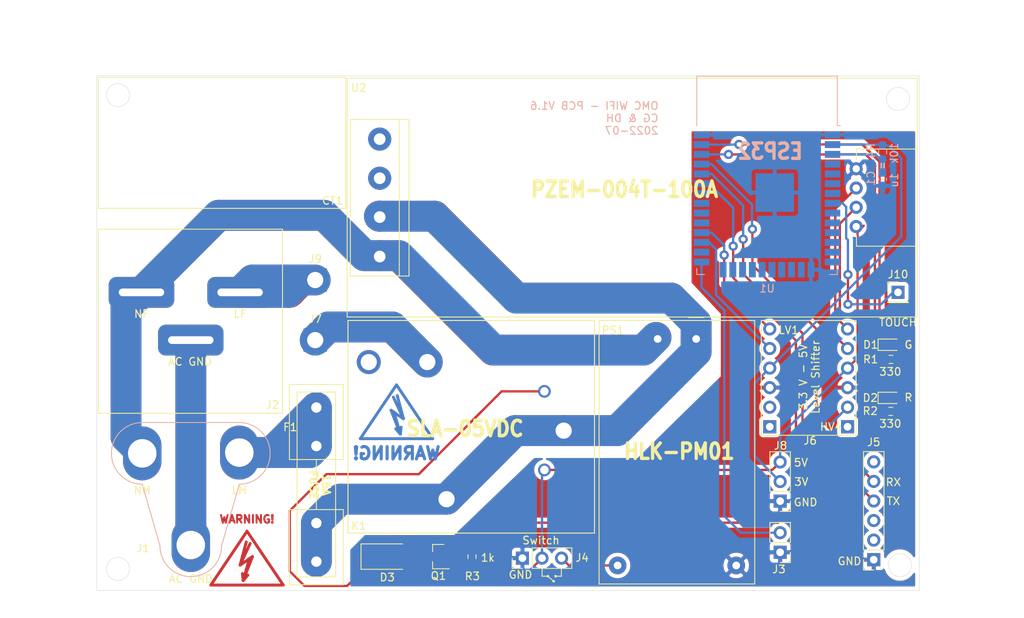
<source format=kicad_pcb>
(kicad_pcb (version 20171130) (host pcbnew "(5.1.12)-1")

  (general
    (thickness 1.6)
    (drawings 63)
    (tracks 240)
    (zones 0)
    (modules 26)
    (nets 61)
  )

  (page USLetter)
  (layers
    (0 F.Cu signal)
    (31 B.Cu signal)
    (32 B.Adhes user)
    (33 F.Adhes user hide)
    (34 B.Paste user)
    (35 F.Paste user)
    (36 B.SilkS user)
    (37 F.SilkS user)
    (38 B.Mask user hide)
    (39 F.Mask user)
    (40 Dwgs.User user)
    (41 Cmts.User user)
    (42 Eco1.User user)
    (43 Eco2.User user)
    (44 Edge.Cuts user)
    (45 Margin user)
    (46 B.CrtYd user)
    (47 F.CrtYd user)
    (48 B.Fab user)
    (49 F.Fab user hide)
  )

  (setup
    (last_trace_width 0.3)
    (trace_clearance 0.3)
    (zone_clearance 0.508)
    (zone_45_only no)
    (trace_min 0.2)
    (via_size 1.2)
    (via_drill 0.6)
    (via_min_size 0.4)
    (via_min_drill 0.3)
    (uvia_size 1.2)
    (uvia_drill 0.6)
    (uvias_allowed no)
    (uvia_min_size 0.2)
    (uvia_min_drill 0.1)
    (edge_width 0.05)
    (segment_width 0.2)
    (pcb_text_width 0.3)
    (pcb_text_size 1.5 1.5)
    (mod_edge_width 0.12)
    (mod_text_size 1 1)
    (mod_text_width 0.15)
    (pad_size 3 3)
    (pad_drill 1)
    (pad_to_mask_clearance 0.05)
    (aux_axis_origin 0 0)
    (grid_origin 576 -914.7)
    (visible_elements 7FFFFFFF)
    (pcbplotparams
      (layerselection 0x010fc_ffffffff)
      (usegerberextensions true)
      (usegerberattributes false)
      (usegerberadvancedattributes false)
      (creategerberjobfile false)
      (excludeedgelayer true)
      (linewidth 0.100000)
      (plotframeref false)
      (viasonmask false)
      (mode 1)
      (useauxorigin false)
      (hpglpennumber 1)
      (hpglpenspeed 20)
      (hpglpendiameter 15.000000)
      (psnegative false)
      (psa4output false)
      (plotreference true)
      (plotvalue false)
      (plotinvisibletext false)
      (padsonsilk false)
      (subtractmaskfromsilk true)
      (outputformat 1)
      (mirror false)
      (drillshape 0)
      (scaleselection 1)
      (outputdirectory "OMC_WIFI_GERBERS/"))
  )

  (net 0 "")
  (net 1 GND)
  (net 2 +5V)
  (net 3 TX0)
  (net 4 RX0)
  (net 5 NEUTRAL)
  (net 6 +3V)
  (net 7 TX2_5V)
  (net 8 RX2_5V)
  (net 9 RX2_3V)
  (net 10 TX2_3V)
  (net 11 "Net-(F1-Pad2)")
  (net 12 LINE_IN)
  (net 13 LINE_OUT)
  (net 14 "Net-(D3-Pad2)")
  (net 15 CTS)
  (net 16 VCC)
  (net 17 DTR)
  (net 18 "Net-(K1-PadNC)")
  (net 19 "Net-(U1-Pad32)")
  (net 20 "Net-(U1-Pad31)")
  (net 21 "Net-(U1-Pad30)")
  (net 22 "Net-(U1-Pad29)")
  (net 23 "Net-(U1-Pad26)")
  (net 24 "Net-(U1-Pad24)")
  (net 25 "Net-(U1-Pad23)")
  (net 26 "Net-(U1-Pad22)")
  (net 27 "Net-(U1-Pad21)")
  (net 28 "Net-(U1-Pad20)")
  (net 29 "Net-(U1-Pad19)")
  (net 30 "Net-(U1-Pad18)")
  (net 31 "Net-(U1-Pad17)")
  (net 32 "Net-(U1-Pad16)")
  (net 33 "Net-(U1-Pad14)")
  (net 34 "Net-(U1-Pad13)")
  (net 35 "Net-(U1-Pad12)")
  (net 36 "Net-(U1-Pad11)")
  (net 37 "Net-(U1-Pad10)")
  (net 38 "Net-(U1-Pad9)")
  (net 39 "Net-(U1-Pad7)")
  (net 40 "Net-(U1-Pad6)")
  (net 41 "Net-(U1-Pad5)")
  (net 42 "Net-(U1-Pad4)")
  (net 43 TOR1)
  (net 44 TOR2)
  (net 45 "Net-(D1-Pad1)")
  (net 46 "Net-(D2-Pad1)")
  (net 47 "Net-(C1-Pad1)")
  (net 48 "Net-(J3-Pad2)")
  (net 49 "Net-(J6-Pad11)")
  (net 50 "Net-(J6-Pad12)")
  (net 51 "Net-(J4-Pad3)")
  (net 52 TOUCH)
  (net 53 AC_GROUND)
  (net 54 "Net-(J2-Pad1)")
  (net 55 "Net-(Q1-Pad1)")
  (net 56 D23_LED_G)
  (net 57 D22_LED_R)
  (net 58 "Net-(J6-Pad9)")
  (net 59 "Net-(J6-Pad10)")
  (net 60 D21_RELAY)

  (net_class Default "This is the default net class."
    (clearance 0.3)
    (trace_width 0.3)
    (via_dia 1.2)
    (via_drill 0.6)
    (uvia_dia 1.2)
    (uvia_drill 0.6)
    (diff_pair_width 0.3)
    (diff_pair_gap 0.3)
    (add_net +3V)
    (add_net +5V)
    (add_net CTS)
    (add_net D21_RELAY)
    (add_net D22_LED_R)
    (add_net D23_LED_G)
    (add_net DTR)
    (add_net GND)
    (add_net "Net-(C1-Pad1)")
    (add_net "Net-(D1-Pad1)")
    (add_net "Net-(D2-Pad1)")
    (add_net "Net-(D3-Pad2)")
    (add_net "Net-(J3-Pad2)")
    (add_net "Net-(J4-Pad3)")
    (add_net "Net-(J6-Pad10)")
    (add_net "Net-(J6-Pad11)")
    (add_net "Net-(J6-Pad12)")
    (add_net "Net-(J6-Pad9)")
    (add_net "Net-(K1-PadNC)")
    (add_net "Net-(Q1-Pad1)")
    (add_net "Net-(U1-Pad10)")
    (add_net "Net-(U1-Pad11)")
    (add_net "Net-(U1-Pad12)")
    (add_net "Net-(U1-Pad13)")
    (add_net "Net-(U1-Pad14)")
    (add_net "Net-(U1-Pad16)")
    (add_net "Net-(U1-Pad17)")
    (add_net "Net-(U1-Pad18)")
    (add_net "Net-(U1-Pad19)")
    (add_net "Net-(U1-Pad20)")
    (add_net "Net-(U1-Pad21)")
    (add_net "Net-(U1-Pad22)")
    (add_net "Net-(U1-Pad23)")
    (add_net "Net-(U1-Pad24)")
    (add_net "Net-(U1-Pad26)")
    (add_net "Net-(U1-Pad29)")
    (add_net "Net-(U1-Pad30)")
    (add_net "Net-(U1-Pad31)")
    (add_net "Net-(U1-Pad32)")
    (add_net "Net-(U1-Pad4)")
    (add_net "Net-(U1-Pad5)")
    (add_net "Net-(U1-Pad6)")
    (add_net "Net-(U1-Pad7)")
    (add_net "Net-(U1-Pad9)")
    (add_net RX0)
    (add_net RX2_3V)
    (add_net RX2_5V)
    (add_net TOR1)
    (add_net TOR2)
    (add_net TOUCH)
    (add_net TX0)
    (add_net TX2_3V)
    (add_net TX2_5V)
    (add_net VCC)
  )

  (net_class "220V HC" ""
    (clearance 1)
    (trace_width 4)
    (via_dia 1.2)
    (via_drill 0.6)
    (uvia_dia 1.2)
    (uvia_drill 0.6)
    (diff_pair_width 0.3)
    (diff_pair_gap 0.3)
    (add_net AC_GROUND)
    (add_net LINE_IN)
    (add_net LINE_OUT)
    (add_net NEUTRAL)
    (add_net "Net-(F1-Pad2)")
    (add_net "Net-(J2-Pad1)")
  )

  (net_class "220V LC" ""
    (clearance 1)
    (trace_width 2)
    (via_dia 1.2)
    (via_drill 0.6)
    (uvia_dia 1.2)
    (uvia_drill 0.6)
    (diff_pair_width 0.3)
    (diff_pair_gap 0.3)
  )

  (module Resistor_SMD:R_0603_1608Metric_Pad0.98x0.95mm_HandSolder (layer B.Cu) (tedit 5F68FEEE) (tstamp 626057C2)
    (at 678 -971.6125 270)
    (descr "Resistor SMD 0603 (1608 Metric), square (rectangular) end terminal, IPC_7351 nominal with elongated pad for handsoldering. (Body size source: IPC-SM-782 page 72, https://www.pcb-3d.com/wordpress/wp-content/uploads/ipc-sm-782a_amendment_1_and_2.pdf), generated with kicad-footprint-generator")
    (tags "resistor handsolder")
    (path /626E4FB2)
    (attr smd)
    (fp_text reference R4 (at -0.1625 1.5 90) (layer B.SilkS)
      (effects (font (size 1 1) (thickness 0.15)) (justify mirror))
    )
    (fp_text value 10k (at 0 -1.43 90) (layer B.Fab)
      (effects (font (size 1 1) (thickness 0.15)) (justify mirror))
    )
    (fp_line (start 1.65 -0.73) (end -1.65 -0.73) (layer B.CrtYd) (width 0.05))
    (fp_line (start 1.65 0.73) (end 1.65 -0.73) (layer B.CrtYd) (width 0.05))
    (fp_line (start -1.65 0.73) (end 1.65 0.73) (layer B.CrtYd) (width 0.05))
    (fp_line (start -1.65 -0.73) (end -1.65 0.73) (layer B.CrtYd) (width 0.05))
    (fp_line (start -0.254724 -0.5225) (end 0.254724 -0.5225) (layer B.SilkS) (width 0.12))
    (fp_line (start -0.254724 0.5225) (end 0.254724 0.5225) (layer B.SilkS) (width 0.12))
    (fp_line (start 0.8 -0.4125) (end -0.8 -0.4125) (layer B.Fab) (width 0.1))
    (fp_line (start 0.8 0.4125) (end 0.8 -0.4125) (layer B.Fab) (width 0.1))
    (fp_line (start -0.8 0.4125) (end 0.8 0.4125) (layer B.Fab) (width 0.1))
    (fp_line (start -0.8 -0.4125) (end -0.8 0.4125) (layer B.Fab) (width 0.1))
    (fp_text user %R (at 0 0 90) (layer B.Fab)
      (effects (font (size 0.4 0.4) (thickness 0.06)) (justify mirror))
    )
    (pad 1 smd roundrect (at -0.9125 0 270) (size 0.975 0.95) (layers B.Cu B.Paste B.Mask) (roundrect_rratio 0.25)
      (net 6 +3V))
    (pad 2 smd roundrect (at 0.9125 0 270) (size 0.975 0.95) (layers B.Cu B.Paste B.Mask) (roundrect_rratio 0.25)
      (net 47 "Net-(C1-Pad1)"))
    (model ${KISYS3DMOD}/Resistor_SMD.3dshapes/R_0603_1608Metric.wrl
      (at (xyz 0 0 0))
      (scale (xyz 1 1 1))
      (rotate (xyz 0 0 0))
    )
  )

  (module "omc-schematics LE:PZEM-OO4T-100A" (layer F.Cu) (tedit 62E05849) (tstamp 62E0E1E9)
    (at 645.5 -965.7)
    (path /62639391)
    (fp_text reference U2 (at -35.5 -14.25) (layer F.SilkS)
      (effects (font (size 1 1) (thickness 0.15)))
    )
    (fp_text value PZEM-004T-100A (at 0 -16.5) (layer F.Fab)
      (effects (font (size 1 1) (thickness 0.15)))
    )
    (fp_line (start 29.1 -6.3) (end 29.1 -4.9) (layer F.SilkS) (width 0.12))
    (fp_line (start 29.1 6.31) (end 29.1 4.89) (layer F.SilkS) (width 0.12))
    (fp_line (start 37 6.31) (end 29.1 6.31) (layer F.SilkS) (width 0.12))
    (fp_line (start 29.1 -6.3) (end 37 -6.3) (layer F.SilkS) (width 0.12))
    (fp_line (start 27.9 6.7) (end 27.9 -6.7) (layer F.CrtYd) (width 0.12))
    (fp_line (start 37.3 6.7) (end 27.9 6.7) (layer F.CrtYd) (width 0.12))
    (fp_line (start 37.3 -6.7) (end 37.3 6.7) (layer F.CrtYd) (width 0.12))
    (fp_line (start 27.9 -6.7) (end 37.3 -6.7) (layer F.CrtYd) (width 0.12))
    (fp_line (start 37 15.5) (end -37 15.5) (layer F.SilkS) (width 0.12))
    (fp_line (start 37 -15.5) (end 37 15.5) (layer F.SilkS) (width 0.12))
    (fp_line (start -37 -15.5) (end 37 -15.5) (layer F.SilkS) (width 0.12))
    (fp_line (start -37 15.5) (end -37 -15.5) (layer F.SilkS) (width 0.12))
    (fp_line (start -36.775 -10.35) (end -36.775 10.35) (layer F.CrtYd) (width 0.12))
    (fp_line (start -36.775 10.35) (end -28.775 10.35) (layer F.CrtYd) (width 0.12))
    (fp_line (start -28.775 10.35) (end -28.775 -10.35) (layer F.CrtYd) (width 0.12))
    (fp_line (start -28.775 -10.35) (end -36.775 -10.35) (layer F.CrtYd) (width 0.12))
    (fp_line (start -28.97 -10.14) (end -28.97 10.18) (layer F.SilkS) (width 0.12))
    (fp_line (start -28.97 10.18) (end -30.24 10.18) (layer F.SilkS) (width 0.12))
    (fp_line (start -30.24 10.18) (end -30.24 -10.14) (layer F.SilkS) (width 0.12))
    (fp_line (start -30.24 -10.14) (end -28.97 -10.14) (layer F.SilkS) (width 0.12))
    (fp_line (start -30.24 -10.14) (end -36.59 -10.14) (layer F.SilkS) (width 0.12))
    (fp_line (start -36.59 -10.14) (end -36.59 10.18) (layer F.SilkS) (width 0.12))
    (fp_line (start -36.59 10.18) (end -30.24 10.18) (layer F.SilkS) (width 0.12))
    (pad 5 thru_hole circle (at 29.07 3.76) (size 1.7 1.7) (drill 0.95) (layers *.Cu *.Mask)
      (net 2 +5V))
    (pad 6 thru_hole circle (at 29.07 1.26) (size 1.7 1.7) (drill 0.95) (layers *.Cu *.Mask)
      (net 8 RX2_5V))
    (pad 7 thru_hole circle (at 29.07 -1.24) (size 1.7 1.7) (drill 0.95) (layers *.Cu *.Mask)
      (net 7 TX2_5V))
    (pad 8 thru_hole circle (at 29.07 -3.74) (size 1.7 1.7) (drill 0.95) (layers *.Cu *.Mask)
      (net 1 GND))
    (pad 4 thru_hole oval (at -32.78 -7.59) (size 3 3) (drill 1.52) (layers *.Cu *.Mask)
      (net 43 TOR1))
    (pad 3 thru_hole oval (at -32.78 -2.51) (size 3 3) (drill 1.52) (layers *.Cu *.Mask)
      (net 44 TOR2))
    (pad 2 thru_hole oval (at -32.78 2.53) (size 3 3) (drill 1.52) (layers *.Cu *.Mask)
      (net 12 LINE_IN))
    (pad 1 thru_hole rect (at -32.78 7.65) (size 3 3) (drill 1.52) (layers *.Cu *.Mask)
      (net 5 NEUTRAL))
  )

  (module Package_TO_SOT_SMD:SOT-23 (layer F.Cu) (tedit 5A02FF57) (tstamp 6296674F)
    (at 620.35 -919.1 180)
    (descr "SOT-23, Standard")
    (tags SOT-23)
    (path /6298E1FD)
    (attr smd)
    (fp_text reference Q1 (at 0 -2.5) (layer F.SilkS)
      (effects (font (size 1 1) (thickness 0.15)))
    )
    (fp_text value MMBT3904 (at 0 2.5) (layer F.Fab)
      (effects (font (size 1 1) (thickness 0.15)))
    )
    (fp_line (start 0.76 1.58) (end -0.7 1.58) (layer F.SilkS) (width 0.12))
    (fp_line (start 0.76 -1.58) (end -1.4 -1.58) (layer F.SilkS) (width 0.12))
    (fp_line (start -1.7 1.75) (end -1.7 -1.75) (layer F.CrtYd) (width 0.05))
    (fp_line (start 1.7 1.75) (end -1.7 1.75) (layer F.CrtYd) (width 0.05))
    (fp_line (start 1.7 -1.75) (end 1.7 1.75) (layer F.CrtYd) (width 0.05))
    (fp_line (start -1.7 -1.75) (end 1.7 -1.75) (layer F.CrtYd) (width 0.05))
    (fp_line (start 0.76 -1.58) (end 0.76 -0.65) (layer F.SilkS) (width 0.12))
    (fp_line (start 0.76 1.58) (end 0.76 0.65) (layer F.SilkS) (width 0.12))
    (fp_line (start -0.7 1.52) (end 0.7 1.52) (layer F.Fab) (width 0.1))
    (fp_line (start 0.7 -1.52) (end 0.7 1.52) (layer F.Fab) (width 0.1))
    (fp_line (start -0.7 -0.95) (end -0.15 -1.52) (layer F.Fab) (width 0.1))
    (fp_line (start -0.15 -1.52) (end 0.7 -1.52) (layer F.Fab) (width 0.1))
    (fp_line (start -0.7 -0.95) (end -0.7 1.5) (layer F.Fab) (width 0.1))
    (fp_text user %R (at 0 0 90) (layer F.Fab)
      (effects (font (size 0.5 0.5) (thickness 0.075)))
    )
    (pad 3 smd rect (at 1 0 180) (size 0.9 0.8) (layers F.Cu F.Paste F.Mask)
      (net 14 "Net-(D3-Pad2)"))
    (pad 2 smd rect (at -1 0.95 180) (size 0.9 0.8) (layers F.Cu F.Paste F.Mask)
      (net 1 GND))
    (pad 1 smd rect (at -1 -0.95 180) (size 0.9 0.8) (layers F.Cu F.Paste F.Mask)
      (net 55 "Net-(Q1-Pad1)"))
    (model ${KISYS3DMOD}/Package_TO_SOT_SMD.3dshapes/SOT-23.wrl
      (at (xyz 0 0 0))
      (scale (xyz 1 1 1))
      (rotate (xyz 0 0 0))
    )
  )

  (module Connector_Wire:SolderWire-1.5sqmm_1x01_D1.7mm_OD3mm (layer F.Cu) (tedit 5EB70B43) (tstamp 62963257)
    (at 604.35 -955)
    (descr "Soldered wire connection, for a single 1.5 mm² wire, basic insulation, conductor diameter 1.7mm, outer diameter 3mm, size source Multi-Contact FLEXI-E 1.5 (https://ec.staubli.com/AcroFiles/Catalogues/TM_Cab-Main-11014119_(en)_hi.pdf), bend radius 3 times outer diameter, generated with kicad-footprint-generator")
    (tags "connector wire 1.5sqmm")
    (path /629675E0)
    (attr virtual)
    (fp_text reference J9 (at 0 -2.75) (layer F.SilkS)
      (effects (font (size 1 1) (thickness 0.15)))
    )
    (fp_text value Conn_01x01_Female (at 0 2.75) (layer F.Fab)
      (effects (font (size 1 1) (thickness 0.15)))
    )
    (fp_line (start 2.25 -2.05) (end -2.25 -2.05) (layer F.CrtYd) (width 0.05))
    (fp_line (start 2.25 2.05) (end 2.25 -2.05) (layer F.CrtYd) (width 0.05))
    (fp_line (start -2.25 2.05) (end 2.25 2.05) (layer F.CrtYd) (width 0.05))
    (fp_line (start -2.25 -2.05) (end -2.25 2.05) (layer F.CrtYd) (width 0.05))
    (fp_circle (center 0 0) (end 1.5 0) (layer F.Fab) (width 0.1))
    (fp_text user %R (at 0 0) (layer F.Fab)
      (effects (font (size 0.75 0.75) (thickness 0.11)))
    )
    (pad 1 thru_hole roundrect (at 0 0) (size 3.1 3.1) (drill 2.1) (layers *.Cu *.Mask) (roundrect_rratio 0.08064499999999999)
      (net 54 "Net-(J2-Pad1)"))
    (model ${KISYS3DMOD}/Connector_Wire.3dshapes/SolderWire-1.5sqmm_1x01_D1.7mm_OD3mm.wrl
      (at (xyz 0 0 0))
      (scale (xyz 1 1 1))
      (rotate (xyz 0 0 0))
    )
  )

  (module Connector_Wire:SolderWire-1.5sqmm_1x01_D1.7mm_OD3mm (layer F.Cu) (tedit 5EB70B43) (tstamp 62963220)
    (at 604.35 -947.2)
    (descr "Soldered wire connection, for a single 1.5 mm² wire, basic insulation, conductor diameter 1.7mm, outer diameter 3mm, size source Multi-Contact FLEXI-E 1.5 (https://ec.staubli.com/AcroFiles/Catalogues/TM_Cab-Main-11014119_(en)_hi.pdf), bend radius 3 times outer diameter, generated with kicad-footprint-generator")
    (tags "connector wire 1.5sqmm")
    (path /6296884C)
    (attr virtual)
    (fp_text reference J7 (at 0 -2.75) (layer F.SilkS)
      (effects (font (size 1 1) (thickness 0.15)))
    )
    (fp_text value Conn_01x01_Female (at 0 2.75) (layer F.Fab)
      (effects (font (size 1 1) (thickness 0.15)))
    )
    (fp_line (start 2.25 -2.05) (end -2.25 -2.05) (layer F.CrtYd) (width 0.05))
    (fp_line (start 2.25 2.05) (end 2.25 -2.05) (layer F.CrtYd) (width 0.05))
    (fp_line (start -2.25 2.05) (end 2.25 2.05) (layer F.CrtYd) (width 0.05))
    (fp_line (start -2.25 -2.05) (end -2.25 2.05) (layer F.CrtYd) (width 0.05))
    (fp_circle (center 0 0) (end 1.5 0) (layer F.Fab) (width 0.1))
    (fp_text user %R (at 0 0) (layer F.Fab)
      (effects (font (size 0.75 0.75) (thickness 0.11)))
    )
    (pad 1 thru_hole roundrect (at 0 0) (size 3.1 3.1) (drill 2.1) (layers *.Cu *.Mask) (roundrect_rratio 0.08064499999999999)
      (net 13 LINE_OUT))
    (model ${KISYS3DMOD}/Connector_Wire.3dshapes/SolderWire-1.5sqmm_1x01_D1.7mm_OD3mm.wrl
      (at (xyz 0 0 0))
      (scale (xyz 1 1 1))
      (rotate (xyz 0 0 0))
    )
  )

  (module NEMA_5_R:NEMA_5_R (layer F.Cu) (tedit 628E8DBD) (tstamp 628EF121)
    (at 588.2 -953.4)
    (path /626943A8)
    (fp_text reference J2 (at 10.6 14.6) (layer F.SilkS)
      (effects (font (size 1 1) (thickness 0.15)))
    )
    (fp_text value Conn_01x02_Female (at 0 9.8) (layer F.Fab)
      (effects (font (size 1 1) (thickness 0.15)))
    )
    (fp_line (start -12 -8.2) (end 11.9 -8.2) (layer F.SilkS) (width 0.12))
    (fp_line (start 11.9 -8.2) (end 11.9 15.7) (layer F.SilkS) (width 0.12))
    (fp_line (start 11.9 15.7) (end -12 15.7) (layer F.SilkS) (width 0.12))
    (fp_line (start -12 15.7) (end -12 -8.2) (layer F.SilkS) (width 0.12))
    (fp_line (start -13.6 -9.8) (end 13.4 -9.8) (layer F.Fab) (width 0.12))
    (fp_line (start 13.4 -9.8) (end 13.4 17.2) (layer F.Fab) (width 0.12))
    (fp_line (start 13.4 17.2) (end -13.6 17.2) (layer F.Fab) (width 0.12))
    (fp_line (start -13.6 17.2) (end -13.6 -9.8) (layer F.Fab) (width 0.12))
    (pad 2 thru_hole roundrect (at -6.4 0) (size 8.5 4) (drill oval 5.9 1) (layers *.Cu *.Mask) (roundrect_rratio 0.25)
      (net 5 NEUTRAL))
    (pad 1 thru_hole roundrect (at 6.4 0) (size 8.5 4) (drill oval 5.9 1) (layers *.Cu *.Mask) (roundrect_rratio 0.25)
      (net 54 "Net-(J2-Pad1)"))
    (pad 3 thru_hole roundrect (at 0 6.2) (size 8.5 4) (drill oval 5.9 1) (layers *.Cu *.Mask) (roundrect_rratio 0.25)
      (net 53 AC_GROUND))
  )

  (module NEMA_5_P:NEMA_5_P (layer F.Cu) (tedit 628CD8A4) (tstamp 628EDCCD)
    (at 588.2 -932.5)
    (path /62564E0F)
    (fp_text reference J1 (at -6.2 12.3) (layer F.SilkS)
      (effects (font (size 1 1) (thickness 0.15)))
    )
    (fp_text value Conn_01x02_Male (at 0 4.9) (layer F.Fab)
      (effects (font (size 1 1) (thickness 0.15)))
    )
    (fp_line (start -4 12) (end -6.3 4) (layer B.SilkS) (width 0.12))
    (fp_line (start 6.3 4) (end 4 12) (layer B.SilkS) (width 0.12))
    (fp_line (start 6.3 -4) (end -6.3 -4) (layer B.SilkS) (width 0.12))
    (fp_line (start -10.5 -4.2) (end 10.5 -4.2) (layer F.Fab) (width 0.12))
    (fp_line (start 10.5 -4.2) (end 10.5 16.2) (layer F.Fab) (width 0.12))
    (fp_line (start 10.5 16.2) (end -10.5 16.2) (layer F.Fab) (width 0.12))
    (fp_line (start -10.5 16.2) (end -10.5 -4.2) (layer F.Fab) (width 0.12))
    (fp_arc (start -6.3 0) (end -6.3 -4) (angle -180) (layer B.SilkS) (width 0.12))
    (fp_arc (start 6.3 0) (end 6.3 4) (angle -180) (layer B.SilkS) (width 0.12))
    (fp_arc (start 0 12) (end -4 12) (angle -180) (layer B.SilkS) (width 0.12))
    (pad 1 thru_hole oval (at 6.3 -0.1) (size 5 7) (drill 3.7) (layers *.Cu *.Mask)
      (net 11 "Net-(F1-Pad2)"))
    (pad 2 thru_hole oval (at -6.3 0) (size 5 7) (drill 3.7) (layers *.Cu *.Mask)
      (net 5 NEUTRAL))
    (pad 3 thru_hole oval (at 0 11.9) (size 5 7) (drill 3.7) (layers *.Cu *.Mask)
      (net 53 AC_GROUND))
  )

  (module level_shifter:Level_Shifter_3V_5V (layer F.Cu) (tedit 627BCF25) (tstamp 6269BF73)
    (at 668.65 -942.15)
    (descr "Through hole straight pin header, 1x06, 2.54mm pitch, single row")
    (tags "Through hole pin header THT 1x06 2.54mm single row")
    (path /626C34E4)
    (fp_text reference J6 (at -0.05 8) (layer F.SilkS)
      (effects (font (size 1 1) (thickness 0.15)))
    )
    (fp_text value "Level shifter" (at 0.3 8.4) (layer F.Fab)
      (effects (font (size 1 1) (thickness 0.15)))
    )
    (fp_line (start -6.4 7.3) (end -6.4 -7.6) (layer F.SilkS) (width 0.12))
    (fp_line (start 5.9 7.3) (end -6.4 7.3) (layer F.SilkS) (width 0.12))
    (fp_line (start 5.9 -7.6) (end 5.9 7.3) (layer F.SilkS) (width 0.12))
    (fp_line (start -6.4 -7.6) (end 5.9 -7.6) (layer F.SilkS) (width 0.12))
    (fp_text user %R (at -7.4 0 90) (layer F.Fab)
      (effects (font (size 1 1) (thickness 0.15)))
    )
    (pad 1 thru_hole oval (at -5.3 -6.5 180) (size 1.7 1.7) (drill 1) (layers *.Cu *.Mask)
      (net 10 TX2_3V))
    (pad 3 thru_hole oval (at -5.3 -3.96 180) (size 1.7 1.7) (drill 1) (layers *.Cu *.Mask)
      (net 9 RX2_3V))
    (pad 5 thru_hole oval (at -5.3 -1.42 180) (size 1.7 1.7) (drill 1) (layers *.Cu *.Mask)
      (net 6 +3V))
    (pad 7 thru_hole oval (at -5.3 1.12 180) (size 1.7 1.7) (drill 1) (layers *.Cu *.Mask)
      (net 1 GND))
    (pad 9 thru_hole oval (at -5.3 3.66 180) (size 1.7 1.7) (drill 1) (layers *.Cu *.Mask)
      (net 58 "Net-(J6-Pad9)"))
    (pad 11 thru_hole rect (at -5.3 6.2 180) (size 1.7 1.7) (drill 1) (layers *.Cu *.Mask)
      (net 49 "Net-(J6-Pad11)"))
    (pad 4 thru_hole oval (at 4.8 -3.96 180) (size 1.7 1.7) (drill 1) (layers *.Cu *.Mask)
      (net 7 TX2_5V))
    (pad 6 thru_hole oval (at 4.8 -1.42 180) (size 1.7 1.7) (drill 1) (layers *.Cu *.Mask)
      (net 2 +5V))
    (pad 8 thru_hole oval (at 4.8 1.12 180) (size 1.7 1.7) (drill 1) (layers *.Cu *.Mask)
      (net 1 GND))
    (pad 2 thru_hole oval (at 4.8 -6.5 180) (size 1.7 1.7) (drill 1) (layers *.Cu *.Mask)
      (net 8 RX2_5V))
    (pad 10 thru_hole oval (at 4.8 3.66 180) (size 1.7 1.7) (drill 1) (layers *.Cu *.Mask)
      (net 59 "Net-(J6-Pad10)"))
    (pad 12 thru_hole rect (at 4.8 6.2 180) (size 1.7 1.7) (drill 1) (layers *.Cu *.Mask)
      (net 50 "Net-(J6-Pad12)"))
    (model "C:/Users/cgarc/OneDrive - est.ucab.edu.ve/Documentos/GitHub/OMC_WIFI/OMC_WIFI_PCB/Libs/level_shifter/Level_Shifter_3V_5V_pinHeaders.wrl"
      (offset (xyz -0.5 0 0))
      (scale (xyz 0.95 1 1))
      (rotate (xyz 0 0 0))
    )
  )

  (module Connector_PinHeader_2.54mm:PinHeader_1x01_P2.54mm_Vertical (layer F.Cu) (tedit 59FED5CC) (tstamp 627BF5D9)
    (at 680 -953.4)
    (descr "Through hole straight pin header, 1x01, 2.54mm pitch, single row")
    (tags "Through hole pin header THT 1x01 2.54mm single row")
    (path /627E9A98)
    (fp_text reference J10 (at 0 -2.33) (layer F.SilkS)
      (effects (font (size 1 1) (thickness 0.15)))
    )
    (fp_text value Conn_01x01_Male (at 0 2.33) (layer F.Fab)
      (effects (font (size 1 1) (thickness 0.15)))
    )
    (fp_line (start -0.635 -1.27) (end 1.27 -1.27) (layer F.Fab) (width 0.1))
    (fp_line (start 1.27 -1.27) (end 1.27 1.27) (layer F.Fab) (width 0.1))
    (fp_line (start 1.27 1.27) (end -1.27 1.27) (layer F.Fab) (width 0.1))
    (fp_line (start -1.27 1.27) (end -1.27 -0.635) (layer F.Fab) (width 0.1))
    (fp_line (start -1.27 -0.635) (end -0.635 -1.27) (layer F.Fab) (width 0.1))
    (fp_line (start -1.33 1.33) (end 1.33 1.33) (layer F.SilkS) (width 0.12))
    (fp_line (start -1.33 1.27) (end -1.33 1.33) (layer F.SilkS) (width 0.12))
    (fp_line (start 1.33 1.27) (end 1.33 1.33) (layer F.SilkS) (width 0.12))
    (fp_line (start -1.33 1.27) (end 1.33 1.27) (layer F.SilkS) (width 0.12))
    (fp_line (start -1.33 0) (end -1.33 -1.33) (layer F.SilkS) (width 0.12))
    (fp_line (start -1.33 -1.33) (end 0 -1.33) (layer F.SilkS) (width 0.12))
    (fp_line (start -1.8 -1.8) (end -1.8 1.8) (layer F.CrtYd) (width 0.05))
    (fp_line (start -1.8 1.8) (end 1.8 1.8) (layer F.CrtYd) (width 0.05))
    (fp_line (start 1.8 1.8) (end 1.8 -1.8) (layer F.CrtYd) (width 0.05))
    (fp_line (start 1.8 -1.8) (end -1.8 -1.8) (layer F.CrtYd) (width 0.05))
    (fp_text user %R (at 0 0 90) (layer F.Fab)
      (effects (font (size 1 1) (thickness 0.15)))
    )
    (pad 1 thru_hole rect (at 0 0) (size 1.7 1.7) (drill 1) (layers *.Cu *.Mask)
      (net 52 TOUCH))
    (model ${KISYS3DMOD}/Connector_PinHeader_2.54mm.3dshapes/PinHeader_1x01_P2.54mm_Vertical.wrl
      (at (xyz 0 0 0))
      (scale (xyz 1 1 1))
      (rotate (xyz 0 0 0))
    )
  )

  (module Connector_PinHeader_2.54mm:PinHeader_1x03_P2.54mm_Vertical (layer F.Cu) (tedit 59FED5CC) (tstamp 620D8ED0)
    (at 631.25 -918.9 90)
    (descr "Through hole straight pin header, 1x03, 2.54mm pitch, single row")
    (tags "Through hole pin header THT 1x03 2.54mm single row")
    (path /6216C21C)
    (fp_text reference J4 (at 0.05 7.75 180) (layer F.SilkS)
      (effects (font (size 1 1) (thickness 0.15)))
    )
    (fp_text value Switch (at 0 7.41 90) (layer F.Fab)
      (effects (font (size 1 1) (thickness 0.15)))
    )
    (fp_line (start 1.8 -1.8) (end -1.8 -1.8) (layer F.CrtYd) (width 0.05))
    (fp_line (start 1.8 6.85) (end 1.8 -1.8) (layer F.CrtYd) (width 0.05))
    (fp_line (start -1.8 6.85) (end 1.8 6.85) (layer F.CrtYd) (width 0.05))
    (fp_line (start -1.8 -1.8) (end -1.8 6.85) (layer F.CrtYd) (width 0.05))
    (fp_line (start -1.33 -1.33) (end 0 -1.33) (layer F.SilkS) (width 0.12))
    (fp_line (start -1.33 0) (end -1.33 -1.33) (layer F.SilkS) (width 0.12))
    (fp_line (start -1.33 1.27) (end 1.33 1.27) (layer F.SilkS) (width 0.12))
    (fp_line (start 1.33 1.27) (end 1.33 6.41) (layer F.SilkS) (width 0.12))
    (fp_line (start -1.33 1.27) (end -1.33 6.41) (layer F.SilkS) (width 0.12))
    (fp_line (start -1.33 6.41) (end 1.33 6.41) (layer F.SilkS) (width 0.12))
    (fp_line (start -1.27 -0.635) (end -0.635 -1.27) (layer F.Fab) (width 0.1))
    (fp_line (start -1.27 6.35) (end -1.27 -0.635) (layer F.Fab) (width 0.1))
    (fp_line (start 1.27 6.35) (end -1.27 6.35) (layer F.Fab) (width 0.1))
    (fp_line (start 1.27 -1.27) (end 1.27 6.35) (layer F.Fab) (width 0.1))
    (fp_line (start -0.635 -1.27) (end 1.27 -1.27) (layer F.Fab) (width 0.1))
    (fp_text user %R (at 0 2.54) (layer F.Fab)
      (effects (font (size 1 1) (thickness 0.15)))
    )
    (pad 3 thru_hole oval (at 0 5.08 90) (size 1.7 1.7) (drill 1) (layers *.Cu *.Mask)
      (net 51 "Net-(J4-Pad3)"))
    (pad 2 thru_hole oval (at 0 2.54 90) (size 1.7 1.7) (drill 1) (layers *.Cu *.Mask)
      (net 2 +5V))
    (pad 1 thru_hole rect (at 0 0 90) (size 1.7 1.7) (drill 1) (layers *.Cu *.Mask)
      (net 1 GND))
    (model ${KISYS3DMOD}/Connector_PinHeader_2.54mm.3dshapes/PinHeader_1x03_P2.54mm_Vertical.wrl
      (at (xyz 0 0 0))
      (scale (xyz 1 1 1))
      (rotate (xyz 0 0 0))
    )
  )

  (module Symbol:Symbol_HighVoltage_Type2_CopperTop_VerySmall (layer B.Cu) (tedit 0) (tstamp 62627876)
    (at 614.9 -937.2 180)
    (descr "Symbol, High Voltage, Type 2, Copper Top, Very Small,")
    (tags "Symbol, High Voltage, Type 2, Copper Top, Very Small,")
    (path /6268B7DC)
    (attr virtual)
    (fp_text reference SYM2 (at -0.1 5.4) (layer B.SilkS) hide
      (effects (font (size 1 1) (thickness 0.15)) (justify mirror))
    )
    (fp_text value SYM_Flash_Small (at -0.15 -0.1) (layer B.Fab) hide
      (effects (font (size 1 1) (thickness 0.15)) (justify mirror))
    )
    (fp_line (start -4.699 -2.794) (end 0 4.191) (layer B.Cu) (width 0.381))
    (fp_line (start 4.699 -2.794) (end -4.699 -2.794) (layer B.Cu) (width 0.381))
    (fp_line (start 0 4.191) (end 4.699 -2.794) (layer B.Cu) (width 0.381))
    (fp_line (start -0.49784 -2.19964) (end -0.59944 -1.30048) (layer B.Cu) (width 0.381))
    (fp_line (start 0.29972 0.59944) (end -0.49784 -2.19964) (layer B.Cu) (width 0.381))
    (fp_line (start -0.89916 -0.20066) (end 0.29972 0.59944) (layer B.Cu) (width 0.381))
    (fp_line (start -0.09906 2.79908) (end -0.89916 -0.20066) (layer B.Cu) (width 0.381))
    (fp_line (start -0.49784 -2.19964) (end 0.1016 -1.50114) (layer B.Cu) (width 0.381))
    (fp_line (start -0.89916 -0.20066) (end 0.40132 2.60096) (layer B.Cu) (width 0.381))
    (fp_line (start 0.70104 0.89916) (end 0.1016 0.50038) (layer B.Cu) (width 0.381))
    (fp_line (start -0.49784 -2.19964) (end 0.70104 0.89916) (layer B.Cu) (width 0.381))
  )

  (module Symbol:Symbol_HighVoltage_Type2_CopperTop_VerySmall (layer F.Cu) (tedit 0) (tstamp 62627867)
    (at 595.5 -918.2)
    (descr "Symbol, High Voltage, Type 2, Copper Top, Very Small,")
    (tags "Symbol, High Voltage, Type 2, Copper Top, Very Small,")
    (path /6268094E)
    (attr virtual)
    (fp_text reference SYM1 (at -0.127 -5.715) (layer F.SilkS) hide
      (effects (font (size 1 1) (thickness 0.15)))
    )
    (fp_text value SYM_Flash_Small (at -0.381 4.572) (layer F.Fab) hide
      (effects (font (size 1 1) (thickness 0.15)))
    )
    (fp_line (start -4.699 2.794) (end 0 -4.191) (layer F.Cu) (width 0.381))
    (fp_line (start 4.699 2.794) (end -4.699 2.794) (layer F.Cu) (width 0.381))
    (fp_line (start 0 -4.191) (end 4.699 2.794) (layer F.Cu) (width 0.381))
    (fp_line (start -0.49784 2.19964) (end -0.59944 1.30048) (layer F.Cu) (width 0.381))
    (fp_line (start 0.29972 -0.59944) (end -0.49784 2.19964) (layer F.Cu) (width 0.381))
    (fp_line (start -0.89916 0.20066) (end 0.29972 -0.59944) (layer F.Cu) (width 0.381))
    (fp_line (start -0.09906 -2.79908) (end -0.89916 0.20066) (layer F.Cu) (width 0.381))
    (fp_line (start -0.49784 2.19964) (end 0.1016 1.50114) (layer F.Cu) (width 0.381))
    (fp_line (start -0.89916 0.20066) (end 0.40132 -2.60096) (layer F.Cu) (width 0.381))
    (fp_line (start 0.70104 -0.89916) (end 0.1016 -0.50038) (layer F.Cu) (width 0.381))
    (fp_line (start -0.49784 2.19964) (end 0.70104 -0.89916) (layer F.Cu) (width 0.381))
  )

  (module "SLA-12VDC-SL-C LE:RELAY_SLA-12VDC-SL-C" (layer F.Cu) (tedit 624F093D) (tstamp 627AC91D)
    (at 618.9 -935.45 90)
    (path /626D4711)
    (fp_text reference K1 (at -12.35 -8.9 180) (layer F.SilkS)
      (effects (font (size 1 1) (thickness 0.15)))
    )
    (fp_text value SLA-12VDC-SL-C (at -0.3 23.135 90) (layer F.Fab)
      (effects (font (size 1 1) (thickness 0.15)))
    )
    (fp_line (start -13.55 21.95) (end -13.55 -10.55) (layer F.CrtYd) (width 0.05))
    (fp_line (start 14.55 21.95) (end -13.55 21.95) (layer F.CrtYd) (width 0.05))
    (fp_line (start 14.55 -10.55) (end 14.55 21.95) (layer F.CrtYd) (width 0.05))
    (fp_line (start -13.55 -10.55) (end 14.55 -10.55) (layer F.CrtYd) (width 0.05))
    (fp_line (start -13.3 21.7) (end -13.3 -10.3) (layer F.Fab) (width 0.127))
    (fp_line (start 14.3 21.7) (end -13.3 21.7) (layer F.Fab) (width 0.127))
    (fp_line (start 14.3 -10.3) (end 14.3 21.7) (layer F.Fab) (width 0.127))
    (fp_line (start -13.3 -10.3) (end 14.3 -10.3) (layer F.Fab) (width 0.127))
    (fp_line (start -13.3 21.7) (end -13.3 -10.3) (layer F.SilkS) (width 0.127))
    (fp_line (start 14.3 21.7) (end -13.3 21.7) (layer F.SilkS) (width 0.127))
    (fp_line (start 14.3 -10.3) (end 14.3 21.7) (layer F.SilkS) (width 0.127))
    (fp_line (start -13.3 -10.3) (end 14.3 -10.3) (layer F.SilkS) (width 0.127))
    (pad NC thru_hole circle (at 8.9 -7.6 90) (size 3.116 3.116) (drill 2.1) (layers *.Cu *.Mask)
      (net 18 "Net-(K1-PadNC)"))
    (pad COM2 thru_hole circle (at -8.9 2.5 90) (size 3.116 3.116) (drill 2.1) (layers *.Cu *.Mask)
      (net 12 LINE_IN))
    (pad NO thru_hole circle (at 8.9 0 90) (size 3.116 3.116) (drill 2.1) (layers *.Cu *.Mask)
      (net 13 LINE_OUT))
    (pad C2 thru_hole circle (at 5.1 15.2 90) (size 1.65 1.65) (drill 1.1) (layers *.Cu *.Mask)
      (net 14 "Net-(D3-Pad2)"))
    (pad C1 thru_hole circle (at -5.1 15.2 90) (size 1.65 1.65) (drill 1.1) (layers *.Cu *.Mask)
      (net 2 +5V))
    (pad COM1 thru_hole circle (at 0 17.7 90) (size 3.116 3.116) (drill 2.1) (layers *.Cu *.Mask)
      (net 12 LINE_IN))
    (model "C:/Users/cgarc/OneDrive - est.ucab.edu.ve/Documentos/GitHub/OMC_WIFI/OMC_WIFI_PCB/Libs/SLA-12VDC-SL-C/SLA-12VDC-SL-C.step"
      (at (xyz 0 0 0))
      (scale (xyz 1 1 1))
      (rotate (xyz -90 0 0))
    )
  )

  (module Connector_PinHeader_2.54mm:PinHeader_1x02_P2.54mm_Vertical (layer F.Cu) (tedit 59FED5CC) (tstamp 626055E1)
    (at 664.7 -919.66 180)
    (descr "Through hole straight pin header, 1x02, 2.54mm pitch, single row")
    (tags "Through hole pin header THT 1x02 2.54mm single row")
    (path /62727A97)
    (fp_text reference J3 (at 0.15 -2.21) (layer F.SilkS)
      (effects (font (size 1 1) (thickness 0.15)))
    )
    (fp_text value Conn_01x02_Male (at 0 4.87) (layer F.Fab)
      (effects (font (size 1 1) (thickness 0.15)))
    )
    (fp_line (start -0.635 -1.27) (end 1.27 -1.27) (layer F.Fab) (width 0.1))
    (fp_line (start 1.27 -1.27) (end 1.27 3.81) (layer F.Fab) (width 0.1))
    (fp_line (start 1.27 3.81) (end -1.27 3.81) (layer F.Fab) (width 0.1))
    (fp_line (start -1.27 3.81) (end -1.27 -0.635) (layer F.Fab) (width 0.1))
    (fp_line (start -1.27 -0.635) (end -0.635 -1.27) (layer F.Fab) (width 0.1))
    (fp_line (start -1.33 3.87) (end 1.33 3.87) (layer F.SilkS) (width 0.12))
    (fp_line (start -1.33 1.27) (end -1.33 3.87) (layer F.SilkS) (width 0.12))
    (fp_line (start 1.33 1.27) (end 1.33 3.87) (layer F.SilkS) (width 0.12))
    (fp_line (start -1.33 1.27) (end 1.33 1.27) (layer F.SilkS) (width 0.12))
    (fp_line (start -1.33 0) (end -1.33 -1.33) (layer F.SilkS) (width 0.12))
    (fp_line (start -1.33 -1.33) (end 0 -1.33) (layer F.SilkS) (width 0.12))
    (fp_line (start -1.8 -1.8) (end -1.8 4.35) (layer F.CrtYd) (width 0.05))
    (fp_line (start -1.8 4.35) (end 1.8 4.35) (layer F.CrtYd) (width 0.05))
    (fp_line (start 1.8 4.35) (end 1.8 -1.8) (layer F.CrtYd) (width 0.05))
    (fp_line (start 1.8 -1.8) (end -1.8 -1.8) (layer F.CrtYd) (width 0.05))
    (fp_text user %R (at 0 1.27 90) (layer F.Fab)
      (effects (font (size 1 1) (thickness 0.15)))
    )
    (pad 2 thru_hole oval (at 0 2.54 180) (size 1.7 1.7) (drill 1) (layers *.Cu *.Mask)
      (net 48 "Net-(J3-Pad2)"))
    (pad 1 thru_hole rect (at 0 0 180) (size 1.7 1.7) (drill 1) (layers *.Cu *.Mask)
      (net 1 GND))
    (model ${KISYS3DMOD}/Connector_PinHeader_2.54mm.3dshapes/PinHeader_1x02_P2.54mm_Vertical.wrl
      (at (xyz 0 0 0))
      (scale (xyz 1 1 1))
      (rotate (xyz 0 0 0))
    )
  )

  (module Capacitor_SMD:C_0603_1608Metric_Pad1.08x0.95mm_HandSolder (layer B.Cu) (tedit 5F68FEEF) (tstamp 6260547F)
    (at 678 -968.0875 270)
    (descr "Capacitor SMD 0603 (1608 Metric), square (rectangular) end terminal, IPC_7351 nominal with elongated pad for handsoldering. (Body size source: IPC-SM-782 page 76, https://www.pcb-3d.com/wordpress/wp-content/uploads/ipc-sm-782a_amendment_1_and_2.pdf), generated with kicad-footprint-generator")
    (tags "capacitor handsolder")
    (path /626F2827)
    (attr smd)
    (fp_text reference C1 (at -0.1125 1.5 270) (layer B.SilkS)
      (effects (font (size 1 1) (thickness 0.15)) (justify mirror))
    )
    (fp_text value 1u (at 0 -1.43 270) (layer B.Fab)
      (effects (font (size 1 1) (thickness 0.15)) (justify mirror))
    )
    (fp_line (start -0.8 -0.4) (end -0.8 0.4) (layer B.Fab) (width 0.1))
    (fp_line (start -0.8 0.4) (end 0.8 0.4) (layer B.Fab) (width 0.1))
    (fp_line (start 0.8 0.4) (end 0.8 -0.4) (layer B.Fab) (width 0.1))
    (fp_line (start 0.8 -0.4) (end -0.8 -0.4) (layer B.Fab) (width 0.1))
    (fp_line (start -0.146267 0.51) (end 0.146267 0.51) (layer B.SilkS) (width 0.12))
    (fp_line (start -0.146267 -0.51) (end 0.146267 -0.51) (layer B.SilkS) (width 0.12))
    (fp_line (start -1.65 -0.73) (end -1.65 0.73) (layer B.CrtYd) (width 0.05))
    (fp_line (start -1.65 0.73) (end 1.65 0.73) (layer B.CrtYd) (width 0.05))
    (fp_line (start 1.65 0.73) (end 1.65 -0.73) (layer B.CrtYd) (width 0.05))
    (fp_line (start 1.65 -0.73) (end -1.65 -0.73) (layer B.CrtYd) (width 0.05))
    (fp_text user %R (at 0 0 270) (layer B.Fab)
      (effects (font (size 0.4 0.4) (thickness 0.06)) (justify mirror))
    )
    (pad 2 smd roundrect (at 0.8625 0 270) (size 1.075 0.95) (layers B.Cu B.Paste B.Mask) (roundrect_rratio 0.25)
      (net 1 GND))
    (pad 1 smd roundrect (at -0.8625 0 270) (size 1.075 0.95) (layers B.Cu B.Paste B.Mask) (roundrect_rratio 0.25)
      (net 47 "Net-(C1-Pad1)"))
    (model ${KISYS3DMOD}/Capacitor_SMD.3dshapes/C_0603_1608Metric.wrl
      (at (xyz 0 0 0))
      (scale (xyz 1 1 1))
      (rotate (xyz 0 0 0))
    )
  )

  (module Converter_ACDC:Converter_ACDC_HiLink_HLK-PMxx (layer F.Cu) (tedit 620F975E) (tstamp 627B47F2)
    (at 653.8 -947.35 270)
    (descr "ACDC-Converter, 3W, HiLink, HLK-PMxx, THT, http://www.hlktech.net/product_detail.php?ProId=54")
    (tags "ACDC-Converter 3W THT HiLink board mount module")
    (path /622A159D)
    (fp_text reference PS1 (at -1.15 10.8) (layer F.SilkS)
      (effects (font (size 1 1) (thickness 0.15)))
    )
    (fp_text value HLK-PM01 (at 15.79 13.85 90) (layer F.Fab)
      (effects (font (size 1 1) (thickness 0.15)))
    )
    (fp_line (start -2.3 12.5) (end 31.7 12.5) (layer F.Fab) (width 0.1))
    (fp_line (start 31.7 12.5) (end 31.7 -7.5) (layer F.Fab) (width 0.1))
    (fp_line (start -2.3 12.5) (end -2.3 0.99) (layer F.Fab) (width 0.1))
    (fp_line (start -2.3 -7.5) (end 31.7 -7.5) (layer F.Fab) (width 0.1))
    (fp_line (start -1.29 0) (end -2.29 1) (layer F.Fab) (width 0.1))
    (fp_line (start -2.29 -1) (end -1.29 0) (layer F.Fab) (width 0.1))
    (fp_line (start -2.3 -1) (end -2.3 -7.5) (layer F.Fab) (width 0.1))
    (fp_line (start -2.55 12.75) (end 31.95 12.75) (layer F.CrtYd) (width 0.05))
    (fp_line (start 31.95 12.75) (end 31.95 -7.75) (layer F.CrtYd) (width 0.05))
    (fp_line (start 31.95 -7.75) (end -2.55 -7.75) (layer F.CrtYd) (width 0.05))
    (fp_line (start -2.55 -7.75) (end -2.55 12.75) (layer F.CrtYd) (width 0.05))
    (fp_line (start -2.4 -7.6) (end -2.4 12.6) (layer F.SilkS) (width 0.12))
    (fp_line (start -2.4 12.6) (end 31.8 12.6) (layer F.SilkS) (width 0.12))
    (fp_line (start 31.8 12.6) (end 31.8 -7.6) (layer F.SilkS) (width 0.12))
    (fp_line (start 31.8 -7.6) (end -2.4 -7.6) (layer F.SilkS) (width 0.12))
    (fp_line (start -2.79 -1) (end -2.79 1.01) (layer F.SilkS) (width 0.12))
    (fp_text user %R (at 14.68 1.17 90) (layer F.Fab)
      (effects (font (size 1 1) (thickness 0.15)))
    )
    (pad 3 thru_hole circle (at 29.4 -5.2 270) (size 2.3 2.3) (drill 1) (layers *.Cu *.Mask)
      (net 1 GND))
    (pad 1 thru_hole rect (at 0 0 270) (size 3 3) (drill 1) (layers *.Cu *.Mask)
      (net 12 LINE_IN))
    (pad 2 thru_hole circle (at 0 5 270) (size 3 3) (drill 1) (layers *.Cu *.Mask)
      (net 5 NEUTRAL))
    (pad 4 thru_hole circle (at 29.4 10.2 270) (size 2.3 2.3) (drill 1) (layers *.Cu *.Mask)
      (net 51 "Net-(J4-Pad3)"))
    (model ${KISYS3DMOD}/Converter_ACDC.3dshapes/Converter_ACDC_HiLink_HLK-PMxx.wrl
      (at (xyz 0 0 0))
      (scale (xyz 1 1 1))
      (rotate (xyz 0 0 0))
    )
    (model "C:/Users/cgarc/OneDrive - est.ucab.edu.ve/Documentos/GitHub/OMC_WIFI/OMC_WIFI_PCB/Libs/HLK-PM01/hlk-pm01--3DModel-STEP-56544.STEP"
      (offset (xyz 14.5 -2.5 0))
      (scale (xyz 1 1 1))
      (rotate (xyz -90 0 0))
    )
  )

  (module Resistor_SMD:R_0603_1608Metric_Pad0.98x0.95mm_HandSolder (layer F.Cu) (tedit 5F68FEEE) (tstamp 6257FBE8)
    (at 624.7 -919.0875 270)
    (descr "Resistor SMD 0603 (1608 Metric), square (rectangular) end terminal, IPC_7351 nominal with elongated pad for handsoldering. (Body size source: IPC-SM-782 page 72, https://www.pcb-3d.com/wordpress/wp-content/uploads/ipc-sm-782a_amendment_1_and_2.pdf), generated with kicad-footprint-generator")
    (tags "resistor handsolder")
    (path /6258E12E)
    (attr smd)
    (fp_text reference R3 (at 2.5375 -0.05 180) (layer F.SilkS)
      (effects (font (size 1 1) (thickness 0.15)))
    )
    (fp_text value 1k (at 0 1.43 90) (layer F.Fab)
      (effects (font (size 1 1) (thickness 0.15)))
    )
    (fp_line (start -0.8 0.4125) (end -0.8 -0.4125) (layer F.Fab) (width 0.1))
    (fp_line (start -0.8 -0.4125) (end 0.8 -0.4125) (layer F.Fab) (width 0.1))
    (fp_line (start 0.8 -0.4125) (end 0.8 0.4125) (layer F.Fab) (width 0.1))
    (fp_line (start 0.8 0.4125) (end -0.8 0.4125) (layer F.Fab) (width 0.1))
    (fp_line (start -0.254724 -0.5225) (end 0.254724 -0.5225) (layer F.SilkS) (width 0.12))
    (fp_line (start -0.254724 0.5225) (end 0.254724 0.5225) (layer F.SilkS) (width 0.12))
    (fp_line (start -1.65 0.73) (end -1.65 -0.73) (layer F.CrtYd) (width 0.05))
    (fp_line (start -1.65 -0.73) (end 1.65 -0.73) (layer F.CrtYd) (width 0.05))
    (fp_line (start 1.65 -0.73) (end 1.65 0.73) (layer F.CrtYd) (width 0.05))
    (fp_line (start 1.65 0.73) (end -1.65 0.73) (layer F.CrtYd) (width 0.05))
    (fp_text user %R (at 1.0875 1.5 90) (layer F.Fab)
      (effects (font (size 0.4 0.4) (thickness 0.06)))
    )
    (pad 2 smd roundrect (at 0.9125 0 270) (size 0.975 0.95) (layers F.Cu F.Paste F.Mask) (roundrect_rratio 0.25)
      (net 55 "Net-(Q1-Pad1)"))
    (pad 1 smd roundrect (at -0.9125 0 270) (size 0.975 0.95) (layers F.Cu F.Paste F.Mask) (roundrect_rratio 0.25)
      (net 60 D21_RELAY))
    (model ${KISYS3DMOD}/Resistor_SMD.3dshapes/R_0603_1608Metric.wrl
      (at (xyz 0 0 0))
      (scale (xyz 1 1 1))
      (rotate (xyz 0 0 0))
    )
  )

  (module Resistor_SMD:R_0603_1608Metric_Pad0.98x0.95mm_HandSolder (layer F.Cu) (tedit 5F68FEEE) (tstamp 6257FD14)
    (at 679.0625 -937.95)
    (descr "Resistor SMD 0603 (1608 Metric), square (rectangular) end terminal, IPC_7351 nominal with elongated pad for handsoldering. (Body size source: IPC-SM-782 page 72, https://www.pcb-3d.com/wordpress/wp-content/uploads/ipc-sm-782a_amendment_1_and_2.pdf), generated with kicad-footprint-generator")
    (tags "resistor handsolder")
    (path /62628640)
    (attr smd)
    (fp_text reference R2 (at -2.6625 -0.05) (layer F.SilkS)
      (effects (font (size 1 1) (thickness 0.15)))
    )
    (fp_text value 330 (at 0 1.43) (layer F.Fab)
      (effects (font (size 1 1) (thickness 0.15)))
    )
    (fp_line (start -0.8 0.4125) (end -0.8 -0.4125) (layer F.Fab) (width 0.1))
    (fp_line (start -0.8 -0.4125) (end 0.8 -0.4125) (layer F.Fab) (width 0.1))
    (fp_line (start 0.8 -0.4125) (end 0.8 0.4125) (layer F.Fab) (width 0.1))
    (fp_line (start 0.8 0.4125) (end -0.8 0.4125) (layer F.Fab) (width 0.1))
    (fp_line (start -0.254724 -0.5225) (end 0.254724 -0.5225) (layer F.SilkS) (width 0.12))
    (fp_line (start -0.254724 0.5225) (end 0.254724 0.5225) (layer F.SilkS) (width 0.12))
    (fp_line (start -1.65 0.73) (end -1.65 -0.73) (layer F.CrtYd) (width 0.05))
    (fp_line (start -1.65 -0.73) (end 1.65 -0.73) (layer F.CrtYd) (width 0.05))
    (fp_line (start 1.65 -0.73) (end 1.65 0.73) (layer F.CrtYd) (width 0.05))
    (fp_line (start 1.65 0.73) (end -1.65 0.73) (layer F.CrtYd) (width 0.05))
    (fp_text user %R (at 0 0) (layer F.Fab)
      (effects (font (size 0.4 0.4) (thickness 0.06)))
    )
    (pad 2 smd roundrect (at 0.9125 0) (size 0.975 0.95) (layers F.Cu F.Paste F.Mask) (roundrect_rratio 0.25)
      (net 1 GND))
    (pad 1 smd roundrect (at -0.9125 0) (size 0.975 0.95) (layers F.Cu F.Paste F.Mask) (roundrect_rratio 0.25)
      (net 46 "Net-(D2-Pad1)"))
    (model ${KISYS3DMOD}/Resistor_SMD.3dshapes/R_0603_1608Metric.wrl
      (at (xyz 0 0 0))
      (scale (xyz 1 1 1))
      (rotate (xyz 0 0 0))
    )
  )

  (module Resistor_SMD:R_0603_1608Metric_Pad0.98x0.95mm_HandSolder (layer F.Cu) (tedit 5F68FEEE) (tstamp 6257EF7D)
    (at 679.0875 -944.7)
    (descr "Resistor SMD 0603 (1608 Metric), square (rectangular) end terminal, IPC_7351 nominal with elongated pad for handsoldering. (Body size source: IPC-SM-782 page 72, https://www.pcb-3d.com/wordpress/wp-content/uploads/ipc-sm-782a_amendment_1_and_2.pdf), generated with kicad-footprint-generator")
    (tags "resistor handsolder")
    (path /620FCE7F)
    (attr smd)
    (fp_text reference R1 (at -2.6375 0) (layer F.SilkS)
      (effects (font (size 1 1) (thickness 0.15)))
    )
    (fp_text value 330 (at 0 1.43) (layer F.Fab)
      (effects (font (size 1 1) (thickness 0.15)))
    )
    (fp_line (start -0.8 0.4125) (end -0.8 -0.4125) (layer F.Fab) (width 0.1))
    (fp_line (start -0.8 -0.4125) (end 0.8 -0.4125) (layer F.Fab) (width 0.1))
    (fp_line (start 0.8 -0.4125) (end 0.8 0.4125) (layer F.Fab) (width 0.1))
    (fp_line (start 0.8 0.4125) (end -0.8 0.4125) (layer F.Fab) (width 0.1))
    (fp_line (start -0.254724 -0.5225) (end 0.254724 -0.5225) (layer F.SilkS) (width 0.12))
    (fp_line (start -0.254724 0.5225) (end 0.254724 0.5225) (layer F.SilkS) (width 0.12))
    (fp_line (start -1.65 0.73) (end -1.65 -0.73) (layer F.CrtYd) (width 0.05))
    (fp_line (start -1.65 -0.73) (end 1.65 -0.73) (layer F.CrtYd) (width 0.05))
    (fp_line (start 1.65 -0.73) (end 1.65 0.73) (layer F.CrtYd) (width 0.05))
    (fp_line (start 1.65 0.73) (end -1.65 0.73) (layer F.CrtYd) (width 0.05))
    (fp_text user %R (at 0 0) (layer F.Fab)
      (effects (font (size 0.4 0.4) (thickness 0.06)))
    )
    (pad 2 smd roundrect (at 0.9125 0) (size 0.975 0.95) (layers F.Cu F.Paste F.Mask) (roundrect_rratio 0.25)
      (net 1 GND))
    (pad 1 smd roundrect (at -0.9125 0) (size 0.975 0.95) (layers F.Cu F.Paste F.Mask) (roundrect_rratio 0.25)
      (net 45 "Net-(D1-Pad1)"))
    (model ${KISYS3DMOD}/Resistor_SMD.3dshapes/R_0603_1608Metric.wrl
      (at (xyz 0 0 0))
      (scale (xyz 1 1 1))
      (rotate (xyz 0 0 0))
    )
  )

  (module Connector_PinHeader_2.54mm:PinHeader_1x03_P2.54mm_Vertical (layer F.Cu) (tedit 59FED5CC) (tstamp 6257FD4A)
    (at 664.7 -926.3 180)
    (descr "Through hole straight pin header, 1x03, 2.54mm pitch, single row")
    (tags "Through hole pin header THT 1x03 2.54mm single row")
    (path /62615ACB)
    (fp_text reference J8 (at -0.05 7.2) (layer F.SilkS)
      (effects (font (size 1 1) (thickness 0.15)))
    )
    (fp_text value Regulador (at 0 7.41) (layer F.Fab)
      (effects (font (size 1 1) (thickness 0.15)))
    )
    (fp_line (start -0.635 -1.27) (end 1.27 -1.27) (layer F.Fab) (width 0.1))
    (fp_line (start 1.27 -1.27) (end 1.27 6.35) (layer F.Fab) (width 0.1))
    (fp_line (start 1.27 6.35) (end -1.27 6.35) (layer F.Fab) (width 0.1))
    (fp_line (start -1.27 6.35) (end -1.27 -0.635) (layer F.Fab) (width 0.1))
    (fp_line (start -1.27 -0.635) (end -0.635 -1.27) (layer F.Fab) (width 0.1))
    (fp_line (start -1.33 6.41) (end 1.33 6.41) (layer F.SilkS) (width 0.12))
    (fp_line (start -1.33 1.27) (end -1.33 6.41) (layer F.SilkS) (width 0.12))
    (fp_line (start 1.33 1.27) (end 1.33 6.41) (layer F.SilkS) (width 0.12))
    (fp_line (start -1.33 1.27) (end 1.33 1.27) (layer F.SilkS) (width 0.12))
    (fp_line (start -1.33 0) (end -1.33 -1.33) (layer F.SilkS) (width 0.12))
    (fp_line (start -1.33 -1.33) (end 0 -1.33) (layer F.SilkS) (width 0.12))
    (fp_line (start -1.8 -1.8) (end -1.8 6.85) (layer F.CrtYd) (width 0.05))
    (fp_line (start -1.8 6.85) (end 1.8 6.85) (layer F.CrtYd) (width 0.05))
    (fp_line (start 1.8 6.85) (end 1.8 -1.8) (layer F.CrtYd) (width 0.05))
    (fp_line (start 1.8 -1.8) (end -1.8 -1.8) (layer F.CrtYd) (width 0.05))
    (fp_text user %R (at 0 2.54 90) (layer F.Fab)
      (effects (font (size 1 1) (thickness 0.15)))
    )
    (pad 3 thru_hole oval (at 0 5.08 180) (size 1.7 1.7) (drill 1) (layers *.Cu *.Mask)
      (net 2 +5V))
    (pad 2 thru_hole oval (at 0 2.54 180) (size 1.7 1.7) (drill 1) (layers *.Cu *.Mask)
      (net 6 +3V))
    (pad 1 thru_hole rect (at 0 0 180) (size 1.7 1.7) (drill 1) (layers *.Cu *.Mask)
      (net 1 GND))
    (model "C:/Users/cgarc/OneDrive - est.ucab.edu.ve/Documentos/GitHub/OMC_WIFI/OMC_WIFI_PCB/Libs/regulator/regulator_cp.wrl"
      (at (xyz 0 0 0))
      (scale (xyz 1 1 1))
      (rotate (xyz 0 0 0))
    )
  )

  (module Fuse:Fuseholder5x20_horiz_open_inline_Type-I (layer F.Cu) (tedit 5880C3AD) (tstamp 628EDC67)
    (at 604.5 -918.45 90)
    (descr "Fuseholder, 5x20, open, horizontal, Type-I, Inline,")
    (tags "Fuseholder 5x20 open horizontal Type-I Inline Sicherungshalter offen ")
    (path /6214DC3E)
    (fp_text reference F1 (at 17.45 -3.4 180) (layer F.SilkS)
      (effects (font (size 1 1) (thickness 0.15)))
    )
    (fp_text value Fuse (at 9.9 -3.3 90) (layer F.Fab)
      (effects (font (size 1 1) (thickness 0.15)))
    )
    (fp_line (start 5 0) (end 15 0) (layer F.Fab) (width 0.1))
    (fp_line (start -2 -2.5) (end 22 -2.5) (layer F.Fab) (width 0.1))
    (fp_line (start 22 -2.5) (end 22 2.5) (layer F.Fab) (width 0.1))
    (fp_line (start 22 2.5) (end -2 2.5) (layer F.Fab) (width 0.1))
    (fp_line (start -2 2.5) (end -2 -2.5) (layer F.Fab) (width 0.1))
    (fp_line (start 13.35 -3.4) (end 13.35 3.4) (layer F.Fab) (width 0.1))
    (fp_line (start 13.35 3.4) (end 22.9 3.4) (layer F.Fab) (width 0.1))
    (fp_line (start 22.9 3.4) (end 22.9 -3.4) (layer F.Fab) (width 0.1))
    (fp_line (start 22.9 -3.4) (end 13.35 -3.4) (layer F.Fab) (width 0.1))
    (fp_line (start -2.95 -3.4) (end 6.65 -3.4) (layer F.Fab) (width 0.1))
    (fp_line (start 6.65 -3.4) (end 6.65 3.4) (layer F.Fab) (width 0.1))
    (fp_line (start 6.65 3.4) (end -2.9 3.4) (layer F.Fab) (width 0.1))
    (fp_line (start -2.9 3.4) (end -2.9 -3.4) (layer F.Fab) (width 0.1))
    (fp_line (start 13.25 0) (end 6.75 0) (layer F.SilkS) (width 0.12))
    (fp_line (start 13.25 -3.5) (end 13.25 3.5) (layer F.SilkS) (width 0.12))
    (fp_line (start 22 3.5) (end 13.25 3.5) (layer F.SilkS) (width 0.12))
    (fp_line (start 22 -3.5) (end 13.25 -3.5) (layer F.SilkS) (width 0.12))
    (fp_line (start -0.75 2.5) (end -2 2.5) (layer F.SilkS) (width 0.12))
    (fp_line (start -0.5 -2.5) (end -2 -2.5) (layer F.SilkS) (width 0.12))
    (fp_line (start 11.5 2.5) (end -0.75 2.5) (layer F.SilkS) (width 0.12))
    (fp_line (start 11.25 -2.5) (end -0.5 -2.5) (layer F.SilkS) (width 0.12))
    (fp_line (start 22 2.5) (end 11.5 2.5) (layer F.SilkS) (width 0.12))
    (fp_line (start 22 -2.5) (end 11.25 -2.5) (layer F.SilkS) (width 0.12))
    (fp_line (start 22 -2.5) (end 22 2.5) (layer F.SilkS) (width 0.12))
    (fp_line (start 23 -3.5) (end 22 -3.5) (layer F.SilkS) (width 0.12))
    (fp_line (start 23 -3.5) (end 23 3.5) (layer F.SilkS) (width 0.12))
    (fp_line (start 23 3.5) (end 22 3.5) (layer F.SilkS) (width 0.12))
    (fp_line (start -2 -2.5) (end -2 2.5) (layer F.SilkS) (width 0.12))
    (fp_line (start 6.75 -3.5) (end -3 -3.5) (layer F.SilkS) (width 0.12))
    (fp_line (start -3 -3.5) (end -3 3.5) (layer F.SilkS) (width 0.12))
    (fp_line (start 6.75 3.5) (end -3 3.5) (layer F.SilkS) (width 0.12))
    (fp_line (start 6.75 -3.5) (end 6.75 3.5) (layer F.SilkS) (width 0.12))
    (fp_line (start -3.2 -3.65) (end 23.15 -3.65) (layer F.CrtYd) (width 0.05))
    (fp_line (start -3.2 -3.65) (end -3.2 3.65) (layer F.CrtYd) (width 0.05))
    (fp_line (start 23.15 3.65) (end 23.15 -3.65) (layer F.CrtYd) (width 0.05))
    (fp_line (start 23.15 3.65) (end -3.2 3.65) (layer F.CrtYd) (width 0.05))
    (pad 1 thru_hole circle (at 0 0 90) (size 2.35 2.35) (drill 1.35) (layers *.Cu *.Mask)
      (net 12 LINE_IN))
    (pad 1 thru_hole circle (at 5 0 90) (size 2.35 2.35) (drill 1.35) (layers *.Cu *.Mask)
      (net 12 LINE_IN))
    (pad 2 thru_hole circle (at 20 0 90) (size 2.35 2.35) (drill 1.35) (layers *.Cu *.Mask)
      (net 11 "Net-(F1-Pad2)"))
    (pad 2 thru_hole circle (at 15 0 90) (size 2.35 2.35) (drill 1.35) (layers *.Cu *.Mask)
      (net 11 "Net-(F1-Pad2)"))
    (model "C:/Users/cgarc/OneDrive - est.ucab.edu.ve/Documentos/GitHub/OMC_WIFI/OMC_WIFI_PCB/Libs/Fuse/FUSE_HOLDER_V1009_cp.step"
      (offset (xyz 0 -3 0))
      (scale (xyz 1 1 1))
      (rotate (xyz 0 0 0))
    )
  )

  (module Diode_SMD:D_SMA (layer F.Cu) (tedit 586432E5) (tstamp 6257FB65)
    (at 613.7 -919.1)
    (descr "Diode SMA (DO-214AC)")
    (tags "Diode SMA (DO-214AC)")
    (path /6253CC90)
    (attr smd)
    (fp_text reference D3 (at 0 2.7) (layer F.SilkS)
      (effects (font (size 1 1) (thickness 0.15)))
    )
    (fp_text value US1M (at 0 2.6) (layer F.Fab)
      (effects (font (size 1 1) (thickness 0.15)))
    )
    (fp_line (start -3.4 -1.65) (end -3.4 1.65) (layer F.SilkS) (width 0.12))
    (fp_line (start 2.3 1.5) (end -2.3 1.5) (layer F.Fab) (width 0.1))
    (fp_line (start -2.3 1.5) (end -2.3 -1.5) (layer F.Fab) (width 0.1))
    (fp_line (start 2.3 -1.5) (end 2.3 1.5) (layer F.Fab) (width 0.1))
    (fp_line (start 2.3 -1.5) (end -2.3 -1.5) (layer F.Fab) (width 0.1))
    (fp_line (start -3.5 -1.75) (end 3.5 -1.75) (layer F.CrtYd) (width 0.05))
    (fp_line (start 3.5 -1.75) (end 3.5 1.75) (layer F.CrtYd) (width 0.05))
    (fp_line (start 3.5 1.75) (end -3.5 1.75) (layer F.CrtYd) (width 0.05))
    (fp_line (start -3.5 1.75) (end -3.5 -1.75) (layer F.CrtYd) (width 0.05))
    (fp_line (start -0.64944 0.00102) (end -1.55114 0.00102) (layer F.Fab) (width 0.1))
    (fp_line (start 0.50118 0.00102) (end 1.4994 0.00102) (layer F.Fab) (width 0.1))
    (fp_line (start -0.64944 -0.79908) (end -0.64944 0.80112) (layer F.Fab) (width 0.1))
    (fp_line (start 0.50118 0.75032) (end 0.50118 -0.79908) (layer F.Fab) (width 0.1))
    (fp_line (start -0.64944 0.00102) (end 0.50118 0.75032) (layer F.Fab) (width 0.1))
    (fp_line (start -0.64944 0.00102) (end 0.50118 -0.79908) (layer F.Fab) (width 0.1))
    (fp_line (start -3.4 1.65) (end 2 1.65) (layer F.SilkS) (width 0.12))
    (fp_line (start -3.4 -1.65) (end 2 -1.65) (layer F.SilkS) (width 0.12))
    (fp_text user %R (at 0 -2.5) (layer F.Fab)
      (effects (font (size 1 1) (thickness 0.15)))
    )
    (pad 2 smd rect (at 2 0) (size 2.5 1.8) (layers F.Cu F.Paste F.Mask)
      (net 14 "Net-(D3-Pad2)"))
    (pad 1 smd rect (at -2 0) (size 2.5 1.8) (layers F.Cu F.Paste F.Mask)
      (net 2 +5V))
    (model ${KISYS3DMOD}/Diode_SMD.3dshapes/D_SMA.wrl
      (at (xyz 0 0 0))
      (scale (xyz 1 1 1))
      (rotate (xyz 0 0 0))
    )
  )

  (module LED_SMD:LED_0603_1608Metric_Pad1.05x0.95mm_HandSolder (layer F.Cu) (tedit 5F68FEF1) (tstamp 6257FCE0)
    (at 679.075 -939.7)
    (descr "LED SMD 0603 (1608 Metric), square (rectangular) end terminal, IPC_7351 nominal, (Body size source: http://www.tortai-tech.com/upload/download/2011102023233369053.pdf), generated with kicad-footprint-generator")
    (tags "LED handsolder")
    (path /62628646)
    (attr smd)
    (fp_text reference D2 (at -2.675 0) (layer F.SilkS)
      (effects (font (size 1 1) (thickness 0.15)))
    )
    (fp_text value LED (at 0 1.43) (layer F.Fab)
      (effects (font (size 1 1) (thickness 0.15)))
    )
    (fp_line (start 0.8 -0.4) (end -0.5 -0.4) (layer F.Fab) (width 0.1))
    (fp_line (start -0.5 -0.4) (end -0.8 -0.1) (layer F.Fab) (width 0.1))
    (fp_line (start -0.8 -0.1) (end -0.8 0.4) (layer F.Fab) (width 0.1))
    (fp_line (start -0.8 0.4) (end 0.8 0.4) (layer F.Fab) (width 0.1))
    (fp_line (start 0.8 0.4) (end 0.8 -0.4) (layer F.Fab) (width 0.1))
    (fp_line (start 0.8 -0.735) (end -1.66 -0.735) (layer F.SilkS) (width 0.12))
    (fp_line (start -1.66 -0.735) (end -1.66 0.735) (layer F.SilkS) (width 0.12))
    (fp_line (start -1.66 0.735) (end 0.8 0.735) (layer F.SilkS) (width 0.12))
    (fp_line (start -1.65 0.73) (end -1.65 -0.73) (layer F.CrtYd) (width 0.05))
    (fp_line (start -1.65 -0.73) (end 1.65 -0.73) (layer F.CrtYd) (width 0.05))
    (fp_line (start 1.65 -0.73) (end 1.65 0.73) (layer F.CrtYd) (width 0.05))
    (fp_line (start 1.65 0.73) (end -1.65 0.73) (layer F.CrtYd) (width 0.05))
    (fp_text user %R (at 0 0) (layer F.Fab)
      (effects (font (size 0.4 0.4) (thickness 0.06)))
    )
    (pad 2 smd roundrect (at 0.875 0) (size 1.05 0.95) (layers F.Cu F.Paste F.Mask) (roundrect_rratio 0.25)
      (net 57 D22_LED_R))
    (pad 1 smd roundrect (at -0.875 0) (size 1.05 0.95) (layers F.Cu F.Paste F.Mask) (roundrect_rratio 0.25)
      (net 46 "Net-(D2-Pad1)"))
    (model ${KISYS3DMOD}/LED_SMD.3dshapes/LED_0603_1608Metric.wrl
      (at (xyz 0 0 0))
      (scale (xyz 1 1 1))
      (rotate (xyz 0 0 0))
    )
  )

  (module LED_SMD:LED_0603_1608Metric_Pad1.05x0.95mm_HandSolder (layer F.Cu) (tedit 5F68FEF1) (tstamp 6257EEA7)
    (at 679.075 -946.6)
    (descr "LED SMD 0603 (1608 Metric), square (rectangular) end terminal, IPC_7351 nominal, (Body size source: http://www.tortai-tech.com/upload/download/2011102023233369053.pdf), generated with kicad-footprint-generator")
    (tags "LED handsolder")
    (path /621083D3)
    (attr smd)
    (fp_text reference D1 (at -2.625 0) (layer F.SilkS)
      (effects (font (size 1 1) (thickness 0.15)))
    )
    (fp_text value LED (at 0 1.43) (layer F.Fab)
      (effects (font (size 1 1) (thickness 0.15)))
    )
    (fp_line (start 0.8 -0.4) (end -0.5 -0.4) (layer F.Fab) (width 0.1))
    (fp_line (start -0.5 -0.4) (end -0.8 -0.1) (layer F.Fab) (width 0.1))
    (fp_line (start -0.8 -0.1) (end -0.8 0.4) (layer F.Fab) (width 0.1))
    (fp_line (start -0.8 0.4) (end 0.8 0.4) (layer F.Fab) (width 0.1))
    (fp_line (start 0.8 0.4) (end 0.8 -0.4) (layer F.Fab) (width 0.1))
    (fp_line (start 0.8 -0.735) (end -1.66 -0.735) (layer F.SilkS) (width 0.12))
    (fp_line (start -1.66 -0.735) (end -1.66 0.735) (layer F.SilkS) (width 0.12))
    (fp_line (start -1.66 0.735) (end 0.8 0.735) (layer F.SilkS) (width 0.12))
    (fp_line (start -1.65 0.73) (end -1.65 -0.73) (layer F.CrtYd) (width 0.05))
    (fp_line (start -1.65 -0.73) (end 1.65 -0.73) (layer F.CrtYd) (width 0.05))
    (fp_line (start 1.65 -0.73) (end 1.65 0.73) (layer F.CrtYd) (width 0.05))
    (fp_line (start 1.65 0.73) (end -1.65 0.73) (layer F.CrtYd) (width 0.05))
    (fp_text user %R (at 0 0) (layer F.Fab)
      (effects (font (size 0.4 0.4) (thickness 0.06)))
    )
    (pad 2 smd roundrect (at 0.875 0) (size 1.05 0.95) (layers F.Cu F.Paste F.Mask) (roundrect_rratio 0.25)
      (net 56 D23_LED_G))
    (pad 1 smd roundrect (at -0.875 0) (size 1.05 0.95) (layers F.Cu F.Paste F.Mask) (roundrect_rratio 0.25)
      (net 45 "Net-(D1-Pad1)"))
    (model ${KISYS3DMOD}/LED_SMD.3dshapes/LED_0603_1608Metric.wrl
      (at (xyz 0 0 0))
      (scale (xyz 1 1 1))
      (rotate (xyz 0 0 0))
    )
  )

  (module Connector_PinSocket_2.54mm:PinSocket_1x06_P2.54mm_Vertical (layer F.Cu) (tedit 5A19A430) (tstamp 620BA394)
    (at 676.85 -918.7 180)
    (descr "Through hole straight socket strip, 1x06, 2.54mm pitch, single row (from Kicad 4.0.7), script generated")
    (tags "Through hole socket strip THT 1x06 2.54mm single row")
    (path /6239A494)
    (fp_text reference J5 (at 0 15.25) (layer F.SilkS)
      (effects (font (size 1 1) (thickness 0.15)))
    )
    (fp_text value Pins_FT232R (at 0 15.47) (layer F.Fab)
      (effects (font (size 1 1) (thickness 0.15)))
    )
    (fp_line (start -1.8 14.45) (end -1.8 -1.8) (layer F.CrtYd) (width 0.05))
    (fp_line (start 1.75 14.45) (end -1.8 14.45) (layer F.CrtYd) (width 0.05))
    (fp_line (start 1.75 -1.8) (end 1.75 14.45) (layer F.CrtYd) (width 0.05))
    (fp_line (start -1.8 -1.8) (end 1.75 -1.8) (layer F.CrtYd) (width 0.05))
    (fp_line (start 0 -1.33) (end 1.33 -1.33) (layer F.SilkS) (width 0.12))
    (fp_line (start 1.33 -1.33) (end 1.33 0) (layer F.SilkS) (width 0.12))
    (fp_line (start 1.33 1.27) (end 1.33 14.03) (layer F.SilkS) (width 0.12))
    (fp_line (start -1.33 14.03) (end 1.33 14.03) (layer F.SilkS) (width 0.12))
    (fp_line (start -1.33 1.27) (end -1.33 14.03) (layer F.SilkS) (width 0.12))
    (fp_line (start -1.33 1.27) (end 1.33 1.27) (layer F.SilkS) (width 0.12))
    (fp_line (start -1.27 13.97) (end -1.27 -1.27) (layer F.Fab) (width 0.1))
    (fp_line (start 1.27 13.97) (end -1.27 13.97) (layer F.Fab) (width 0.1))
    (fp_line (start 1.27 -0.635) (end 1.27 13.97) (layer F.Fab) (width 0.1))
    (fp_line (start 0.635 -1.27) (end 1.27 -0.635) (layer F.Fab) (width 0.1))
    (fp_line (start -1.27 -1.27) (end 0.635 -1.27) (layer F.Fab) (width 0.1))
    (fp_text user %R (at 0 6.35 90) (layer F.Fab)
      (effects (font (size 1 1) (thickness 0.15)))
    )
    (pad 6 thru_hole oval (at 0 12.7 180) (size 1.7 1.7) (drill 1) (layers *.Cu *.Mask)
      (net 17 DTR))
    (pad 5 thru_hole oval (at 0 10.16 180) (size 1.7 1.7) (drill 1) (layers *.Cu *.Mask)
      (net 3 TX0))
    (pad 4 thru_hole oval (at 0 7.62 180) (size 1.7 1.7) (drill 1) (layers *.Cu *.Mask)
      (net 4 RX0))
    (pad 3 thru_hole oval (at 0 5.08 180) (size 1.7 1.7) (drill 1) (layers *.Cu *.Mask)
      (net 16 VCC))
    (pad 2 thru_hole oval (at 0 2.54 180) (size 1.7 1.7) (drill 1) (layers *.Cu *.Mask)
      (net 15 CTS))
    (pad 1 thru_hole rect (at 0 0 180) (size 1.7 1.7) (drill 1) (layers *.Cu *.Mask)
      (net 1 GND))
    (model ${KISYS3DMOD}/Connector_PinSocket_2.54mm.3dshapes/PinSocket_1x06_P2.54mm_Vertical.wrl
      (at (xyz 0 0 0))
      (scale (xyz 1 1 1))
      (rotate (xyz 0 0 0))
    )
  )

  (module RF_Module:ESP32-WROOM-32 (layer B.Cu) (tedit 5B5B4654) (tstamp 625F1727)
    (at 663 -965.595 180)
    (descr "Single 2.4 GHz Wi-Fi and Bluetooth combo chip https://www.espressif.com/sites/default/files/documentation/esp32-wroom-32_datasheet_en.pdf")
    (tags "Single 2.4 GHz Wi-Fi and Bluetooth combo  chip")
    (path /623B9AA7)
    (attr smd)
    (fp_text reference U1 (at 0 -11.695) (layer B.SilkS)
      (effects (font (size 1 1) (thickness 0.15)) (justify mirror))
    )
    (fp_text value ESP32-WROOM-32 (at 0 -11.5) (layer B.Fab)
      (effects (font (size 1 1) (thickness 0.15)) (justify mirror))
    )
    (fp_line (start -9.12 9.445) (end -9.5 9.445) (layer B.SilkS) (width 0.12))
    (fp_line (start -9.12 15.865) (end -9.12 9.445) (layer B.SilkS) (width 0.12))
    (fp_line (start 9.12 15.865) (end 9.12 9.445) (layer B.SilkS) (width 0.12))
    (fp_line (start -9.12 15.865) (end 9.12 15.865) (layer B.SilkS) (width 0.12))
    (fp_line (start 9.12 -9.88) (end 8.12 -9.88) (layer B.SilkS) (width 0.12))
    (fp_line (start 9.12 -9.1) (end 9.12 -9.88) (layer B.SilkS) (width 0.12))
    (fp_line (start -9.12 -9.88) (end -8.12 -9.88) (layer B.SilkS) (width 0.12))
    (fp_line (start -9.12 -9.1) (end -9.12 -9.88) (layer B.SilkS) (width 0.12))
    (fp_line (start 8.4 20.6) (end 8.2 20.4) (layer Cmts.User) (width 0.1))
    (fp_line (start 8.4 16) (end 8.4 20.6) (layer Cmts.User) (width 0.1))
    (fp_line (start 8.4 20.6) (end 8.6 20.4) (layer Cmts.User) (width 0.1))
    (fp_line (start 8.4 16) (end 8.6 16.2) (layer Cmts.User) (width 0.1))
    (fp_line (start 8.4 16) (end 8.2 16.2) (layer Cmts.User) (width 0.1))
    (fp_line (start -9.2 13.875) (end -9.4 14.075) (layer Cmts.User) (width 0.1))
    (fp_line (start -13.8 13.875) (end -9.2 13.875) (layer Cmts.User) (width 0.1))
    (fp_line (start -9.2 13.875) (end -9.4 13.675) (layer Cmts.User) (width 0.1))
    (fp_line (start -13.8 13.875) (end -13.6 13.675) (layer Cmts.User) (width 0.1))
    (fp_line (start -13.8 13.875) (end -13.6 14.075) (layer Cmts.User) (width 0.1))
    (fp_line (start 9.2 13.875) (end 9.4 13.675) (layer Cmts.User) (width 0.1))
    (fp_line (start 9.2 13.875) (end 9.4 14.075) (layer Cmts.User) (width 0.1))
    (fp_line (start 13.8 13.875) (end 13.6 13.675) (layer Cmts.User) (width 0.1))
    (fp_line (start 13.8 13.875) (end 13.6 14.075) (layer Cmts.User) (width 0.1))
    (fp_line (start 9.2 13.875) (end 13.8 13.875) (layer Cmts.User) (width 0.1))
    (fp_line (start 14 11.585) (end 12 9.97) (layer Dwgs.User) (width 0.1))
    (fp_line (start 14 13.2) (end 10 9.97) (layer Dwgs.User) (width 0.1))
    (fp_line (start 14 14.815) (end 8 9.97) (layer Dwgs.User) (width 0.1))
    (fp_line (start 14 16.43) (end 6 9.97) (layer Dwgs.User) (width 0.1))
    (fp_line (start 14 18.045) (end 4 9.97) (layer Dwgs.User) (width 0.1))
    (fp_line (start 14 19.66) (end 2 9.97) (layer Dwgs.User) (width 0.1))
    (fp_line (start 13.475 20.75) (end 0 9.97) (layer Dwgs.User) (width 0.1))
    (fp_line (start 11.475 20.75) (end -2 9.97) (layer Dwgs.User) (width 0.1))
    (fp_line (start 9.475 20.75) (end -4 9.97) (layer Dwgs.User) (width 0.1))
    (fp_line (start 7.475 20.75) (end -6 9.97) (layer Dwgs.User) (width 0.1))
    (fp_line (start -8 9.97) (end 5.475 20.75) (layer Dwgs.User) (width 0.1))
    (fp_line (start 3.475 20.75) (end -10 9.97) (layer Dwgs.User) (width 0.1))
    (fp_line (start 1.475 20.75) (end -12 9.97) (layer Dwgs.User) (width 0.1))
    (fp_line (start -0.525 20.75) (end -14 9.97) (layer Dwgs.User) (width 0.1))
    (fp_line (start -2.525 20.75) (end -14 11.585) (layer Dwgs.User) (width 0.1))
    (fp_line (start -4.525 20.75) (end -14 13.2) (layer Dwgs.User) (width 0.1))
    (fp_line (start -6.525 20.75) (end -14 14.815) (layer Dwgs.User) (width 0.1))
    (fp_line (start -8.525 20.75) (end -14 16.43) (layer Dwgs.User) (width 0.1))
    (fp_line (start -10.525 20.75) (end -14 18.045) (layer Dwgs.User) (width 0.1))
    (fp_line (start -12.525 20.75) (end -14 19.66) (layer Dwgs.User) (width 0.1))
    (fp_line (start 9.75 9.72) (end 14.25 9.72) (layer B.CrtYd) (width 0.05))
    (fp_line (start -14.25 9.72) (end -9.75 9.72) (layer B.CrtYd) (width 0.05))
    (fp_line (start 14.25 21) (end 14.25 9.72) (layer B.CrtYd) (width 0.05))
    (fp_line (start -14.25 21) (end -14.25 9.72) (layer B.CrtYd) (width 0.05))
    (fp_line (start 14 20.75) (end -14 20.75) (layer Dwgs.User) (width 0.1))
    (fp_line (start 14 9.97) (end 14 20.75) (layer Dwgs.User) (width 0.1))
    (fp_line (start 14 9.97) (end -14 9.97) (layer Dwgs.User) (width 0.1))
    (fp_line (start -9 9.02) (end -8.5 9.52) (layer B.Fab) (width 0.1))
    (fp_line (start -8.5 9.52) (end -9 10.02) (layer B.Fab) (width 0.1))
    (fp_line (start -9 9.02) (end -9 -9.76) (layer B.Fab) (width 0.1))
    (fp_line (start -14.25 21) (end 14.25 21) (layer B.CrtYd) (width 0.05))
    (fp_line (start 9.75 9.72) (end 9.75 -10.5) (layer B.CrtYd) (width 0.05))
    (fp_line (start -9.75 -10.5) (end 9.75 -10.5) (layer B.CrtYd) (width 0.05))
    (fp_line (start -9.75 -10.5) (end -9.75 9.72) (layer B.CrtYd) (width 0.05))
    (fp_line (start -9 15.745) (end 9 15.745) (layer B.Fab) (width 0.1))
    (fp_line (start -9 15.745) (end -9 10.02) (layer B.Fab) (width 0.1))
    (fp_line (start -9 -9.76) (end 9 -9.76) (layer B.Fab) (width 0.1))
    (fp_line (start 9 -9.76) (end 9 15.745) (layer B.Fab) (width 0.1))
    (fp_line (start -14 9.97) (end -14 20.75) (layer Dwgs.User) (width 0.1))
    (fp_text user "5 mm" (at 7.8 19.075 270) (layer Cmts.User)
      (effects (font (size 0.5 0.5) (thickness 0.1)))
    )
    (fp_text user "5 mm" (at -11.2 14.375) (layer Cmts.User)
      (effects (font (size 0.5 0.5) (thickness 0.1)))
    )
    (fp_text user "5 mm" (at 11.8 14.375) (layer Cmts.User)
      (effects (font (size 0.5 0.5) (thickness 0.1)))
    )
    (fp_text user Antenna (at 0 13) (layer Cmts.User)
      (effects (font (size 1 1) (thickness 0.15)))
    )
    (fp_text user "KEEP-OUT ZONE" (at 0 19) (layer Cmts.User)
      (effects (font (size 1 1) (thickness 0.15)))
    )
    (fp_text user %R (at 0 0) (layer B.Fab)
      (effects (font (size 1 1) (thickness 0.15)) (justify mirror))
    )
    (pad 38 smd rect (at 8.5 8.255 180) (size 2 0.9) (layers B.Cu B.Paste B.Mask)
      (net 1 GND))
    (pad 37 smd rect (at 8.5 6.985 180) (size 2 0.9) (layers B.Cu B.Paste B.Mask)
      (net 56 D23_LED_G))
    (pad 36 smd rect (at 8.5 5.715 180) (size 2 0.9) (layers B.Cu B.Paste B.Mask)
      (net 57 D22_LED_R))
    (pad 35 smd rect (at 8.5 4.445 180) (size 2 0.9) (layers B.Cu B.Paste B.Mask)
      (net 3 TX0))
    (pad 34 smd rect (at 8.5 3.175 180) (size 2 0.9) (layers B.Cu B.Paste B.Mask)
      (net 4 RX0))
    (pad 33 smd rect (at 8.5 1.905 180) (size 2 0.9) (layers B.Cu B.Paste B.Mask)
      (net 60 D21_RELAY))
    (pad 32 smd rect (at 8.5 0.635 180) (size 2 0.9) (layers B.Cu B.Paste B.Mask)
      (net 19 "Net-(U1-Pad32)"))
    (pad 31 smd rect (at 8.5 -0.635 180) (size 2 0.9) (layers B.Cu B.Paste B.Mask)
      (net 20 "Net-(U1-Pad31)"))
    (pad 30 smd rect (at 8.5 -1.905 180) (size 2 0.9) (layers B.Cu B.Paste B.Mask)
      (net 21 "Net-(U1-Pad30)"))
    (pad 29 smd rect (at 8.5 -3.175 180) (size 2 0.9) (layers B.Cu B.Paste B.Mask)
      (net 22 "Net-(U1-Pad29)"))
    (pad 28 smd rect (at 8.5 -4.445 180) (size 2 0.9) (layers B.Cu B.Paste B.Mask)
      (net 10 TX2_3V))
    (pad 27 smd rect (at 8.5 -5.715 180) (size 2 0.9) (layers B.Cu B.Paste B.Mask)
      (net 9 RX2_3V))
    (pad 26 smd rect (at 8.5 -6.985 180) (size 2 0.9) (layers B.Cu B.Paste B.Mask)
      (net 23 "Net-(U1-Pad26)"))
    (pad 25 smd rect (at 8.5 -8.255 180) (size 2 0.9) (layers B.Cu B.Paste B.Mask)
      (net 48 "Net-(J3-Pad2)"))
    (pad 24 smd rect (at 5.715 -9.255 90) (size 2 0.9) (layers B.Cu B.Paste B.Mask)
      (net 24 "Net-(U1-Pad24)"))
    (pad 23 smd rect (at 4.445 -9.255 90) (size 2 0.9) (layers B.Cu B.Paste B.Mask)
      (net 25 "Net-(U1-Pad23)"))
    (pad 22 smd rect (at 3.175 -9.255 90) (size 2 0.9) (layers B.Cu B.Paste B.Mask)
      (net 26 "Net-(U1-Pad22)"))
    (pad 21 smd rect (at 1.905 -9.255 90) (size 2 0.9) (layers B.Cu B.Paste B.Mask)
      (net 27 "Net-(U1-Pad21)"))
    (pad 20 smd rect (at 0.635 -9.255 90) (size 2 0.9) (layers B.Cu B.Paste B.Mask)
      (net 28 "Net-(U1-Pad20)"))
    (pad 19 smd rect (at -0.635 -9.255 90) (size 2 0.9) (layers B.Cu B.Paste B.Mask)
      (net 29 "Net-(U1-Pad19)"))
    (pad 18 smd rect (at -1.905 -9.255 90) (size 2 0.9) (layers B.Cu B.Paste B.Mask)
      (net 30 "Net-(U1-Pad18)"))
    (pad 17 smd rect (at -3.175 -9.255 90) (size 2 0.9) (layers B.Cu B.Paste B.Mask)
      (net 31 "Net-(U1-Pad17)"))
    (pad 16 smd rect (at -4.445 -9.255 90) (size 2 0.9) (layers B.Cu B.Paste B.Mask)
      (net 32 "Net-(U1-Pad16)"))
    (pad 15 smd rect (at -5.715 -9.255 90) (size 2 0.9) (layers B.Cu B.Paste B.Mask)
      (net 1 GND))
    (pad 14 smd rect (at -8.5 -8.255 180) (size 2 0.9) (layers B.Cu B.Paste B.Mask)
      (net 33 "Net-(U1-Pad14)"))
    (pad 13 smd rect (at -8.5 -6.985 180) (size 2 0.9) (layers B.Cu B.Paste B.Mask)
      (net 34 "Net-(U1-Pad13)"))
    (pad 12 smd rect (at -8.5 -5.715 180) (size 2 0.9) (layers B.Cu B.Paste B.Mask)
      (net 35 "Net-(U1-Pad12)"))
    (pad 11 smd rect (at -8.5 -4.445 180) (size 2 0.9) (layers B.Cu B.Paste B.Mask)
      (net 36 "Net-(U1-Pad11)"))
    (pad 10 smd rect (at -8.5 -3.175 180) (size 2 0.9) (layers B.Cu B.Paste B.Mask)
      (net 37 "Net-(U1-Pad10)"))
    (pad 9 smd rect (at -8.5 -1.905 180) (size 2 0.9) (layers B.Cu B.Paste B.Mask)
      (net 38 "Net-(U1-Pad9)"))
    (pad 8 smd rect (at -8.5 -0.635 180) (size 2 0.9) (layers B.Cu B.Paste B.Mask)
      (net 52 TOUCH))
    (pad 7 smd rect (at -8.5 0.635 180) (size 2 0.9) (layers B.Cu B.Paste B.Mask)
      (net 39 "Net-(U1-Pad7)"))
    (pad 6 smd rect (at -8.5 1.905 180) (size 2 0.9) (layers B.Cu B.Paste B.Mask)
      (net 40 "Net-(U1-Pad6)"))
    (pad 5 smd rect (at -8.5 3.175 180) (size 2 0.9) (layers B.Cu B.Paste B.Mask)
      (net 41 "Net-(U1-Pad5)"))
    (pad 4 smd rect (at -8.5 4.445 180) (size 2 0.9) (layers B.Cu B.Paste B.Mask)
      (net 42 "Net-(U1-Pad4)"))
    (pad 3 smd rect (at -8.5 5.715 180) (size 2 0.9) (layers B.Cu B.Paste B.Mask)
      (net 47 "Net-(C1-Pad1)"))
    (pad 2 smd rect (at -8.5 6.985 180) (size 2 0.9) (layers B.Cu B.Paste B.Mask)
      (net 6 +3V))
    (pad 1 smd rect (at -8.5 8.255 180) (size 2 0.9) (layers B.Cu B.Paste B.Mask)
      (net 1 GND))
    (pad 39 smd rect (at -1 0.755 180) (size 5 5) (layers B.Cu B.Paste B.Mask)
      (net 1 GND))
    (model ${KISYS3DMOD}/RF_Module.3dshapes/ESP32-WROOM-32.wrl
      (at (xyz 0 0 0))
      (scale (xyz 1 1 1))
      (rotate (xyz 0 0 0))
    )
  )

  (gr_text 1k (at 626.75 -918.95) (layer F.SilkS) (tstamp 62E111A5)
    (effects (font (size 1 1) (thickness 0.15)))
  )
  (gr_text 330 (at 679 -936.35) (layer F.SilkS) (tstamp 62E111A2)
    (effects (font (size 1 1) (thickness 0.15)))
  )
  (gr_text 330 (at 679 -943.1) (layer F.SilkS) (tstamp 62E1119A)
    (effects (font (size 1 1) (thickness 0.15)))
  )
  (gr_text G (at 681.35 -946.6) (layer F.SilkS) (tstamp 62E11195)
    (effects (font (size 1 1) (thickness 0.15)))
  )
  (gr_text 1u (at 679.5 -967.95 90) (layer B.SilkS) (tstamp 62E11180)
    (effects (font (size 1 1) (thickness 0.15)) (justify mirror))
  )
  (gr_text 10k (at 679.5 -971.45 90) (layer B.SilkS)
    (effects (font (size 1 1) (thickness 0.15)) (justify mirror))
  )
  (gr_text "3.3 V - 5V\nLevel Shifter" (at 668.5 -942.4 90) (layer F.SilkS) (tstamp 62967F78)
    (effects (font (size 1 1) (thickness 0.15)))
  )
  (gr_text R (at 681.35 -939.75) (layer F.SilkS) (tstamp 62967C2C)
    (effects (font (size 1 1) (thickness 0.15)))
  )
  (gr_text G (at 681.35 -946.6) (layer F.SilkS) (tstamp 6296767A)
    (effects (font (size 1 1) (thickness 0.15)))
  )
  (gr_text TOUCH (at 680 -949.5) (layer F.SilkS) (tstamp 6296767A)
    (effects (font (size 1 1) (thickness 0.15)))
  )
  (dimension 23.9 (width 0.15) (layer Dwgs.User)
    (gr_text "23.900 mm" (at 567.1 -949.65 270) (layer Dwgs.User)
      (effects (font (size 1 1) (thickness 0.15)))
    )
    (feature1 (pts (xy 576.2 -937.7) (xy 567.813579 -937.7)))
    (feature2 (pts (xy 576.2 -961.6) (xy 567.813579 -961.6)))
    (crossbar (pts (xy 568.4 -961.6) (xy 568.4 -937.7)))
    (arrow1a (pts (xy 568.4 -937.7) (xy 567.813579 -938.826504)))
    (arrow1b (pts (xy 568.4 -937.7) (xy 568.986421 -938.826504)))
    (arrow2a (pts (xy 568.4 -961.6) (xy 567.813579 -960.473496)))
    (arrow2b (pts (xy 568.4 -961.6) (xy 568.986421 -960.473496)))
  )
  (dimension 6.2 (width 0.15) (layer Dwgs.User) (tstamp 628F0D74)
    (gr_text "6.200 mm" (at 572 -950.3 270) (layer Dwgs.User) (tstamp 628F0D74)
      (effects (font (size 1 1) (thickness 0.15)))
    )
    (feature1 (pts (xy 584.5 -947.2) (xy 572.713579 -947.2)))
    (feature2 (pts (xy 584.5 -953.4) (xy 572.713579 -953.4)))
    (crossbar (pts (xy 573.3 -953.4) (xy 573.3 -947.2)))
    (arrow1a (pts (xy 573.3 -947.2) (xy 572.713579 -948.326504)))
    (arrow1b (pts (xy 573.3 -947.2) (xy 573.886421 -948.326504)))
    (arrow2a (pts (xy 573.3 -953.4) (xy 572.713579 -952.273496)))
    (arrow2b (pts (xy 573.3 -953.4) (xy 573.886421 -952.273496)))
  )
  (dimension 12 (width 0.15) (layer Dwgs.User)
    (gr_text "12.000 mm" (at 571.6 -926.5 90) (layer Dwgs.User)
      (effects (font (size 1 1) (thickness 0.15)))
    )
    (feature1 (pts (xy 588.2 -932.5) (xy 572.313579 -932.5)))
    (feature2 (pts (xy 588.2 -920.5) (xy 572.313579 -920.5)))
    (crossbar (pts (xy 572.9 -920.5) (xy 572.9 -932.5)))
    (arrow1a (pts (xy 572.9 -932.5) (xy 573.486421 -931.373496)))
    (arrow1b (pts (xy 572.9 -932.5) (xy 572.313579 -931.373496)))
    (arrow2a (pts (xy 572.9 -920.5) (xy 573.486421 -921.626504)))
    (arrow2b (pts (xy 572.9 -920.5) (xy 572.313579 -921.626504)))
  )
  (dimension 12.6 (width 0.15) (layer Dwgs.User)
    (gr_text "12.600 mm" (at 588.2 -910.5) (layer Dwgs.User)
      (effects (font (size 1 1) (thickness 0.15)))
    )
    (feature1 (pts (xy 594.5 -932.5) (xy 594.5 -911.213579)))
    (feature2 (pts (xy 581.9 -932.5) (xy 581.9 -911.213579)))
    (crossbar (pts (xy 581.9 -911.8) (xy 594.5 -911.8)))
    (arrow1a (pts (xy 594.5 -911.8) (xy 593.373496 -911.213579)))
    (arrow1b (pts (xy 594.5 -911.8) (xy 593.373496 -912.386421)))
    (arrow2a (pts (xy 581.9 -911.8) (xy 583.026504 -911.213579)))
    (arrow2b (pts (xy 581.9 -911.8) (xy 583.026504 -912.386421)))
  )
  (gr_text "AC GND" (at 588.1 -944.4) (layer F.SilkS) (tstamp 628E1F96)
    (effects (font (size 1 1) (thickness 0.15)))
  )
  (gr_text "AC GND" (at 588.2 -916.2) (layer F.SilkS) (tstamp 628E1F3C)
    (effects (font (size 1 1) (thickness 0.15)))
  )
  (gr_line (start 608.3 -981.3) (end 608.3 -964.3) (layer F.SilkS) (width 0.12))
  (gr_line (start 576.2 -981.3) (end 576.2 -964.3) (layer F.SilkS) (width 0.12))
  (gr_line (start 576.2 -964.3) (end 608.3 -964.3) (layer F.SilkS) (width 0.12))
  (gr_line (start 576.2 -981.3) (end 608.3 -981.3) (layer F.SilkS) (width 0.12))
  (gr_circle (center 634.55 -916.55) (end 634.6 -916.55) (layer F.SilkS) (width 0.12))
  (gr_circle (center 635.55 -916.55) (end 635.6 -916.55) (layer F.SilkS) (width 0.12))
  (gr_circle (center 635.3 -915.9) (end 635.35 -915.9) (layer F.SilkS) (width 0.12))
  (gr_line (start 636.3 -916.55) (end 636.3 -917.55) (layer F.SilkS) (width 0.12))
  (gr_line (start 633.8 -916.55) (end 633.8 -917.55) (layer F.SilkS) (width 0.12))
  (gr_line (start 635.55 -916.55) (end 636.3 -916.55) (layer F.SilkS) (width 0.12) (tstamp 627BE428))
  (gr_line (start 635.3 -915.9) (end 634.55 -916.55) (layer F.SilkS) (width 0.12) (tstamp 627BE424))
  (gr_line (start 633.8 -916.55) (end 634.55 -916.55) (layer F.SilkS) (width 0.12))
  (gr_text GND (at 631 -916.75) (layer F.SilkS)
    (effects (font (size 1 1) (thickness 0.15)))
  )
  (gr_text CT1 (at 606.6 -965.3) (layer F.SilkS)
    (effects (font (size 1 1) (thickness 0.15)))
  )
  (gr_circle (center 578.75 -979) (end 580.25 -979) (layer Edge.Cuts) (width 0.05) (tstamp 627AF20D))
  (gr_text WARNING! (at 595.5 -923.95) (layer F.Cu) (tstamp 628D7D42)
    (effects (font (size 1 1) (thickness 0.25)))
  )
  (gr_text GND (at 668 -926.15) (layer F.SilkS) (tstamp 6270BA64)
    (effects (font (size 1 1) (thickness 0.15)))
  )
  (dimension 106.75 (width 0.15) (layer Dwgs.User)
    (gr_text "106.750 mm" (at 629.375 -990.65) (layer Dwgs.User)
      (effects (font (size 1 1) (thickness 0.15)))
    )
    (feature1 (pts (xy 682.75 -981.5) (xy 682.75 -989.936421)))
    (feature2 (pts (xy 576 -981.5) (xy 576 -989.936421)))
    (crossbar (pts (xy 576 -989.35) (xy 682.75 -989.35)))
    (arrow1a (pts (xy 682.75 -989.35) (xy 681.623496 -988.763579)))
    (arrow1b (pts (xy 682.75 -989.35) (xy 681.623496 -989.936421)))
    (arrow2a (pts (xy 576 -989.35) (xy 577.126504 -988.763579)))
    (arrow2b (pts (xy 576 -989.35) (xy 577.126504 -989.936421)))
  )
  (gr_text HV4 (at 671.3 -935.95) (layer F.SilkS)
    (effects (font (size 1 1) (thickness 0.15)))
  )
  (gr_text LV1 (at 665.8 -948.5) (layer F.SilkS)
    (effects (font (size 1 1) (thickness 0.15)))
  )
  (gr_circle (center 680 -978.5) (end 681.5 -978.5) (layer Edge.Cuts) (width 0.05) (tstamp 626180D6))
  (gr_circle (center 680.25 -918) (end 681.75 -918) (layer Edge.Cuts) (width 0.05) (tstamp 626180D6))
  (gr_text LF (at 594.6 -950.6) (layer F.SilkS) (tstamp 627BAFE4)
    (effects (font (size 1 1) (thickness 0.15)))
  )
  (gr_text NF (at 581.8 -950.6) (layer F.SilkS) (tstamp 627BAFE7)
    (effects (font (size 1 1) (thickness 0.15)))
  )
  (gr_text NM (at 581.9 -927.7) (layer F.SilkS) (tstamp 627BAFDE)
    (effects (font (size 1 1) (thickness 0.15)))
  )
  (gr_text LM (at 594.5 -927.7) (layer F.SilkS) (tstamp 627BAFE1)
    (effects (font (size 1 1) (thickness 0.15)))
  )
  (gr_circle (center 578.75 -917.5) (end 580.25 -917.5) (layer Edge.Cuts) (width 0.05) (tstamp 627BAFC9))
  (dimension 66.8 (width 0.15) (layer Dwgs.User)
    (gr_text "66.800 mm" (at 695 -948.1 270) (layer Dwgs.User)
      (effects (font (size 1 1) (thickness 0.15)))
    )
    (feature1 (pts (xy 682.75 -914.7) (xy 694.286421 -914.7)))
    (feature2 (pts (xy 682.75 -981.5) (xy 694.286421 -981.5)))
    (crossbar (pts (xy 693.7 -981.5) (xy 693.7 -914.7)))
    (arrow1a (pts (xy 693.7 -914.7) (xy 693.113579 -915.826504)))
    (arrow1b (pts (xy 693.7 -914.7) (xy 694.286421 -915.826504)))
    (arrow2a (pts (xy 693.7 -981.5) (xy 693.113579 -980.373496)))
    (arrow2b (pts (xy 693.7 -981.5) (xy 694.286421 -980.373496)))
  )
  (gr_text WARNING! (at 614.9 -932.5) (layer B.Cu) (tstamp 62615008)
    (effects (font (size 1.6 1.6) (thickness 0.4)) (justify mirror))
  )
  (gr_poly (pts (xy 621 -966.2) (xy 632 -955.9) (xy 652 -955.9) (xy 657 -950.6) (xy 657 -942.5) (xy 646.2 -931.9) (xy 632 -931.9) (xy 622.4 -922.5) (xy 608.6 -922.5) (xy 608.6 -914.7) (xy 576 -914.7) (xy 576 -966.2)) (layer B.Mask) (width 0.1))
  (gr_text GND (at 673.7 -918.5) (layer F.SilkS) (tstamp 6260734E)
    (effects (font (size 1 1) (thickness 0.15)))
  )
  (gr_text 5V (at 667.4 -931.3) (layer F.SilkS) (tstamp 6260734E)
    (effects (font (size 1 1) (thickness 0.15)))
  )
  (gr_text "3V\n" (at 667.45 -928.8) (layer F.SilkS) (tstamp 6260734E)
    (effects (font (size 1 1) (thickness 0.15)))
  )
  (gr_text SLA-05VDC (at 623.8 -935.7) (layer F.SilkS) (tstamp 626012DA)
    (effects (font (size 2 1.75) (thickness 0.4375)))
  )
  (gr_text ESP32 (at 663.4 -971.7) (layer B.SilkS) (tstamp 626012DA)
    (effects (font (size 2 1.75) (thickness 0.4375)) (justify mirror))
  )
  (gr_text PZEM-004T-100A (at 644.5 -966.75) (layer F.SilkS) (tstamp 626012DA)
    (effects (font (size 2 1.75) (thickness 0.4375)))
  )
  (dimension 12.8 (width 0.15) (layer Dwgs.User) (tstamp 627BAFD0)
    (gr_text "12.800 mm" (at 588.2 -960.2) (layer Dwgs.User) (tstamp 627BAFD0)
      (effects (font (size 1 1) (thickness 0.15)))
    )
    (feature1 (pts (xy 594.6 -953.4) (xy 594.6 -959.486421)))
    (feature2 (pts (xy 581.8 -953.4) (xy 581.8 -959.486421)))
    (crossbar (pts (xy 581.8 -958.9) (xy 594.6 -958.9)))
    (arrow1a (pts (xy 594.6 -958.9) (xy 593.473496 -958.313579)))
    (arrow1b (pts (xy 594.6 -958.9) (xy 593.473496 -959.486421)))
    (arrow2a (pts (xy 581.8 -958.9) (xy 582.926504 -958.313579)))
    (arrow2b (pts (xy 581.8 -958.9) (xy 582.926504 -959.486421)))
  )
  (gr_line (start 682.75 -914.7) (end 682.75 -981.5) (layer Edge.Cuts) (width 0.05) (tstamp 62460FCC))
  (gr_line (start 576 -914.7) (end 682.75 -914.7) (layer Edge.Cuts) (width 0.05) (tstamp 627B3FA0))
  (gr_text "OMC WIFI - PCB V1.6\nCG & DH\n2022-07" (at 649 -976) (layer B.SilkS) (tstamp 62142A9E)
    (effects (font (size 1 1) (thickness 0.15)) (justify left mirror))
  )
  (gr_text " 15A \nFUSE" (at 604.95 -928.4 270) (layer F.SilkS) (tstamp 628EDCEE)
    (effects (font (size 1 1) (thickness 0.25)))
  )
  (gr_text Switch (at 633.65 -921.2) (layer F.SilkS) (tstamp 620EF072)
    (effects (font (size 1 1) (thickness 0.15)))
  )
  (gr_text "RX\n" (at 679.4 -928.75) (layer F.SilkS) (tstamp 620D4E81)
    (effects (font (size 1 1) (thickness 0.15)))
  )
  (gr_line (start 576 -914.7) (end 576 -981.5) (layer Edge.Cuts) (width 0.05) (tstamp 620D21DD))
  (gr_line (start 576 -981.5) (end 682.75 -981.5) (layer Edge.Cuts) (width 0.05) (tstamp 620D4F11))
  (gr_text "TX\n" (at 679.4 -926.3) (layer F.SilkS) (tstamp 620D4E7E)
    (effects (font (size 1 1) (thickness 0.15)))
  )
  (gr_text HLK-PM01 (at 651.6 -932.75) (layer F.SilkS) (tstamp 620D31E9)
    (effects (font (size 2 1.75) (thickness 0.4375)))
  )

  (segment (start 611.7 -919.1) (end 614.7 -916.1) (width 0.3) (layer F.Cu) (net 2))
  (segment (start 614.7 -916.1) (end 631 -916.1) (width 0.3) (layer F.Cu) (net 2))
  (segment (start 663.97 -930.65) (end 664.7 -931.38) (width 0.3) (layer F.Cu) (net 2))
  (segment (start 663.67 -930.35) (end 664.7 -931.38) (width 0.3) (layer F.Cu) (net 2))
  (segment (start 634.1 -930.35) (end 663.67 -930.35) (width 0.3) (layer F.Cu) (net 2))
  (segment (start 631 -916.11) (end 633.79 -918.9) (width 0.3) (layer F.Cu) (net 2))
  (segment (start 633.79 -930.04) (end 634.1 -930.35) (width 0.3) (layer B.Cu) (net 2))
  (segment (start 633.79 -918.9) (end 633.79 -930.04) (width 0.3) (layer B.Cu) (net 2))
  (segment (start 664.7 -934.82) (end 673.45 -943.57) (width 0.3) (layer B.Cu) (net 2))
  (segment (start 664.7 -931.38) (end 664.7 -934.82) (width 0.3) (layer B.Cu) (net 2))
  (segment (start 674.750001 -961.250001) (end 675.55 -962.05) (width 0.3) (layer F.Cu) (net 2))
  (segment (start 674.750001 -944.870001) (end 674.750001 -961.250001) (width 0.3) (layer F.Cu) (net 2))
  (segment (start 673.45 -943.57) (end 674.750001 -944.870001) (width 0.3) (layer F.Cu) (net 2))
  (via (at 661.1 -961.6) (size 1.2) (drill 0.6) (layers F.Cu B.Cu) (net 3))
  (segment (start 661.049999 -961.650001) (end 661.1 -961.6) (width 0.3) (layer B.Cu) (net 3))
  (segment (start 661.049999 -964.790001) (end 661.049999 -961.650001) (width 0.3) (layer B.Cu) (net 3))
  (segment (start 655.8 -970.04) (end 661.049999 -964.790001) (width 0.3) (layer B.Cu) (net 3))
  (segment (start 654.5 -970.04) (end 655.8 -970.04) (width 0.3) (layer B.Cu) (net 3))
  (segment (start 669.4 -936.31) (end 669.4 -938.15) (width 0.3) (layer F.Cu) (net 3))
  (segment (start 676.85 -928.86) (end 669.4 -936.31) (width 0.3) (layer F.Cu) (net 3))
  (segment (start 669.4 -948.65) (end 669.4 -936.31) (width 0.3) (layer F.Cu) (net 3))
  (segment (start 661.1 -956.95) (end 669.4 -948.65) (width 0.3) (layer F.Cu) (net 3))
  (segment (start 661.1 -961.6) (end 661.1 -956.95) (width 0.3) (layer F.Cu) (net 3))
  (via (at 659.9 -960.3) (size 1.2) (drill 0.6) (layers F.Cu B.Cu) (net 4))
  (segment (start 654.5 -968.77) (end 655.8 -968.77) (width 0.3) (layer B.Cu) (net 4))
  (segment (start 659.9 -964.67) (end 659.9 -960.3) (width 0.3) (layer B.Cu) (net 4))
  (segment (start 655.8 -968.77) (end 659.9 -964.67) (width 0.3) (layer B.Cu) (net 4))
  (segment (start 667.6 -935.57) (end 676.85 -926.32) (width 0.3) (layer F.Cu) (net 4))
  (segment (start 659.9 -955.8) (end 667.6 -948.1) (width 0.3) (layer F.Cu) (net 4))
  (segment (start 667.6 -948.1) (end 667.6 -935.57) (width 0.3) (layer F.Cu) (net 4))
  (segment (start 659.9 -960.3) (end 659.9 -955.8) (width 0.3) (layer F.Cu) (net 4))
  (segment (start 627.45 -945.9) (end 646.938922 -945.9) (width 4) (layer F.Cu) (net 5))
  (segment (start 646.938922 -945.9) (end 648.594461 -947.555539) (width 4) (layer F.Cu) (net 5))
  (segment (start 646.92892 -945.9) (end 648.57892 -947.55) (width 4) (layer B.Cu) (net 5))
  (segment (start 627.5 -945.9) (end 646.92892 -945.9) (width 4) (layer B.Cu) (net 5))
  (segment (start 579.8 -934.6) (end 581.9 -932.5) (width 4) (layer B.Cu) (net 5))
  (segment (start 579.8 -951.4) (end 579.8 -934.6) (width 4) (layer B.Cu) (net 5))
  (segment (start 581.8 -953.4) (end 579.8 -951.4) (width 4) (layer B.Cu) (net 5))
  (segment (start 579.8 -934.6) (end 581.9 -932.5) (width 4) (layer F.Cu) (net 5))
  (segment (start 579.8 -951.4) (end 579.8 -934.6) (width 4) (layer F.Cu) (net 5))
  (segment (start 581.8 -953.4) (end 579.8 -951.4) (width 4) (layer F.Cu) (net 5))
  (segment (start 605.50891 -963.40001) (end 610.74892 -958.16) (width 4) (layer F.Cu) (net 5))
  (segment (start 591.80001 -963.40001) (end 605.50891 -963.40001) (width 4) (layer F.Cu) (net 5))
  (segment (start 610.74892 -958.16) (end 612.8 -958.16) (width 4) (layer F.Cu) (net 5))
  (segment (start 581.8 -953.4) (end 591.80001 -963.40001) (width 4) (layer F.Cu) (net 5))
  (segment (start 591.800008 -963.400008) (end 605.508912 -963.400008) (width 4) (layer B.Cu) (net 5))
  (segment (start 581.8 -953.4) (end 591.800008 -963.400008) (width 4) (layer B.Cu) (net 5))
  (segment (start 615.19 -958.16) (end 627.45 -945.9) (width 4) (layer F.Cu) (net 5))
  (segment (start 612.8 -958.16) (end 615.19 -958.16) (width 4) (layer F.Cu) (net 5))
  (segment (start 615.24 -958.16) (end 627.5 -945.9) (width 4) (layer B.Cu) (net 5))
  (segment (start 612.8 -958.16) (end 615.24 -958.16) (width 4) (layer B.Cu) (net 5))
  (segment (start 610.74892 -958.16) (end 609.10446 -959.80446) (width 4) (layer B.Cu) (net 5))
  (segment (start 612.8 -958.16) (end 610.74892 -958.16) (width 4) (layer B.Cu) (net 5))
  (segment (start 609.10446 -959.80446) (end 610.628928 -958.279992) (width 4) (layer B.Cu) (net 5))
  (segment (start 605.508912 -963.400008) (end 609.10446 -959.80446) (width 4) (layer B.Cu) (net 5))
  (segment (start 661.4 -941.62) (end 663.35 -943.57) (width 0.3) (layer B.Cu) (net 6))
  (segment (start 661.399999 -932.140001) (end 661.4 -941.62) (width 0.3) (layer B.Cu) (net 6))
  (segment (start 664.7 -928.84) (end 661.399999 -932.140001) (width 0.3) (layer B.Cu) (net 6))
  (segment (start 671.52 -972.6) (end 671.5 -972.58) (width 0.3) (layer B.Cu) (net 6))
  (segment (start 671.62 -972.58) (end 671.6525 -972.6125) (width 0.3) (layer B.Cu) (net 6))
  (segment (start 671.5 -972.58) (end 671.62 -972.58) (width 0.3) (layer B.Cu) (net 6))
  (segment (start 680.42501 -960.64501) (end 679.24 -959.46) (width 0.3) (layer B.Cu) (net 6))
  (segment (start 680.42501 -970.784778) (end 680.42501 -960.64501) (width 0.3) (layer B.Cu) (net 6))
  (segment (start 679.24 -959.46) (end 679.7 -959.92) (width 0.3) (layer B.Cu) (net 6))
  (segment (start 663.35 -943.57) (end 679.24 -959.46) (width 0.3) (layer B.Cu) (net 6))
  (segment (start 677.62 -972.58) (end 671.5 -972.58) (width 0.3) (layer B.Cu) (net 6))
  (segment (start 678 -972.2) (end 677.62 -972.58) (width 0.3) (layer B.Cu) (net 6))
  (segment (start 678.759788 -972.45) (end 680.42501 -970.784778) (width 0.3) (layer B.Cu) (net 6))
  (segment (start 678 -972.45) (end 678.759788 -972.45) (width 0.3) (layer B.Cu) (net 6))
  (segment (start 671.849991 -947.710009) (end 671.849991 -948.049991) (width 0.3) (layer F.Cu) (net 7))
  (segment (start 673.45 -946.11) (end 671.849991 -947.710009) (width 0.3) (layer F.Cu) (net 7))
  (segment (start 671.849991 -948.049991) (end 671.849991 -947.810009) (width 0.3) (layer F.Cu) (net 7))
  (segment (start 671.849991 -962.849991) (end 671.849991 -948.049991) (width 0.3) (layer F.Cu) (net 7))
  (segment (start 674.57 -966.94) (end 671.849991 -964.219991) (width 0.3) (layer F.Cu) (net 7))
  (segment (start 671.849991 -964.219991) (end 671.849991 -963.049991) (width 0.3) (layer F.Cu) (net 7))
  (segment (start 671.849991 -963.049991) (end 671.849991 -962.849991) (width 0.3) (layer F.Cu) (net 7))
  (segment (start 671.849991 -963.349991) (end 671.849991 -963.049991) (width 0.3) (layer F.Cu) (net 7))
  (segment (start 672.450001 -949.649999) (end 673.45 -948.65) (width 0.3) (layer F.Cu) (net 8))
  (segment (start 672.450001 -962.320001) (end 672.450001 -961.249999) (width 0.3) (layer F.Cu) (net 8))
  (segment (start 672.450001 -961.249999) (end 672.450001 -949.649999) (width 0.3) (layer F.Cu) (net 8))
  (segment (start 674.57 -964.44) (end 672.450001 -962.320001) (width 0.3) (layer F.Cu) (net 8))
  (segment (start 672.450001 -961.450001) (end 672.450001 -961.249999) (width 0.3) (layer F.Cu) (net 8))
  (segment (start 655.490002 -959.88) (end 656.384999 -958.985003) (width 0.3) (layer B.Cu) (net 9))
  (segment (start 654.5 -959.88) (end 655.490002 -959.88) (width 0.3) (layer B.Cu) (net 9))
  (segment (start 656.384999 -953.075001) (end 656.384999 -953.915001) (width 0.3) (layer B.Cu) (net 9))
  (segment (start 663.35 -946.11) (end 656.384999 -953.075001) (width 0.3) (layer B.Cu) (net 9))
  (segment (start 656.384999 -953.915001) (end 656.384999 -953.290999) (width 0.3) (layer B.Cu) (net 9))
  (segment (start 656.384999 -958.985003) (end 656.384999 -953.915001) (width 0.3) (layer B.Cu) (net 9))
  (via (at 657.434999 -958.240002) (size 1.2) (drill 0.6) (layers F.Cu B.Cu) (net 10))
  (segment (start 657.434999 -959.515001) (end 657.434999 -958.240002) (width 0.3) (layer B.Cu) (net 10))
  (segment (start 655.8 -961.15) (end 657.434999 -959.515001) (width 0.3) (layer B.Cu) (net 10))
  (segment (start 654.5 -961.15) (end 655.8 -961.15) (width 0.3) (layer B.Cu) (net 10))
  (segment (start 657.434999 -954.565001) (end 657.434999 -955.365001) (width 0.3) (layer F.Cu) (net 10))
  (segment (start 663.35 -948.65) (end 657.434999 -954.565001) (width 0.3) (layer F.Cu) (net 10))
  (segment (start 657.434999 -958.240002) (end 657.434999 -955.365001) (width 0.3) (layer F.Cu) (net 10))
  (segment (start 604.5 -933.45) (end 604.5 -938.45) (width 4) (layer B.Cu) (net 11))
  (segment (start 598.65 -932.6) (end 604.5 -938.45) (width 4) (layer B.Cu) (net 11))
  (segment (start 594.5 -932.6) (end 598.65 -932.6) (width 4) (layer B.Cu) (net 11))
  (segment (start 603.65 -932.6) (end 604.5 -933.45) (width 4) (layer B.Cu) (net 11))
  (segment (start 594.5 -932.6) (end 603.65 -932.6) (width 4) (layer B.Cu) (net 11))
  (segment (start 604.5 -938.45) (end 604.5 -933.45) (width 4) (layer F.Cu) (net 11))
  (segment (start 598.65 -932.6) (end 604.5 -938.45) (width 4) (layer F.Cu) (net 11))
  (segment (start 594.5 -932.6) (end 598.65 -932.6) (width 4) (layer F.Cu) (net 11))
  (segment (start 603.65 -932.6) (end 604.5 -933.45) (width 4) (layer F.Cu) (net 11))
  (segment (start 594.5 -932.6) (end 603.65 -932.6) (width 4) (layer F.Cu) (net 11))
  (segment (start 612.68 -963.3) (end 612.7 -963.28) (width 4) (layer F.Cu) (net 12))
  (segment (start 612.68 -963.3) (end 612.7 -963.28) (width 4) (layer B.Cu) (net 12))
  (segment (start 612.7 -963.28) (end 619.87 -963.28) (width 4) (layer F.Cu) (net 12))
  (segment (start 630.49999 -952.65001) (end 650.571071 -952.65001) (width 4) (layer F.Cu) (net 12))
  (segment (start 619.87 -963.28) (end 630.49999 -952.65001) (width 4) (layer F.Cu) (net 12))
  (segment (start 619.82 -963.28) (end 630.449992 -952.650008) (width 4) (layer B.Cu) (net 12))
  (segment (start 612.7 -963.28) (end 619.82 -963.28) (width 4) (layer B.Cu) (net 12))
  (segment (start 636.6 -935.45) (end 630.3 -935.45) (width 4) (layer F.Cu) (net 12))
  (segment (start 653.8 -945.689998) (end 653.8 -947.35) (width 4) (layer F.Cu) (net 12))
  (segment (start 643.560002 -935.45) (end 653.8 -945.689998) (width 4) (layer F.Cu) (net 12))
  (segment (start 636.6 -935.45) (end 643.560002 -935.45) (width 4) (layer F.Cu) (net 12))
  (segment (start 653.8 -949.421081) (end 653.8 -947.35) (width 4) (layer F.Cu) (net 12))
  (segment (start 650.571071 -952.65001) (end 653.8 -949.421081) (width 4) (layer F.Cu) (net 12))
  (segment (start 630.449992 -952.650008) (end 650.549992 -952.650008) (width 4) (layer B.Cu) (net 12))
  (segment (start 653.8 -949.4) (end 653.8 -947.35) (width 4) (layer B.Cu) (net 12))
  (segment (start 650.549992 -952.650008) (end 653.8 -949.4) (width 4) (layer B.Cu) (net 12))
  (segment (start 653.8 -947.35) (end 653.8 -945.7) (width 4) (layer B.Cu) (net 12))
  (segment (start 643.55 -935.45) (end 636.6 -935.45) (width 4) (layer B.Cu) (net 12))
  (segment (start 653.8 -945.7) (end 643.55 -935.45) (width 4) (layer B.Cu) (net 12))
  (segment (start 630.3 -935.45) (end 636.6 -935.45) (width 4) (layer B.Cu) (net 12))
  (segment (start 624.05 -929.2) (end 626.025 -931.175) (width 4) (layer F.Cu) (net 12))
  (segment (start 626.025 -931.175) (end 621.4 -926.55) (width 4) (layer F.Cu) (net 12))
  (segment (start 624.05 -929.2) (end 624.875 -930.025) (width 4) (layer B.Cu) (net 12))
  (segment (start 624.875 -930.025) (end 630.3 -935.45) (width 4) (layer B.Cu) (net 12))
  (segment (start 621.4 -926.55) (end 624.875 -930.025) (width 4) (layer B.Cu) (net 12))
  (segment (start 624.25 -929.4) (end 627.775 -932.925) (width 4) (layer F.Cu) (net 12))
  (segment (start 627.775 -932.925) (end 626.025 -931.175) (width 4) (layer F.Cu) (net 12))
  (segment (start 630.3 -935.45) (end 627.775 -932.925) (width 4) (layer F.Cu) (net 12))
  (segment (start 624.25 -929.4) (end 624.875 -930.025) (width 4) (layer B.Cu) (net 12))
  (segment (start 607.6 -926.55) (end 604.5 -923.45) (width 4) (layer B.Cu) (net 12))
  (segment (start 621.4 -926.55) (end 607.6 -926.55) (width 4) (layer B.Cu) (net 12))
  (segment (start 604.5 -918.45) (end 604.5 -923.45) (width 4) (layer B.Cu) (net 12))
  (segment (start 604.5 -918.45) (end 604.5 -923.45) (width 4) (layer F.Cu) (net 12))
  (segment (start 607.6 -926.55) (end 621.4 -926.55) (width 4) (layer F.Cu) (net 12))
  (segment (start 604.5 -923.45) (end 607.6 -926.55) (width 4) (layer F.Cu) (net 12))
  (segment (start 618.9 -944.35) (end 614.341999 -948.908001) (width 4) (layer B.Cu) (net 13))
  (segment (start 618.9 -944.35) (end 614.341999 -948.908001) (width 4) (layer F.Cu) (net 13))
  (segment (start 606.058001 -948.908001) (end 614.341999 -948.908001) (width 4) (layer F.Cu) (net 13))
  (segment (start 604.35 -947.2) (end 606.058001 -948.908001) (width 4) (layer F.Cu) (net 13))
  (segment (start 606.058001 -948.908001) (end 604.35 -947.2) (width 4) (layer B.Cu) (net 13))
  (segment (start 614.341999 -948.908001) (end 606.058001 -948.908001) (width 4) (layer B.Cu) (net 13))
  (segment (start 634.1 -940.55) (end 628.55 -940.55) (width 0.3) (layer F.Cu) (net 14))
  (segment (start 625.925 -937.925) (end 624.24999 -936.24999) (width 0.3) (layer F.Cu) (net 14))
  (segment (start 628.55 -940.55) (end 625.925 -937.925) (width 0.3) (layer F.Cu) (net 14))
  (segment (start 618.65 -930.65) (end 625.925 -937.925) (width 0.3) (layer F.Cu) (net 14))
  (segment (start 618.2 -930.2) (end 618.65 -930.65) (width 0.3) (layer F.Cu) (net 14))
  (segment (start 617.8 -929.8) (end 618.25 -930.25) (width 0.3) (layer F.Cu) (net 14))
  (segment (start 602.95001 -915.29999) (end 601.05 -917.2) (width 0.3) (layer F.Cu) (net 14))
  (segment (start 609.6 -916.4) (end 608.49999 -915.29999) (width 0.3) (layer F.Cu) (net 14))
  (segment (start 608.49999 -915.29999) (end 602.95001 -915.29999) (width 0.3) (layer F.Cu) (net 14))
  (segment (start 609.6 -919.960002) (end 609.6 -916.4) (width 0.3) (layer F.Cu) (net 14))
  (segment (start 613.6 -921.2) (end 610.839998 -921.2) (width 0.3) (layer F.Cu) (net 14))
  (segment (start 610.839998 -921.2) (end 609.6 -919.960002) (width 0.3) (layer F.Cu) (net 14))
  (segment (start 618.25 -930.25) (end 618.09999 -930.09999) (width 0.3) (layer F.Cu) (net 14))
  (segment (start 615.7 -919.1) (end 613.6 -921.2) (width 0.3) (layer F.Cu) (net 14))
  (segment (start 618.65 -930.65) (end 618.25 -930.25) (width 0.3) (layer F.Cu) (net 14))
  (segment (start 602.15 -926.15) (end 605.8 -929.8) (width 0.3) (layer F.Cu) (net 14))
  (segment (start 605.8 -929.8) (end 617.8 -929.8) (width 0.3) (layer F.Cu) (net 14))
  (segment (start 602.15 -926.15) (end 601.05 -925.05) (width 0.3) (layer F.Cu) (net 14))
  (segment (start 601.05 -917.2) (end 601.05 -925.05) (width 0.3) (layer F.Cu) (net 14))
  (segment (start 619.35 -919.1) (end 615.7 -919.1) (width 0.3) (layer F.Cu) (net 14))
  (segment (start 678.2 -944.725) (end 678.175 -944.7) (width 0.3) (layer F.Cu) (net 45))
  (segment (start 678.2 -946.6) (end 678.2 -944.725) (width 0.3) (layer F.Cu) (net 45))
  (segment (start 677.8 -938) (end 677.8 -937.95) (width 0.3) (layer F.Cu) (net 46))
  (segment (start 678.2 -938) (end 678.15 -937.95) (width 0.3) (layer F.Cu) (net 46))
  (segment (start 678.2 -939.7) (end 678.2 -938) (width 0.3) (layer F.Cu) (net 46))
  (segment (start 677.065 -971.31) (end 678 -970.375) (width 0.3) (layer B.Cu) (net 47))
  (segment (start 671.5 -971.31) (end 677.065 -971.31) (width 0.3) (layer B.Cu) (net 47))
  (segment (start 678 -970.625) (end 678 -968.95) (width 0.3) (layer B.Cu) (net 47))
  (segment (start 657.45001 -951.086402) (end 657.45001 -924.35001) (width 0.3) (layer B.Cu) (net 48))
  (segment (start 654.5 -954.036412) (end 657.45001 -951.086402) (width 0.3) (layer B.Cu) (net 48))
  (segment (start 654.5 -957.34) (end 654.5 -954.036412) (width 0.3) (layer B.Cu) (net 48))
  (segment (start 657.45001 -924.35001) (end 659.60002 -922.2) (width 0.3) (layer B.Cu) (net 48))
  (segment (start 659.60002 -922.2) (end 664.7 -922.2) (width 0.3) (layer B.Cu) (net 48))
  (segment (start 637.28 -917.95) (end 636.33 -918.9) (width 0.3) (layer F.Cu) (net 51))
  (segment (start 643.6 -917.95) (end 637.28 -917.95) (width 0.3) (layer F.Cu) (net 51))
  (via (at 673.5 -955.7) (size 1.2) (drill 0.6) (layers F.Cu B.Cu) (net 52))
  (segment (start 671.5 -964.96) (end 672.8 -964.96) (width 0.3) (layer B.Cu) (net 52))
  (via (at 673.5 -951.85) (size 1.2) (drill 0.6) (layers F.Cu B.Cu) (net 52))
  (segment (start 677.8 -951.85) (end 678.475 -952.525) (width 0.3) (layer B.Cu) (net 52))
  (segment (start 673.5 -951.85) (end 677.8 -951.85) (width 0.3) (layer B.Cu) (net 52))
  (segment (start 678.475 -952.525) (end 679.25 -953.3) (width 0.3) (layer B.Cu) (net 52))
  (segment (start 677.9 -951.95) (end 678.475 -952.525) (width 0.3) (layer B.Cu) (net 52))
  (segment (start 673.5 -951.85) (end 673.5 -955.7) (width 0.3) (layer F.Cu) (net 52))
  (segment (start 673.269999 -955.930001) (end 673.5 -955.7) (width 0.3) (layer B.Cu) (net 52))
  (segment (start 672.8 -964.96) (end 673.269999 -964.490001) (width 0.3) (layer B.Cu) (net 52))
  (segment (start 673.5 -960.2) (end 673.269999 -960.430001) (width 0.3) (layer B.Cu) (net 52))
  (segment (start 673.5 -955.7) (end 673.5 -960.2) (width 0.3) (layer B.Cu) (net 52))
  (segment (start 673.269999 -964.490001) (end 673.269999 -960.430001) (width 0.3) (layer B.Cu) (net 52))
  (segment (start 588.2 -947.2) (end 588.2 -920.6) (width 4) (layer F.Cu) (net 53))
  (segment (start 588.2 -920.6) (end 588.2 -947.2) (width 4) (layer B.Cu) (net 53))
  (segment (start 596.2 -955) (end 594.6 -953.4) (width 4) (layer F.Cu) (net 54))
  (segment (start 596.2 -955) (end 594.6 -953.4) (width 4) (layer B.Cu) (net 54))
  (segment (start 600.85 -953.4) (end 602.45 -955) (width 4) (layer B.Cu) (net 54))
  (segment (start 594.6 -953.4) (end 600.85 -953.4) (width 4) (layer B.Cu) (net 54))
  (segment (start 602.45 -955) (end 596.2 -955) (width 4) (layer B.Cu) (net 54))
  (segment (start 604.35 -955) (end 602.45 -955) (width 4) (layer B.Cu) (net 54))
  (segment (start 601 -953.4) (end 602.6 -955) (width 4) (layer F.Cu) (net 54))
  (segment (start 594.6 -953.4) (end 601 -953.4) (width 4) (layer F.Cu) (net 54))
  (segment (start 602.6 -955) (end 596.2 -955) (width 4) (layer F.Cu) (net 54))
  (segment (start 604.35 -955) (end 602.6 -955) (width 4) (layer F.Cu) (net 54))
  (segment (start 624.7 -918.175) (end 624.7 -918.540212) (width 0.3) (layer F.Cu) (net 55))
  (segment (start 624.675 -918.15) (end 624.7 -918.175) (width 0.3) (layer F.Cu) (net 55))
  (segment (start 621.35 -918.15) (end 624.675 -918.15) (width 0.3) (layer F.Cu) (net 55))
  (via (at 659.35 -972.6) (size 1.2) (drill 0.6) (layers F.Cu B.Cu) (net 56))
  (segment (start 659.33 -972.58) (end 659.35 -972.6) (width 0.3) (layer B.Cu) (net 56))
  (segment (start 654.5 -972.58) (end 659.33 -972.58) (width 0.3) (layer B.Cu) (net 56))
  (segment (start 675.348542 -972.6) (end 677.600009 -970.348533) (width 0.3) (layer F.Cu) (net 56))
  (segment (start 659.35 -972.6) (end 675.348542 -972.6) (width 0.3) (layer F.Cu) (net 56))
  (segment (start 677.600009 -948.949991) (end 679.95 -946.6) (width 0.3) (layer F.Cu) (net 56))
  (segment (start 677.600009 -970.348533) (end 677.600009 -948.949991) (width 0.3) (layer F.Cu) (net 56))
  (segment (start 657.99 -971.31) (end 658 -971.3) (width 0.3) (layer B.Cu) (net 57))
  (via (at 658 -971.3) (size 1.2) (drill 0.6) (layers F.Cu B.Cu) (net 57))
  (segment (start 654.5 -971.31) (end 657.99 -971.31) (width 0.3) (layer B.Cu) (net 57))
  (segment (start 679.55 -939.65) (end 679.6 -939.7) (width 0.3) (layer F.Cu) (net 57))
  (segment (start 679.697288 -939.7) (end 679.95 -939.7) (width 0.3) (layer F.Cu) (net 57))
  (segment (start 677 -942.65) (end 679.95 -939.7) (width 0.3) (layer F.Cu) (net 57))
  (segment (start 677 -970.1) (end 677 -942.65) (width 0.3) (layer F.Cu) (net 57))
  (segment (start 675.8 -971.3) (end 677 -970.1) (width 0.3) (layer F.Cu) (net 57))
  (segment (start 658 -971.3) (end 675.8 -971.3) (width 0.3) (layer F.Cu) (net 57))
  (segment (start 673.45 -938.49) (end 671.06 -936.1) (width 0.3) (layer B.Cu) (net 59))
  (segment (start 624.65 -920.05) (end 624.7 -920) (width 0.3) (layer F.Cu) (net 60))
  (segment (start 624.7 -920) (end 626.525 -920) (width 0.3) (layer F.Cu) (net 60))
  (via (at 658.6 -959.4) (size 1.2) (drill 0.6) (layers F.Cu B.Cu) (net 60))
  (segment (start 655.490002 -967.5) (end 654.5 -967.5) (width 0.3) (layer B.Cu) (net 60))
  (segment (start 658.6 -964.390002) (end 655.490002 -967.5) (width 0.3) (layer B.Cu) (net 60))
  (segment (start 658.6 -959.4) (end 658.6 -964.390002) (width 0.3) (layer B.Cu) (net 60))
  (segment (start 664.650001 -949.249999) (end 658.6 -955.3) (width 0.3) (layer F.Cu) (net 60))
  (segment (start 658.6 -955.3) (end 658.6 -959.4) (width 0.3) (layer F.Cu) (net 60))
  (segment (start 666.750001 -947.149999) (end 664.650001 -949.249999) (width 0.3) (layer F.Cu) (net 60))
  (segment (start 664.410003 -923.500001) (end 630.025001 -923.500001) (width 0.3) (layer F.Cu) (net 60))
  (segment (start 666.750001 -925.839999) (end 664.410003 -923.500001) (width 0.3) (layer F.Cu) (net 60))
  (segment (start 666.750001 -947.149999) (end 666.750001 -925.839999) (width 0.3) (layer F.Cu) (net 60))
  (segment (start 629.3125 -922.7875) (end 630.025001 -923.500001) (width 0.3) (layer F.Cu) (net 60))
  (segment (start 626.525 -920) (end 629.3125 -922.7875) (width 0.3) (layer F.Cu) (net 60))

  (zone (net 1) (net_name GND) (layer B.Cu) (tstamp 62577B8F) (hatch edge 0.508)
    (connect_pads (clearance 0.508))
    (min_thickness 0.254)
    (fill yes (arc_segments 32) (thermal_gap 0.508) (thermal_bridge_width 0.508))
    (polygon
      (pts
        (xy 682.75 -914.7) (xy 576 -914.7) (xy 576 -981.5) (xy 682.75 -981.5)
      )
    )
    (filled_polygon
      (pts
        (xy 669.865 -974.13575) (xy 670.02375 -973.977) (xy 671.373 -973.977) (xy 671.373 -973.997) (xy 671.627 -973.997)
        (xy 671.627 -973.977) (xy 672.97625 -973.977) (xy 673.135 -974.13575) (xy 673.135697 -974.173) (xy 682.090001 -974.173)
        (xy 682.09 -919.151247) (xy 681.935163 -919.382977) (xy 681.632977 -919.685163) (xy 681.277645 -919.922588) (xy 680.882821 -920.08613)
        (xy 680.463677 -920.169503) (xy 680.036323 -920.169503) (xy 679.617179 -920.08613) (xy 679.222355 -919.922588) (xy 678.867023 -919.685163)
        (xy 678.564837 -919.382977) (xy 678.335292 -919.039439) (xy 678.338072 -919.55) (xy 678.325812 -919.674482) (xy 678.289502 -919.79418)
        (xy 678.230537 -919.904494) (xy 678.151185 -920.001185) (xy 678.054494 -920.080537) (xy 677.94418 -920.139502) (xy 677.87162 -920.161513)
        (xy 678.003475 -920.293368) (xy 678.16599 -920.536589) (xy 678.277932 -920.806842) (xy 678.335 -921.09374) (xy 678.335 -921.38626)
        (xy 678.277932 -921.673158) (xy 678.16599 -921.943411) (xy 678.003475 -922.186632) (xy 677.796632 -922.393475) (xy 677.62224 -922.51)
        (xy 677.796632 -922.626525) (xy 678.003475 -922.833368) (xy 678.16599 -923.076589) (xy 678.277932 -923.346842) (xy 678.335 -923.63374)
        (xy 678.335 -923.92626) (xy 678.277932 -924.213158) (xy 678.16599 -924.483411) (xy 678.003475 -924.726632) (xy 677.796632 -924.933475)
        (xy 677.62224 -925.05) (xy 677.796632 -925.166525) (xy 678.003475 -925.373368) (xy 678.16599 -925.616589) (xy 678.277932 -925.886842)
        (xy 678.335 -926.17374) (xy 678.335 -926.46626) (xy 678.277932 -926.753158) (xy 678.16599 -927.023411) (xy 678.003475 -927.266632)
        (xy 677.796632 -927.473475) (xy 677.62224 -927.59) (xy 677.796632 -927.706525) (xy 678.003475 -927.913368) (xy 678.16599 -928.156589)
        (xy 678.277932 -928.426842) (xy 678.335 -928.71374) (xy 678.335 -929.00626) (xy 678.277932 -929.293158) (xy 678.16599 -929.563411)
        (xy 678.003475 -929.806632) (xy 677.796632 -930.013475) (xy 677.62224 -930.13) (xy 677.796632 -930.246525) (xy 678.003475 -930.453368)
        (xy 678.16599 -930.696589) (xy 678.277932 -930.966842) (xy 678.335 -931.25374) (xy 678.335 -931.54626) (xy 678.277932 -931.833158)
        (xy 678.16599 -932.103411) (xy 678.003475 -932.346632) (xy 677.796632 -932.553475) (xy 677.553411 -932.71599) (xy 677.283158 -932.827932)
        (xy 676.99626 -932.885) (xy 676.70374 -932.885) (xy 676.416842 -932.827932) (xy 676.146589 -932.71599) (xy 675.903368 -932.553475)
        (xy 675.696525 -932.346632) (xy 675.53401 -932.103411) (xy 675.422068 -931.833158) (xy 675.365 -931.54626) (xy 675.365 -931.25374)
        (xy 675.422068 -930.966842) (xy 675.53401 -930.696589) (xy 675.696525 -930.453368) (xy 675.903368 -930.246525) (xy 676.07776 -930.13)
        (xy 675.903368 -930.013475) (xy 675.696525 -929.806632) (xy 675.53401 -929.563411) (xy 675.422068 -929.293158) (xy 675.365 -929.00626)
        (xy 675.365 -928.71374) (xy 675.422068 -928.426842) (xy 675.53401 -928.156589) (xy 675.696525 -927.913368) (xy 675.903368 -927.706525)
        (xy 676.07776 -927.59) (xy 675.903368 -927.473475) (xy 675.696525 -927.266632) (xy 675.53401 -927.023411) (xy 675.422068 -926.753158)
        (xy 675.365 -926.46626) (xy 675.365 -926.17374) (xy 675.422068 -925.886842) (xy 675.53401 -925.616589) (xy 675.696525 -925.373368)
        (xy 675.903368 -925.166525) (xy 676.07776 -925.05) (xy 675.903368 -924.933475) (xy 675.696525 -924.726632) (xy 675.53401 -924.483411)
        (xy 675.422068 -924.213158) (xy 675.365 -923.92626) (xy 675.365 -923.63374) (xy 675.422068 -923.346842) (xy 675.53401 -923.076589)
        (xy 675.696525 -922.833368) (xy 675.903368 -922.626525) (xy 676.07776 -922.51) (xy 675.903368 -922.393475) (xy 675.696525 -922.186632)
        (xy 675.53401 -921.943411) (xy 675.422068 -921.673158) (xy 675.365 -921.38626) (xy 675.365 -921.09374) (xy 675.422068 -920.806842)
        (xy 675.53401 -920.536589) (xy 675.696525 -920.293368) (xy 675.82838 -920.161513) (xy 675.75582 -920.139502) (xy 675.645506 -920.080537)
        (xy 675.548815 -920.001185) (xy 675.469463 -919.904494) (xy 675.410498 -919.79418) (xy 675.374188 -919.674482) (xy 675.361928 -919.55)
        (xy 675.365 -918.98575) (xy 675.52375 -918.827) (xy 676.723 -918.827) (xy 676.723 -918.847) (xy 676.977 -918.847)
        (xy 676.977 -918.827) (xy 676.997 -918.827) (xy 676.997 -918.573) (xy 676.977 -918.573) (xy 676.977 -917.37375)
        (xy 677.13575 -917.215) (xy 677.7 -917.211928) (xy 677.824482 -917.224188) (xy 677.94418 -917.260498) (xy 678.054494 -917.319463)
        (xy 678.151185 -917.398815) (xy 678.15633 -917.405084) (xy 678.16387 -917.367179) (xy 678.327412 -916.972355) (xy 678.564837 -916.617023)
        (xy 678.867023 -916.314837) (xy 679.222355 -916.077412) (xy 679.617179 -915.91387) (xy 680.036323 -915.830497) (xy 680.463677 -915.830497)
        (xy 680.882821 -915.91387) (xy 681.277645 -916.077412) (xy 681.632977 -916.314837) (xy 681.935163 -916.617023) (xy 682.09 -916.848753)
        (xy 682.09 -915.36) (xy 609.027 -915.36) (xy 609.027 -918.05) (xy 629.761928 -918.05) (xy 629.774188 -917.925518)
        (xy 629.810498 -917.80582) (xy 629.869463 -917.695506) (xy 629.948815 -917.598815) (xy 630.045506 -917.519463) (xy 630.15582 -917.460498)
        (xy 630.275518 -917.424188) (xy 630.4 -917.411928) (xy 630.96425 -917.415) (xy 631.123 -917.57375) (xy 631.123 -918.773)
        (xy 629.92375 -918.773) (xy 629.765 -918.61425) (xy 629.761928 -918.05) (xy 609.027 -918.05) (xy 609.027 -919.75)
        (xy 629.761928 -919.75) (xy 629.765 -919.18575) (xy 629.92375 -919.027) (xy 631.123 -919.027) (xy 631.123 -920.22625)
        (xy 630.96425 -920.385) (xy 630.4 -920.388072) (xy 630.275518 -920.375812) (xy 630.15582 -920.339502) (xy 630.045506 -920.280537)
        (xy 629.948815 -920.201185) (xy 629.869463 -920.104494) (xy 629.810498 -919.99418) (xy 629.774188 -919.874482) (xy 629.761928 -919.75)
        (xy 609.027 -919.75) (xy 609.027 -919.947394) (xy 610.852606 -921.773) (xy 622.4 -921.773) (xy 622.42233 -921.774978)
        (xy 622.446291 -921.781737) (xy 622.468474 -921.79304) (xy 622.488025 -921.808454) (xy 632.851153 -931.773) (xy 633.770191 -931.773)
        (xy 633.674134 -931.753893) (xy 633.408431 -931.643835) (xy 633.169304 -931.484056) (xy 632.965944 -931.280696) (xy 632.806165 -931.041569)
        (xy 632.696107 -930.775866) (xy 632.64 -930.493797) (xy 632.64 -930.206203) (xy 632.696107 -929.924134) (xy 632.806165 -929.658431)
        (xy 632.965944 -929.419304) (xy 633.005001 -929.380247) (xy 633.005 -920.161474) (xy 632.843368 -920.053475) (xy 632.711513 -919.92162)
        (xy 632.689502 -919.99418) (xy 632.630537 -920.104494) (xy 632.551185 -920.201185) (xy 632.454494 -920.280537) (xy 632.34418 -920.339502)
        (xy 632.224482 -920.375812) (xy 632.1 -920.388072) (xy 631.53575 -920.385) (xy 631.377 -920.22625) (xy 631.377 -919.027)
        (xy 631.397 -919.027) (xy 631.397 -918.773) (xy 631.377 -918.773) (xy 631.377 -917.57375) (xy 631.53575 -917.415)
        (xy 632.1 -917.411928) (xy 632.224482 -917.424188) (xy 632.34418 -917.460498) (xy 632.454494 -917.519463) (xy 632.551185 -917.598815)
        (xy 632.630537 -917.695506) (xy 632.689502 -917.80582) (xy 632.711513 -917.87838) (xy 632.843368 -917.746525) (xy 633.086589 -917.58401)
        (xy 633.356842 -917.472068) (xy 633.64374 -917.415) (xy 633.93626 -917.415) (xy 634.223158 -917.472068) (xy 634.493411 -917.58401)
        (xy 634.736632 -917.746525) (xy 634.943475 -917.953368) (xy 635.06 -918.12776) (xy 635.176525 -917.953368) (xy 635.383368 -917.746525)
        (xy 635.626589 -917.58401) (xy 635.896842 -917.472068) (xy 636.18374 -917.415) (xy 636.47626 -917.415) (xy 636.763158 -917.472068)
        (xy 637.033411 -917.58401) (xy 637.276632 -917.746525) (xy 637.483475 -917.953368) (xy 637.598695 -918.125807) (xy 641.815 -918.125807)
        (xy 641.815 -917.774193) (xy 641.883596 -917.429335) (xy 642.018153 -917.104485) (xy 642.2135 -916.812129) (xy 642.462129 -916.5635)
        (xy 642.754485 -916.368153) (xy 643.079335 -916.233596) (xy 643.424193 -916.165) (xy 643.775807 -916.165) (xy 644.120665 -916.233596)
        (xy 644.445515 -916.368153) (xy 644.737871 -916.5635) (xy 644.882022 -916.707651) (xy 657.937256 -916.707651) (xy 658.051118 -916.42791)
        (xy 658.366296 -916.272039) (xy 658.705826 -916.180651) (xy 659.056661 -916.157259) (xy 659.405319 -916.20276) (xy 659.7384 -916.315406)
        (xy 659.948882 -916.42791) (xy 660.062744 -916.707651) (xy 659 -917.770395) (xy 657.937256 -916.707651) (xy 644.882022 -916.707651)
        (xy 644.9865 -916.812129) (xy 645.181847 -917.104485) (xy 645.316404 -917.429335) (xy 645.385 -917.774193) (xy 645.385 -917.893339)
        (xy 657.207259 -917.893339) (xy 657.25276 -917.544681) (xy 657.365406 -917.2116) (xy 657.47791 -917.001118) (xy 657.757651 -916.887256)
        (xy 658.820395 -917.95) (xy 659.179605 -917.95) (xy 660.242349 -916.887256) (xy 660.52209 -917.001118) (xy 660.677961 -917.316296)
        (xy 660.769349 -917.655826) (xy 660.782295 -917.85) (xy 675.361928 -917.85) (xy 675.374188 -917.725518) (xy 675.410498 -917.60582)
        (xy 675.469463 -917.495506) (xy 675.548815 -917.398815) (xy 675.645506 -917.319463) (xy 675.75582 -917.260498) (xy 675.875518 -917.224188)
        (xy 676 -917.211928) (xy 676.56425 -917.215) (xy 676.723 -917.37375) (xy 676.723 -918.573) (xy 675.52375 -918.573)
        (xy 675.365 -918.41425) (xy 675.361928 -917.85) (xy 660.782295 -917.85) (xy 660.792741 -918.006661) (xy 660.74724 -918.355319)
        (xy 660.634594 -918.6884) (xy 660.569599 -918.81) (xy 663.211928 -918.81) (xy 663.224188 -918.685518) (xy 663.260498 -918.56582)
        (xy 663.319463 -918.455506) (xy 663.398815 -918.358815) (xy 663.495506 -918.279463) (xy 663.60582 -918.220498) (xy 663.725518 -918.184188)
        (xy 663.85 -918.171928) (xy 664.41425 -918.175) (xy 664.573 -918.33375) (xy 664.573 -919.533) (xy 664.827 -919.533)
        (xy 664.827 -918.33375) (xy 664.98575 -918.175) (xy 665.55 -918.171928) (xy 665.674482 -918.184188) (xy 665.79418 -918.220498)
        (xy 665.904494 -918.279463) (xy 666.001185 -918.358815) (xy 666.080537 -918.455506) (xy 666.139502 -918.56582) (xy 666.175812 -918.685518)
        (xy 666.188072 -918.81) (xy 666.185 -919.37425) (xy 666.02625 -919.533) (xy 664.827 -919.533) (xy 664.573 -919.533)
        (xy 663.37375 -919.533) (xy 663.215 -919.37425) (xy 663.211928 -918.81) (xy 660.569599 -918.81) (xy 660.52209 -918.898882)
        (xy 660.242349 -919.012744) (xy 659.179605 -917.95) (xy 658.820395 -917.95) (xy 657.757651 -919.012744) (xy 657.47791 -918.898882)
        (xy 657.322039 -918.583704) (xy 657.230651 -918.244174) (xy 657.207259 -917.893339) (xy 645.385 -917.893339) (xy 645.385 -918.125807)
        (xy 645.316404 -918.470665) (xy 645.181847 -918.795515) (xy 644.9865 -919.087871) (xy 644.882022 -919.192349) (xy 657.937256 -919.192349)
        (xy 659 -918.129605) (xy 660.062744 -919.192349) (xy 659.948882 -919.47209) (xy 659.633704 -919.627961) (xy 659.294174 -919.719349)
        (xy 658.943339 -919.742741) (xy 658.594681 -919.69724) (xy 658.2616 -919.584594) (xy 658.051118 -919.47209) (xy 657.937256 -919.192349)
        (xy 644.882022 -919.192349) (xy 644.737871 -919.3365) (xy 644.445515 -919.531847) (xy 644.120665 -919.666404) (xy 643.775807 -919.735)
        (xy 643.424193 -919.735) (xy 643.079335 -919.666404) (xy 642.754485 -919.531847) (xy 642.462129 -919.3365) (xy 642.2135 -919.087871)
        (xy 642.018153 -918.795515) (xy 641.883596 -918.470665) (xy 641.815 -918.125807) (xy 637.598695 -918.125807) (xy 637.64599 -918.196589)
        (xy 637.757932 -918.466842) (xy 637.815 -918.75374) (xy 637.815 -919.04626) (xy 637.757932 -919.333158) (xy 637.64599 -919.603411)
        (xy 637.483475 -919.846632) (xy 637.276632 -920.053475) (xy 637.033411 -920.21599) (xy 636.763158 -920.327932) (xy 636.47626 -920.385)
        (xy 636.18374 -920.385) (xy 635.896842 -920.327932) (xy 635.626589 -920.21599) (xy 635.383368 -920.053475) (xy 635.176525 -919.846632)
        (xy 635.06 -919.67224) (xy 634.943475 -919.846632) (xy 634.736632 -920.053475) (xy 634.575 -920.161474) (xy 634.575 -928.966459)
        (xy 634.791569 -929.056165) (xy 635.030696 -929.215944) (xy 635.234056 -929.419304) (xy 635.393835 -929.658431) (xy 635.503893 -929.924134)
        (xy 635.56 -930.206203) (xy 635.56 -930.493797) (xy 635.503893 -930.775866) (xy 635.393835 -931.041569) (xy 635.234056 -931.280696)
        (xy 635.030696 -931.484056) (xy 634.791569 -931.643835) (xy 634.525866 -931.753893) (xy 634.429809 -931.773) (xy 646.2 -931.773)
        (xy 646.223611 -931.775214) (xy 646.247502 -931.782218) (xy 646.269567 -931.793749) (xy 646.288959 -931.809362) (xy 656.66501 -941.993264)
        (xy 656.665011 -924.388573) (xy 656.661213 -924.35001) (xy 656.676369 -924.196124) (xy 656.721256 -924.048151) (xy 656.721257 -924.04815)
        (xy 656.794149 -923.911777) (xy 656.8347 -923.862366) (xy 656.867665 -923.822198) (xy 656.867669 -923.822194) (xy 656.892247 -923.792246)
        (xy 656.922195 -923.767668) (xy 659.017678 -921.672184) (xy 659.042256 -921.642236) (xy 659.072204 -921.617658) (xy 659.072207 -921.617655)
        (xy 659.101579 -921.59355) (xy 659.161787 -921.544138) (xy 659.29816 -921.471246) (xy 659.411692 -921.436806) (xy 659.446132 -921.426359)
        (xy 659.46051 -921.424943) (xy 659.561459 -921.415) (xy 659.561466 -921.415) (xy 659.600019 -921.411203) (xy 659.638572 -921.415)
        (xy 663.438526 -921.415) (xy 663.546525 -921.253368) (xy 663.67838 -921.121513) (xy 663.60582 -921.099502) (xy 663.495506 -921.040537)
        (xy 663.398815 -920.961185) (xy 663.319463 -920.864494) (xy 663.260498 -920.75418) (xy 663.224188 -920.634482) (xy 663.211928 -920.51)
        (xy 663.215 -919.94575) (xy 663.37375 -919.787) (xy 664.573 -919.787) (xy 664.573 -919.807) (xy 664.827 -919.807)
        (xy 664.827 -919.787) (xy 666.02625 -919.787) (xy 666.185 -919.94575) (xy 666.188072 -920.51) (xy 666.175812 -920.634482)
        (xy 666.139502 -920.75418) (xy 666.080537 -920.864494) (xy 666.001185 -920.961185) (xy 665.904494 -921.040537) (xy 665.79418 -921.099502)
        (xy 665.72162 -921.121513) (xy 665.853475 -921.253368) (xy 666.01599 -921.496589) (xy 666.127932 -921.766842) (xy 666.185 -922.05374)
        (xy 666.185 -922.34626) (xy 666.127932 -922.633158) (xy 666.01599 -922.903411) (xy 665.853475 -923.146632) (xy 665.646632 -923.353475)
        (xy 665.403411 -923.51599) (xy 665.133158 -923.627932) (xy 664.84626 -923.685) (xy 664.55374 -923.685) (xy 664.266842 -923.627932)
        (xy 663.996589 -923.51599) (xy 663.753368 -923.353475) (xy 663.546525 -923.146632) (xy 663.438526 -922.985) (xy 659.925178 -922.985)
        (xy 658.23501 -924.675167) (xy 658.23501 -925.45) (xy 663.211928 -925.45) (xy 663.224188 -925.325518) (xy 663.260498 -925.20582)
        (xy 663.319463 -925.095506) (xy 663.398815 -924.998815) (xy 663.495506 -924.919463) (xy 663.60582 -924.860498) (xy 663.725518 -924.824188)
        (xy 663.85 -924.811928) (xy 664.41425 -924.815) (xy 664.573 -924.97375) (xy 664.573 -926.173) (xy 664.827 -926.173)
        (xy 664.827 -924.97375) (xy 664.98575 -924.815) (xy 665.55 -924.811928) (xy 665.674482 -924.824188) (xy 665.79418 -924.860498)
        (xy 665.904494 -924.919463) (xy 666.001185 -924.998815) (xy 666.080537 -925.095506) (xy 666.139502 -925.20582) (xy 666.175812 -925.325518)
        (xy 666.188072 -925.45) (xy 666.185 -926.01425) (xy 666.02625 -926.173) (xy 664.827 -926.173) (xy 664.573 -926.173)
        (xy 663.37375 -926.173) (xy 663.215 -926.01425) (xy 663.211928 -925.45) (xy 658.23501 -925.45) (xy 658.23501 -950.114833)
        (xy 661.902925 -946.446918) (xy 661.865 -946.25626) (xy 661.865 -945.96374) (xy 661.922068 -945.676842) (xy 662.03401 -945.406589)
        (xy 662.196525 -945.163368) (xy 662.403368 -944.956525) (xy 662.57776 -944.84) (xy 662.403368 -944.723475) (xy 662.196525 -944.516632)
        (xy 662.03401 -944.273411) (xy 661.922068 -944.003158) (xy 661.865 -943.71626) (xy 661.865 -943.42374) (xy 661.902925 -943.233082)
        (xy 660.872185 -942.202342) (xy 660.842237 -942.177764) (xy 660.817659 -942.147816) (xy 660.817655 -942.147812) (xy 660.801543 -942.128179)
        (xy 660.744139 -942.058233) (xy 660.729192 -942.030269) (xy 660.671246 -941.921859) (xy 660.626359 -941.773886) (xy 660.611203 -941.62)
        (xy 660.615001 -941.581437) (xy 660.614999 -932.178554) (xy 660.611202 -932.140001) (xy 660.614999 -932.101448) (xy 660.614999 -932.101441)
        (xy 660.626358 -931.986115) (xy 660.671245 -931.838142) (xy 660.744137 -931.701769) (xy 660.842235 -931.582238) (xy 660.872183 -931.55766)
        (xy 663.252924 -929.176918) (xy 663.215 -928.98626) (xy 663.215 -928.69374) (xy 663.272068 -928.406842) (xy 663.38401 -928.136589)
        (xy 663.546525 -927.893368) (xy 663.67838 -927.761513) (xy 663.60582 -927.739502) (xy 663.495506 -927.680537) (xy 663.398815 -927.601185)
        (xy 663.319463 -927.504494) (xy 663.260498 -927.39418) (xy 663.224188 -927.274482) (xy 663.211928 -927.15) (xy 663.215 -926.58575)
        (xy 663.37375 -926.427) (xy 664.573 -926.427) (xy 664.573 -926.447) (xy 664.827 -926.447) (xy 664.827 -926.427)
        (xy 666.02625 -926.427) (xy 666.185 -926.58575) (xy 666.188072 -927.15) (xy 666.175812 -927.274482) (xy 666.139502 -927.39418)
        (xy 666.080537 -927.504494) (xy 666.001185 -927.601185) (xy 665.904494 -927.680537) (xy 665.79418 -927.739502) (xy 665.72162 -927.761513)
        (xy 665.853475 -927.893368) (xy 666.01599 -928.136589) (xy 666.127932 -928.406842) (xy 666.185 -928.69374) (xy 666.185 -928.98626)
        (xy 666.127932 -929.273158) (xy 666.01599 -929.543411) (xy 665.853475 -929.786632) (xy 665.646632 -929.993475) (xy 665.47224 -930.11)
        (xy 665.646632 -930.226525) (xy 665.853475 -930.433368) (xy 666.01599 -930.676589) (xy 666.127932 -930.946842) (xy 666.185 -931.23374)
        (xy 666.185 -931.52626) (xy 666.127932 -931.813158) (xy 666.01599 -932.083411) (xy 665.853475 -932.326632) (xy 665.646632 -932.533475)
        (xy 665.485 -932.641474) (xy 665.485 -934.494843) (xy 671.965 -940.974843) (xy 671.965 -940.902998) (xy 672.129844 -940.902998)
        (xy 672.008524 -940.67311) (xy 672.053175 -940.525901) (xy 672.178359 -940.26308) (xy 672.352412 -940.029731) (xy 672.568645 -939.834822)
        (xy 672.685534 -939.765195) (xy 672.503368 -939.643475) (xy 672.296525 -939.436632) (xy 672.13401 -939.193411) (xy 672.022068 -938.923158)
        (xy 671.965 -938.63626) (xy 671.965 -938.34374) (xy 672.002925 -938.153082) (xy 670.477655 -936.627812) (xy 670.404139 -936.538232)
        (xy 670.331246 -936.401859) (xy 670.286359 -936.253886) (xy 670.271203 -936.1) (xy 670.286359 -935.946114) (xy 670.331246 -935.798141)
        (xy 670.404139 -935.661768) (xy 670.502236 -935.542236) (xy 670.621768 -935.444139) (xy 670.758141 -935.371246) (xy 670.906114 -935.326359)
        (xy 671.06 -935.311203) (xy 671.213886 -935.326359) (xy 671.361859 -935.371246) (xy 671.498232 -935.444139) (xy 671.587812 -935.517655)
        (xy 671.961928 -935.891771) (xy 671.961928 -935.1) (xy 671.974188 -934.975518) (xy 672.010498 -934.85582) (xy 672.069463 -934.745506)
        (xy 672.148815 -934.648815) (xy 672.245506 -934.569463) (xy 672.35582 -934.510498) (xy 672.475518 -934.474188) (xy 672.6 -934.461928)
        (xy 674.3 -934.461928) (xy 674.424482 -934.474188) (xy 674.54418 -934.510498) (xy 674.654494 -934.569463) (xy 674.751185 -934.648815)
        (xy 674.830537 -934.745506) (xy 674.889502 -934.85582) (xy 674.925812 -934.975518) (xy 674.938072 -935.1) (xy 674.938072 -936.8)
        (xy 674.925812 -936.924482) (xy 674.889502 -937.04418) (xy 674.830537 -937.154494) (xy 674.751185 -937.251185) (xy 674.654494 -937.330537)
        (xy 674.54418 -937.389502) (xy 674.47162 -937.411513) (xy 674.603475 -937.543368) (xy 674.76599 -937.786589) (xy 674.877932 -938.056842)
        (xy 674.935 -938.34374) (xy 674.935 -938.63626) (xy 674.877932 -938.923158) (xy 674.76599 -939.193411) (xy 674.603475 -939.436632)
        (xy 674.396632 -939.643475) (xy 674.214466 -939.765195) (xy 674.331355 -939.834822) (xy 674.547588 -940.029731) (xy 674.721641 -940.26308)
        (xy 674.846825 -940.525901) (xy 674.891476 -940.67311) (xy 674.770155 -940.903) (xy 673.577 -940.903) (xy 673.577 -940.883)
        (xy 673.323 -940.883) (xy 673.323 -940.903) (xy 673.303 -940.903) (xy 673.303 -941.157) (xy 673.323 -941.157)
        (xy 673.323 -941.177) (xy 673.577 -941.177) (xy 673.577 -941.157) (xy 674.770155 -941.157) (xy 674.891476 -941.38689)
        (xy 674.846825 -941.534099) (xy 674.721641 -941.79692) (xy 674.547588 -942.030269) (xy 674.331355 -942.225178) (xy 674.214466 -942.294805)
        (xy 674.396632 -942.416525) (xy 674.603475 -942.623368) (xy 674.76599 -942.866589) (xy 674.877932 -943.136842) (xy 674.935 -943.42374)
        (xy 674.935 -943.71626) (xy 674.877932 -944.003158) (xy 674.76599 -944.273411) (xy 674.603475 -944.516632) (xy 674.396632 -944.723475)
        (xy 674.22224 -944.84) (xy 674.396632 -944.956525) (xy 674.603475 -945.163368) (xy 674.76599 -945.406589) (xy 674.877932 -945.676842)
        (xy 674.935 -945.96374) (xy 674.935 -946.25626) (xy 674.877932 -946.543158) (xy 674.76599 -946.813411) (xy 674.603475 -947.056632)
        (xy 674.396632 -947.263475) (xy 674.22224 -947.38) (xy 674.396632 -947.496525) (xy 674.603475 -947.703368) (xy 674.76599 -947.946589)
        (xy 674.877932 -948.216842) (xy 674.935 -948.50374) (xy 674.935 -948.79626) (xy 674.877932 -949.083158) (xy 674.76599 -949.353411)
        (xy 674.603475 -949.596632) (xy 674.396632 -949.803475) (xy 674.153411 -949.96599) (xy 673.883158 -950.077932) (xy 673.59626 -950.135)
        (xy 673.30374 -950.135) (xy 673.016842 -950.077932) (xy 672.746589 -949.96599) (xy 672.503368 -949.803475) (xy 672.296525 -949.596632)
        (xy 672.13401 -949.353411) (xy 672.022068 -949.083158) (xy 671.965 -948.79626) (xy 671.965 -948.50374) (xy 672.022068 -948.216842)
        (xy 672.13401 -947.946589) (xy 672.296525 -947.703368) (xy 672.503368 -947.496525) (xy 672.67776 -947.38) (xy 672.503368 -947.263475)
        (xy 672.296525 -947.056632) (xy 672.13401 -946.813411) (xy 672.022068 -946.543158) (xy 671.965 -946.25626) (xy 671.965 -945.96374)
        (xy 672.022068 -945.676842) (xy 672.13401 -945.406589) (xy 672.296525 -945.163368) (xy 672.503368 -944.956525) (xy 672.67776 -944.84)
        (xy 672.503368 -944.723475) (xy 672.296525 -944.516632) (xy 672.13401 -944.273411) (xy 672.022068 -944.003158) (xy 671.965 -943.71626)
        (xy 671.965 -943.42374) (xy 672.002925 -943.233082) (xy 664.838072 -936.068229) (xy 664.838072 -936.8) (xy 664.825812 -936.924482)
        (xy 664.789502 -937.04418) (xy 664.730537 -937.154494) (xy 664.651185 -937.251185) (xy 664.554494 -937.330537) (xy 664.44418 -937.389502)
        (xy 664.37162 -937.411513) (xy 664.503475 -937.543368) (xy 664.66599 -937.786589) (xy 664.777932 -938.056842) (xy 664.835 -938.34374)
        (xy 664.835 -938.63626) (xy 664.777932 -938.923158) (xy 664.66599 -939.193411) (xy 664.503475 -939.436632) (xy 664.296632 -939.643475)
        (xy 664.114466 -939.765195) (xy 664.231355 -939.834822) (xy 664.447588 -940.029731) (xy 664.621641 -940.26308) (xy 664.746825 -940.525901)
        (xy 664.791476 -940.67311) (xy 664.670155 -940.903) (xy 663.477 -940.903) (xy 663.477 -940.883) (xy 663.223 -940.883)
        (xy 663.223 -940.903) (xy 663.203 -940.903) (xy 663.203 -941.157) (xy 663.223 -941.157) (xy 663.223 -941.177)
        (xy 663.477 -941.177) (xy 663.477 -941.157) (xy 664.670155 -941.157) (xy 664.791476 -941.38689) (xy 664.746825 -941.534099)
        (xy 664.621641 -941.79692) (xy 664.447588 -942.030269) (xy 664.231355 -942.225178) (xy 664.114466 -942.294805) (xy 664.296632 -942.416525)
        (xy 664.503475 -942.623368) (xy 664.66599 -942.866589) (xy 664.777932 -943.136842) (xy 664.835 -943.42374) (xy 664.835 -943.71626)
        (xy 664.797075 -943.906918) (xy 672.332219 -951.442062) (xy 672.405557 -951.265008) (xy 672.540713 -951.062733) (xy 672.712733 -950.890713)
        (xy 672.915008 -950.755557) (xy 673.139764 -950.66246) (xy 673.378363 -950.615) (xy 673.621637 -950.615) (xy 673.860236 -950.66246)
        (xy 674.084992 -950.755557) (xy 674.287267 -950.890713) (xy 674.459287 -951.062733) (xy 674.460802 -951.065) (xy 677.761447 -951.065)
        (xy 677.8 -951.061203) (xy 677.838553 -951.065) (xy 677.838561 -951.065) (xy 677.953887 -951.076359) (xy 678.10186 -951.121246)
        (xy 678.238233 -951.194138) (xy 678.357764 -951.292236) (xy 678.382347 -951.322189) (xy 678.993928 -951.933771) (xy 679.025518 -951.924188)
        (xy 679.15 -951.911928) (xy 680.85 -951.911928) (xy 680.974482 -951.924188) (xy 681.09418 -951.960498) (xy 681.204494 -952.019463)
        (xy 681.301185 -952.098815) (xy 681.380537 -952.195506) (xy 681.439502 -952.30582) (xy 681.475812 -952.425518) (xy 681.488072 -952.55)
        (xy 681.488072 -954.25) (xy 681.475812 -954.374482) (xy 681.439502 -954.49418) (xy 681.380537 -954.604494) (xy 681.301185 -954.701185)
        (xy 681.204494 -954.780537) (xy 681.09418 -954.839502) (xy 680.974482 -954.875812) (xy 680.85 -954.888072) (xy 679.15 -954.888072)
        (xy 679.025518 -954.875812) (xy 678.90582 -954.839502) (xy 678.795506 -954.780537) (xy 678.698815 -954.701185) (xy 678.619463 -954.604494)
        (xy 678.560498 -954.49418) (xy 678.524188 -954.374482) (xy 678.511928 -954.25) (xy 678.511928 -953.672085) (xy 677.947193 -953.10735)
        (xy 677.947187 -953.107345) (xy 677.474843 -952.635) (xy 674.460802 -952.635) (xy 674.459287 -952.637267) (xy 674.287267 -952.809287)
        (xy 674.084992 -952.944443) (xy 673.907938 -953.017781) (xy 680.952825 -960.062668) (xy 680.982774 -960.087246) (xy 681.024322 -960.137871)
        (xy 681.036738 -960.153) (xy 681.080872 -960.206777) (xy 681.153764 -960.34315) (xy 681.198651 -960.491123) (xy 681.21001 -960.606449)
        (xy 681.21001 -960.606456) (xy 681.213807 -960.645009) (xy 681.21001 -960.683562) (xy 681.21001 -970.746222) (xy 681.213807 -970.784778)
        (xy 681.21001 -970.823338) (xy 681.21001 -970.823339) (xy 681.204922 -970.875) (xy 681.198652 -970.938665) (xy 681.153764 -971.086638)
        (xy 681.131617 -971.128072) (xy 681.080872 -971.223011) (xy 680.982774 -971.342542) (xy 680.952821 -971.367124) (xy 679.342135 -972.97781)
        (xy 679.317552 -973.007764) (xy 679.198021 -973.105862) (xy 679.061648 -973.178754) (xy 678.942047 -973.215035) (xy 678.856623 -973.319123)
        (xy 678.723942 -973.428012) (xy 678.572567 -973.508923) (xy 678.408316 -973.558748) (xy 678.2375 -973.575572) (xy 677.7625 -973.575572)
        (xy 677.591684 -973.558748) (xy 677.427433 -973.508923) (xy 677.276058 -973.428012) (xy 677.199278 -973.365) (xy 673.134625 -973.365)
        (xy 673.138072 -973.4) (xy 673.135 -973.56425) (xy 672.97625 -973.723) (xy 671.627 -973.723) (xy 671.627 -973.703)
        (xy 671.373 -973.703) (xy 671.373 -973.723) (xy 670.02375 -973.723) (xy 669.865 -973.56425) (xy 669.861928 -973.4)
        (xy 669.874188 -973.275518) (xy 669.892546 -973.215) (xy 669.874188 -973.154482) (xy 669.861928 -973.03) (xy 669.861928 -972.13)
        (xy 669.874188 -972.005518) (xy 669.892546 -971.945) (xy 669.874188 -971.884482) (xy 669.861928 -971.76) (xy 669.861928 -970.86)
        (xy 669.874188 -970.735518) (xy 669.892546 -970.675) (xy 669.874188 -970.614482) (xy 669.861928 -970.49) (xy 669.861928 -969.59)
        (xy 669.874188 -969.465518) (xy 669.892546 -969.405) (xy 669.874188 -969.344482) (xy 669.861928 -969.22) (xy 669.861928 -968.32)
        (xy 669.874188 -968.195518) (xy 669.892546 -968.135) (xy 669.874188 -968.074482) (xy 669.861928 -967.95) (xy 669.861928 -967.05)
        (xy 669.874188 -966.925518) (xy 669.892546 -966.865) (xy 669.874188 -966.804482) (xy 669.861928 -966.68) (xy 669.861928 -965.78)
        (xy 669.874188 -965.655518) (xy 669.892546 -965.595) (xy 669.874188 -965.534482) (xy 669.861928 -965.41) (xy 669.861928 -964.51)
        (xy 669.874188 -964.385518) (xy 669.892546 -964.325) (xy 669.874188 -964.264482) (xy 669.861928 -964.14) (xy 669.861928 -963.24)
        (xy 669.874188 -963.115518) (xy 669.892546 -963.055) (xy 669.874188 -962.994482) (xy 669.861928 -962.87) (xy 669.861928 -961.97)
        (xy 669.874188 -961.845518) (xy 669.892546 -961.785) (xy 669.874188 -961.724482) (xy 669.861928 -961.6) (xy 669.861928 -960.7)
        (xy 669.874188 -960.575518) (xy 669.892546 -960.515) (xy 669.874188 -960.454482) (xy 669.861928 -960.33) (xy 669.861928 -959.43)
        (xy 669.874188 -959.305518) (xy 669.892546 -959.245) (xy 669.874188 -959.184482) (xy 669.861928 -959.06) (xy 669.861928 -958.16)
        (xy 669.874188 -958.035518) (xy 669.892546 -957.975) (xy 669.874188 -957.914482) (xy 669.861928 -957.79) (xy 669.861928 -956.89)
        (xy 669.874188 -956.765518) (xy 669.910498 -956.64582) (xy 669.969463 -956.535506) (xy 670.048815 -956.438815) (xy 670.145506 -956.359463)
        (xy 670.25582 -956.300498) (xy 670.375518 -956.264188) (xy 670.5 -956.251928) (xy 672.391861 -956.251928) (xy 672.31246 -956.060236)
        (xy 672.265 -955.821637) (xy 672.265 -955.578363) (xy 672.31246 -955.339764) (xy 672.405557 -955.115008) (xy 672.540713 -954.912733)
        (xy 672.712733 -954.740713) (xy 672.915008 -954.605557) (xy 673.139764 -954.51246) (xy 673.175245 -954.505402) (xy 664.835 -946.165157)
        (xy 664.835 -946.25626) (xy 664.777932 -946.543158) (xy 664.66599 -946.813411) (xy 664.503475 -947.056632) (xy 664.296632 -947.263475)
        (xy 664.12224 -947.38) (xy 664.296632 -947.496525) (xy 664.503475 -947.703368) (xy 664.66599 -947.946589) (xy 664.777932 -948.216842)
        (xy 664.835 -948.50374) (xy 664.835 -948.79626) (xy 664.777932 -949.083158) (xy 664.66599 -949.353411) (xy 664.503475 -949.596632)
        (xy 664.296632 -949.803475) (xy 664.053411 -949.96599) (xy 663.783158 -950.077932) (xy 663.49626 -950.135) (xy 663.20374 -950.135)
        (xy 662.916842 -950.077932) (xy 662.646589 -949.96599) (xy 662.403368 -949.803475) (xy 662.196525 -949.596632) (xy 662.03401 -949.353411)
        (xy 661.922068 -949.083158) (xy 661.865 -948.79626) (xy 661.865 -948.705157) (xy 657.169999 -953.400158) (xy 657.169999 -954.701928)
        (xy 657.735 -954.701928) (xy 657.859482 -954.714188) (xy 657.92 -954.732546) (xy 657.980518 -954.714188) (xy 658.105 -954.701928)
        (xy 659.005 -954.701928) (xy 659.129482 -954.714188) (xy 659.19 -954.732546) (xy 659.250518 -954.714188) (xy 659.375 -954.701928)
        (xy 660.275 -954.701928) (xy 660.399482 -954.714188) (xy 660.46 -954.732546) (xy 660.520518 -954.714188) (xy 660.645 -954.701928)
        (xy 661.545 -954.701928) (xy 661.669482 -954.714188) (xy 661.73 -954.732546) (xy 661.790518 -954.714188) (xy 661.915 -954.701928)
        (xy 662.815 -954.701928) (xy 662.939482 -954.714188) (xy 663 -954.732546) (xy 663.060518 -954.714188) (xy 663.185 -954.701928)
        (xy 664.085 -954.701928) (xy 664.209482 -954.714188) (xy 664.27 -954.732546) (xy 664.330518 -954.714188) (xy 664.455 -954.701928)
        (xy 665.355 -954.701928) (xy 665.479482 -954.714188) (xy 665.54 -954.732546) (xy 665.600518 -954.714188) (xy 665.725 -954.701928)
        (xy 666.625 -954.701928) (xy 666.749482 -954.714188) (xy 666.81 -954.732546) (xy 666.870518 -954.714188) (xy 666.995 -954.701928)
        (xy 667.895 -954.701928) (xy 668.019482 -954.714188) (xy 668.08 -954.732546) (xy 668.140518 -954.714188) (xy 668.265 -954.701928)
        (xy 668.42925 -954.705) (xy 668.588 -954.86375) (xy 668.588 -956.213) (xy 668.842 -956.213) (xy 668.842 -954.86375)
        (xy 669.00075 -954.705) (xy 669.165 -954.701928) (xy 669.289482 -954.714188) (xy 669.40918 -954.750498) (xy 669.519494 -954.809463)
        (xy 669.616185 -954.888815) (xy 669.695537 -954.985506) (xy 669.754502 -955.09582) (xy 669.790812 -955.215518) (xy 669.803072 -955.34)
        (xy 669.8 -956.05425) (xy 669.64125 -956.213) (xy 668.842 -956.213) (xy 668.588 -956.213) (xy 668.568 -956.213)
        (xy 668.568 -956.467) (xy 668.588 -956.467) (xy 668.588 -957.81625) (xy 668.842 -957.81625) (xy 668.842 -956.467)
        (xy 669.64125 -956.467) (xy 669.8 -956.62575) (xy 669.803072 -957.34) (xy 669.790812 -957.464482) (xy 669.754502 -957.58418)
        (xy 669.695537 -957.694494) (xy 669.616185 -957.791185) (xy 669.519494 -957.870537) (xy 669.40918 -957.929502) (xy 669.289482 -957.965812)
        (xy 669.165 -957.978072) (xy 669.00075 -957.975) (xy 668.842 -957.81625) (xy 668.588 -957.81625) (xy 668.42925 -957.975)
        (xy 668.265 -957.978072) (xy 668.140518 -957.965812) (xy 668.08 -957.947454) (xy 668.019482 -957.965812) (xy 667.895 -957.978072)
        (xy 666.995 -957.978072) (xy 666.870518 -957.965812) (xy 666.81 -957.947454) (xy 666.749482 -957.965812) (xy 666.625 -957.978072)
        (xy 665.725 -957.978072) (xy 665.600518 -957.965812) (xy 665.54 -957.947454) (xy 665.479482 -957.965812) (xy 665.355 -957.978072)
        (xy 664.455 -957.978072) (xy 664.330518 -957.965812) (xy 664.27 -957.947454) (xy 664.209482 -957.965812) (xy 664.085 -957.978072)
        (xy 663.185 -957.978072) (xy 663.060518 -957.965812) (xy 663 -957.947454) (xy 662.939482 -957.965812) (xy 662.815 -957.978072)
        (xy 661.915 -957.978072) (xy 661.790518 -957.965812) (xy 661.73 -957.947454) (xy 661.669482 -957.965812) (xy 661.545 -957.978072)
        (xy 660.645 -957.978072) (xy 660.520518 -957.965812) (xy 660.46 -957.947454) (xy 660.399482 -957.965812) (xy 660.275 -957.978072)
        (xy 659.375 -957.978072) (xy 659.250518 -957.965812) (xy 659.19 -957.947454) (xy 659.129482 -957.965812) (xy 659.005 -957.978072)
        (xy 658.642093 -957.978072) (xy 658.669999 -958.118365) (xy 658.669999 -958.165) (xy 658.721637 -958.165) (xy 658.960236 -958.21246)
        (xy 659.184992 -958.305557) (xy 659.387267 -958.440713) (xy 659.559287 -958.612733) (xy 659.694443 -958.815008) (xy 659.78754 -959.039764)
        (xy 659.79256 -959.065) (xy 660.021637 -959.065) (xy 660.260236 -959.11246) (xy 660.484992 -959.205557) (xy 660.687267 -959.340713)
        (xy 660.859287 -959.512733) (xy 660.994443 -959.715008) (xy 661.08754 -959.939764) (xy 661.135 -960.178363) (xy 661.135 -960.365)
        (xy 661.221637 -960.365) (xy 661.460236 -960.41246) (xy 661.684992 -960.505557) (xy 661.887267 -960.640713) (xy 662.059287 -960.812733)
        (xy 662.194443 -961.015008) (xy 662.28754 -961.239764) (xy 662.335 -961.478363) (xy 662.335 -961.721637) (xy 662.28754 -961.960236)
        (xy 662.194443 -962.184992) (xy 662.059287 -962.387267) (xy 661.887267 -962.559287) (xy 661.834999 -962.594211) (xy 661.834999 -963.212393)
        (xy 663.71425 -963.215) (xy 663.873 -963.37375) (xy 663.873 -966.223) (xy 664.127 -966.223) (xy 664.127 -963.37375)
        (xy 664.28575 -963.215) (xy 666.5 -963.211928) (xy 666.624482 -963.224188) (xy 666.74418 -963.260498) (xy 666.854494 -963.319463)
        (xy 666.951185 -963.398815) (xy 667.030537 -963.495506) (xy 667.089502 -963.60582) (xy 667.125812 -963.725518) (xy 667.138072 -963.85)
        (xy 667.135 -966.06425) (xy 666.97625 -966.223) (xy 664.127 -966.223) (xy 663.873 -966.223) (xy 661.02375 -966.223)
        (xy 660.875454 -966.074704) (xy 658.100158 -968.85) (xy 660.861928 -968.85) (xy 660.865 -966.63575) (xy 661.02375 -966.477)
        (xy 663.873 -966.477) (xy 663.873 -969.32625) (xy 664.127 -969.32625) (xy 664.127 -966.477) (xy 666.97625 -966.477)
        (xy 667.135 -966.63575) (xy 667.138072 -968.85) (xy 667.125812 -968.974482) (xy 667.089502 -969.09418) (xy 667.030537 -969.204494)
        (xy 666.951185 -969.301185) (xy 666.854494 -969.380537) (xy 666.74418 -969.439502) (xy 666.624482 -969.475812) (xy 666.5 -969.488072)
        (xy 664.28575 -969.485) (xy 664.127 -969.32625) (xy 663.873 -969.32625) (xy 663.71425 -969.485) (xy 661.5 -969.488072)
        (xy 661.375518 -969.475812) (xy 661.25582 -969.439502) (xy 661.145506 -969.380537) (xy 661.048815 -969.301185) (xy 660.969463 -969.204494)
        (xy 660.910498 -969.09418) (xy 660.874188 -968.974482) (xy 660.861928 -968.85) (xy 658.100158 -968.85) (xy 656.425157 -970.525)
        (xy 657.032516 -970.525) (xy 657.040713 -970.512733) (xy 657.212733 -970.340713) (xy 657.415008 -970.205557) (xy 657.639764 -970.11246)
        (xy 657.878363 -970.065) (xy 658.121637 -970.065) (xy 658.360236 -970.11246) (xy 658.584992 -970.205557) (xy 658.787267 -970.340713)
        (xy 658.959287 -970.512733) (xy 659.094443 -970.715008) (xy 659.18754 -970.939764) (xy 659.235 -971.178363) (xy 659.235 -971.365)
        (xy 659.471637 -971.365) (xy 659.710236 -971.41246) (xy 659.934992 -971.505557) (xy 660.137267 -971.640713) (xy 660.309287 -971.812733)
        (xy 660.444443 -972.015008) (xy 660.53754 -972.239764) (xy 660.585 -972.478363) (xy 660.585 -972.721637) (xy 660.53754 -972.960236)
        (xy 660.444443 -973.184992) (xy 660.309287 -973.387267) (xy 660.137267 -973.559287) (xy 659.934992 -973.694443) (xy 659.710236 -973.78754)
        (xy 659.471637 -973.835) (xy 659.228363 -973.835) (xy 658.989764 -973.78754) (xy 658.765008 -973.694443) (xy 658.562733 -973.559287)
        (xy 658.390713 -973.387267) (xy 658.375835 -973.365) (xy 656.134625 -973.365) (xy 656.138072 -973.4) (xy 656.135 -973.56425)
        (xy 655.97625 -973.723) (xy 654.627 -973.723) (xy 654.627 -973.703) (xy 654.373 -973.703) (xy 654.373 -973.723)
        (xy 654.353 -973.723) (xy 654.353 -973.977) (xy 654.373 -973.977) (xy 654.373 -973.997) (xy 654.627 -973.997)
        (xy 654.627 -973.977) (xy 655.97625 -973.977) (xy 656.135 -974.13575) (xy 656.135697 -974.173) (xy 669.864303 -974.173)
      )
    )
    (filled_polygon
      (pts
        (xy 679.64001 -970.459621) (xy 679.640011 -960.970169) (xy 678.712188 -960.042345) (xy 674.694598 -956.024755) (xy 674.68754 -956.060236)
        (xy 674.594443 -956.284992) (xy 674.459287 -956.487267) (xy 674.287267 -956.659287) (xy 674.285 -956.660802) (xy 674.285 -960.161444)
        (xy 674.288797 -960.2) (xy 674.285 -960.238556) (xy 674.285 -960.238561) (xy 674.280067 -960.288642) (xy 674.273642 -960.353887)
        (xy 674.23136 -960.493267) (xy 674.42374 -960.455) (xy 674.71626 -960.455) (xy 675.003158 -960.512068) (xy 675.273411 -960.62401)
        (xy 675.516632 -960.786525) (xy 675.723475 -960.993368) (xy 675.88599 -961.236589) (xy 675.997932 -961.506842) (xy 676.055 -961.79374)
        (xy 676.055 -962.08626) (xy 675.997932 -962.373158) (xy 675.88599 -962.643411) (xy 675.723475 -962.886632) (xy 675.516632 -963.093475)
        (xy 675.372172 -963.19) (xy 675.516632 -963.286525) (xy 675.723475 -963.493368) (xy 675.88599 -963.736589) (xy 675.997932 -964.006842)
        (xy 676.055 -964.29374) (xy 676.055 -964.58626) (xy 675.997932 -964.873158) (xy 675.88599 -965.143411) (xy 675.723475 -965.386632)
        (xy 675.516632 -965.593475) (xy 675.372172 -965.69) (xy 675.516632 -965.786525) (xy 675.723475 -965.993368) (xy 675.88599 -966.236589)
        (xy 675.997932 -966.506842) (xy 676.033867 -966.6875) (xy 676.886928 -966.6875) (xy 676.899188 -966.563018) (xy 676.935498 -966.44332)
        (xy 676.994463 -966.333006) (xy 677.073815 -966.236315) (xy 677.170506 -966.156963) (xy 677.28082 -966.097998) (xy 677.400518 -966.061688)
        (xy 677.525 -966.049428) (xy 677.71425 -966.0525) (xy 677.873 -966.21125) (xy 677.873 -967.098) (xy 678.127 -967.098)
        (xy 678.127 -966.21125) (xy 678.28575 -966.0525) (xy 678.475 -966.049428) (xy 678.599482 -966.061688) (xy 678.71918 -966.097998)
        (xy 678.829494 -966.156963) (xy 678.926185 -966.236315) (xy 679.005537 -966.333006) (xy 679.064502 -966.44332) (xy 679.100812 -966.563018)
        (xy 679.113072 -966.6875) (xy 679.11 -966.93925) (xy 678.95125 -967.098) (xy 678.127 -967.098) (xy 677.873 -967.098)
        (xy 677.04875 -967.098) (xy 676.89 -966.93925) (xy 676.886928 -966.6875) (xy 676.033867 -966.6875) (xy 676.055 -966.79374)
        (xy 676.055 -967.08626) (xy 675.997932 -967.373158) (xy 675.88599 -967.643411) (xy 675.723475 -967.886632) (xy 675.516632 -968.093475)
        (xy 675.35359 -968.202416) (xy 675.418792 -968.411603) (xy 674.57 -969.260395) (xy 673.721208 -968.411603) (xy 673.78641 -968.202416)
        (xy 673.623368 -968.093475) (xy 673.416525 -967.886632) (xy 673.25401 -967.643411) (xy 673.142068 -967.373158) (xy 673.138072 -967.353069)
        (xy 673.138072 -967.95) (xy 673.125812 -968.074482) (xy 673.107454 -968.135) (xy 673.125812 -968.195518) (xy 673.138072 -968.32)
        (xy 673.138072 -969.034923) (xy 673.219081 -968.806253) (xy 673.292528 -968.668843) (xy 673.541603 -968.591208) (xy 674.390395 -969.44)
        (xy 674.749605 -969.44) (xy 675.598397 -968.591208) (xy 675.847472 -968.668843) (xy 675.973371 -968.932883) (xy 676.045339 -969.216411)
        (xy 676.060611 -969.508531) (xy 676.018599 -969.798019) (xy 675.920919 -970.073747) (xy 675.847472 -970.211157) (xy 675.598397 -970.288792)
        (xy 674.749605 -969.44) (xy 674.390395 -969.44) (xy 673.541603 -970.288792) (xy 673.292528 -970.211157) (xy 673.166629 -969.947117)
        (xy 673.138072 -969.834613) (xy 673.138072 -970.49) (xy 673.134625 -970.525) (xy 673.738851 -970.525) (xy 673.721208 -970.468397)
        (xy 674.57 -969.619605) (xy 675.418792 -970.468397) (xy 675.401149 -970.525) (xy 676.739843 -970.525) (xy 676.886928 -970.377915)
        (xy 676.886928 -970.375) (xy 676.903752 -970.204184) (xy 676.953577 -970.039933) (xy 677.034488 -969.888558) (xy 677.096907 -969.8125)
        (xy 677.034488 -969.736442) (xy 676.953577 -969.585067) (xy 676.903752 -969.420816) (xy 676.886928 -969.25) (xy 676.886928 -968.65)
        (xy 676.903752 -968.479184) (xy 676.953577 -968.314933) (xy 677.033774 -968.164894) (xy 676.994463 -968.116994) (xy 676.935498 -968.00668)
        (xy 676.899188 -967.886982) (xy 676.886928 -967.7625) (xy 676.89 -967.51075) (xy 677.04875 -967.352) (xy 677.873 -967.352)
        (xy 677.873 -967.372) (xy 678.127 -967.372) (xy 678.127 -967.352) (xy 678.95125 -967.352) (xy 679.11 -967.51075)
        (xy 679.113072 -967.7625) (xy 679.100812 -967.886982) (xy 679.064502 -968.00668) (xy 679.005537 -968.116994) (xy 678.966226 -968.164894)
        (xy 679.046423 -968.314933) (xy 679.096248 -968.479184) (xy 679.113072 -968.65) (xy 679.113072 -969.25) (xy 679.096248 -969.420816)
        (xy 679.046423 -969.585067) (xy 678.965512 -969.736442) (xy 678.903093 -969.8125) (xy 678.965512 -969.888558) (xy 679.046423 -970.039933)
        (xy 679.096248 -970.204184) (xy 679.113072 -970.375) (xy 679.113072 -970.875) (xy 679.100884 -970.998747)
      )
    )
  )
  (zone (net 0) (net_name "") (layers F&B.Cu) (tstamp 0) (hatch edge 0.508)
    (connect_pads (clearance 0.508))
    (min_thickness 0.254)
    (keepout (tracks allowed) (vias not_allowed) (copperpour not_allowed))
    (fill (arc_segments 32) (thermal_gap 0.508) (thermal_bridge_width 0.508))
    (polygon
      (pts
        (xy 682.75 -981.5) (xy 682.75 -974.3) (xy 653.2 -974.3) (xy 653.2 -954.65) (xy 657 -950.6)
        (xy 657 -942.5) (xy 646.2 -931.9) (xy 632.8 -931.9) (xy 622.4 -921.9) (xy 610.8 -921.9)
        (xy 608.9 -920) (xy 608.9 -914.7) (xy 576 -914.7) (xy 576 -948.5) (xy 576 -981.5)
        (xy 619 -981.5)
      )
    )
  )
  (zone (net 1) (net_name GND) (layer F.Cu) (tstamp 0) (hatch edge 0.508)
    (connect_pads (clearance 0.508))
    (min_thickness 0.254)
    (fill yes (arc_segments 32) (thermal_gap 0.508) (thermal_bridge_width 0.508))
    (polygon
      (pts
        (xy 682.75 -914.7) (xy 576 -914.7) (xy 576 -981.5) (xy 682.75 -981.5)
      )
    )
    (filled_polygon
      (pts
        (xy 675.402924 -926.656918) (xy 675.365 -926.46626) (xy 675.365 -926.17374) (xy 675.422068 -925.886842) (xy 675.53401 -925.616589)
        (xy 675.696525 -925.373368) (xy 675.903368 -925.166525) (xy 676.07776 -925.05) (xy 675.903368 -924.933475) (xy 675.696525 -924.726632)
        (xy 675.53401 -924.483411) (xy 675.422068 -924.213158) (xy 675.365 -923.92626) (xy 675.365 -923.63374) (xy 675.422068 -923.346842)
        (xy 675.53401 -923.076589) (xy 675.696525 -922.833368) (xy 675.903368 -922.626525) (xy 676.07776 -922.51) (xy 675.903368 -922.393475)
        (xy 675.696525 -922.186632) (xy 675.53401 -921.943411) (xy 675.422068 -921.673158) (xy 675.365 -921.38626) (xy 675.365 -921.09374)
        (xy 675.422068 -920.806842) (xy 675.53401 -920.536589) (xy 675.696525 -920.293368) (xy 675.82838 -920.161513) (xy 675.75582 -920.139502)
        (xy 675.645506 -920.080537) (xy 675.548815 -920.001185) (xy 675.469463 -919.904494) (xy 675.410498 -919.79418) (xy 675.374188 -919.674482)
        (xy 675.361928 -919.55) (xy 675.365 -918.98575) (xy 675.52375 -918.827) (xy 676.723 -918.827) (xy 676.723 -918.847)
        (xy 676.977 -918.847) (xy 676.977 -918.827) (xy 676.997 -918.827) (xy 676.997 -918.573) (xy 676.977 -918.573)
        (xy 676.977 -917.37375) (xy 677.13575 -917.215) (xy 677.7 -917.211928) (xy 677.824482 -917.224188) (xy 677.94418 -917.260498)
        (xy 678.054494 -917.319463) (xy 678.151185 -917.398815) (xy 678.15633 -917.405084) (xy 678.16387 -917.367179) (xy 678.327412 -916.972355)
        (xy 678.564837 -916.617023) (xy 678.867023 -916.314837) (xy 679.222355 -916.077412) (xy 679.617179 -915.91387) (xy 680.036323 -915.830497)
        (xy 680.463677 -915.830497) (xy 680.882821 -915.91387) (xy 681.277645 -916.077412) (xy 681.632977 -916.314837) (xy 681.935163 -916.617023)
        (xy 682.09 -916.848753) (xy 682.09 -915.36) (xy 631.264787 -915.36) (xy 631.30186 -915.371246) (xy 631.438233 -915.444138)
        (xy 631.557764 -915.542236) (xy 631.628116 -915.627959) (xy 633.453082 -917.452925) (xy 633.64374 -917.415) (xy 633.93626 -917.415)
        (xy 634.223158 -917.472068) (xy 634.493411 -917.58401) (xy 634.736632 -917.746525) (xy 634.943475 -917.953368) (xy 635.06 -918.12776)
        (xy 635.176525 -917.953368) (xy 635.383368 -917.746525) (xy 635.626589 -917.58401) (xy 635.896842 -917.472068) (xy 636.18374 -917.415)
        (xy 636.47626 -917.415) (xy 636.666918 -917.452925) (xy 636.697653 -917.42219) (xy 636.722236 -917.392236) (xy 636.841767 -917.294138)
        (xy 636.972636 -917.224188) (xy 636.97814 -917.221246) (xy 637.126113 -917.176358) (xy 637.201026 -917.16898) (xy 637.241439 -917.165)
        (xy 637.241444 -917.165) (xy 637.28 -917.161203) (xy 637.318556 -917.165) (xy 641.993087 -917.165) (xy 642.018153 -917.104485)
        (xy 642.2135 -916.812129) (xy 642.462129 -916.5635) (xy 642.754485 -916.368153) (xy 643.079335 -916.233596) (xy 643.424193 -916.165)
        (xy 643.775807 -916.165) (xy 644.120665 -916.233596) (xy 644.445515 -916.368153) (xy 644.737871 -916.5635) (xy 644.882022 -916.707651)
        (xy 657.937256 -916.707651) (xy 658.051118 -916.42791) (xy 658.366296 -916.272039) (xy 658.705826 -916.180651) (xy 659.056661 -916.157259)
        (xy 659.405319 -916.20276) (xy 659.7384 -916.315406) (xy 659.948882 -916.42791) (xy 660.062744 -916.707651) (xy 659 -917.770395)
        (xy 657.937256 -916.707651) (xy 644.882022 -916.707651) (xy 644.9865 -916.812129) (xy 645.181847 -917.104485) (xy 645.316404 -917.429335)
        (xy 645.385 -917.774193) (xy 645.385 -917.893339) (xy 657.207259 -917.893339) (xy 657.25276 -917.544681) (xy 657.365406 -917.2116)
        (xy 657.47791 -917.001118) (xy 657.757651 -916.887256) (xy 658.820395 -917.95) (xy 659.179605 -917.95) (xy 660.242349 -916.887256)
        (xy 660.52209 -917.001118) (xy 660.677961 -917.316296) (xy 660.769349 -917.655826) (xy 660.782295 -917.85) (xy 675.361928 -917.85)
        (xy 675.374188 -917.725518) (xy 675.410498 -917.60582) (xy 675.469463 -917.495506) (xy 675.548815 -917.398815) (xy 675.645506 -917.319463)
        (xy 675.75582 -917.260498) (xy 675.875518 -917.224188) (xy 676 -917.211928) (xy 676.56425 -917.215) (xy 676.723 -917.37375)
        (xy 676.723 -918.573) (xy 675.52375 -918.573) (xy 675.365 -918.41425) (xy 675.361928 -917.85) (xy 660.782295 -917.85)
        (xy 660.792741 -918.006661) (xy 660.74724 -918.355319) (xy 660.634594 -918.6884) (xy 660.569599 -918.81) (xy 663.211928 -918.81)
        (xy 663.224188 -918.685518) (xy 663.260498 -918.56582) (xy 663.319463 -918.455506) (xy 663.398815 -918.358815) (xy 663.495506 -918.279463)
        (xy 663.60582 -918.220498) (xy 663.725518 -918.184188) (xy 663.85 -918.171928) (xy 664.41425 -918.175) (xy 664.573 -918.33375)
        (xy 664.573 -919.533) (xy 664.827 -919.533) (xy 664.827 -918.33375) (xy 664.98575 -918.175) (xy 665.55 -918.171928)
        (xy 665.674482 -918.184188) (xy 665.79418 -918.220498) (xy 665.904494 -918.279463) (xy 666.001185 -918.358815) (xy 666.080537 -918.455506)
        (xy 666.139502 -918.56582) (xy 666.175812 -918.685518) (xy 666.188072 -918.81) (xy 666.185 -919.37425) (xy 666.02625 -919.533)
        (xy 664.827 -919.533) (xy 664.573 -919.533) (xy 663.37375 -919.533) (xy 663.215 -919.37425) (xy 663.211928 -918.81)
        (xy 660.569599 -918.81) (xy 660.52209 -918.898882) (xy 660.242349 -919.012744) (xy 659.179605 -917.95) (xy 658.820395 -917.95)
        (xy 657.757651 -919.012744) (xy 657.47791 -918.898882) (xy 657.322039 -918.583704) (xy 657.230651 -918.244174) (xy 657.207259 -917.893339)
        (xy 645.385 -917.893339) (xy 645.385 -918.125807) (xy 645.316404 -918.470665) (xy 645.181847 -918.795515) (xy 644.9865 -919.087871)
        (xy 644.882022 -919.192349) (xy 657.937256 -919.192349) (xy 659 -918.129605) (xy 660.062744 -919.192349) (xy 659.948882 -919.47209)
        (xy 659.633704 -919.627961) (xy 659.294174 -919.719349) (xy 658.943339 -919.742741) (xy 658.594681 -919.69724) (xy 658.2616 -919.584594)
        (xy 658.051118 -919.47209) (xy 657.937256 -919.192349) (xy 644.882022 -919.192349) (xy 644.737871 -919.3365) (xy 644.445515 -919.531847)
        (xy 644.120665 -919.666404) (xy 643.775807 -919.735) (xy 643.424193 -919.735) (xy 643.079335 -919.666404) (xy 642.754485 -919.531847)
        (xy 642.462129 -919.3365) (xy 642.2135 -919.087871) (xy 642.018153 -918.795515) (xy 641.993087 -918.735) (xy 637.811272 -918.735)
        (xy 637.815 -918.75374) (xy 637.815 -919.04626) (xy 637.757932 -919.333158) (xy 637.64599 -919.603411) (xy 637.483475 -919.846632)
        (xy 637.276632 -920.053475) (xy 637.033411 -920.21599) (xy 636.763158 -920.327932) (xy 636.47626 -920.385) (xy 636.18374 -920.385)
        (xy 635.896842 -920.327932) (xy 635.626589 -920.21599) (xy 635.383368 -920.053475) (xy 635.176525 -919.846632) (xy 635.06 -919.67224)
        (xy 634.943475 -919.846632) (xy 634.736632 -920.053475) (xy 634.493411 -920.21599) (xy 634.223158 -920.327932) (xy 633.93626 -920.385)
        (xy 633.64374 -920.385) (xy 633.356842 -920.327932) (xy 633.086589 -920.21599) (xy 632.843368 -920.053475) (xy 632.711513 -919.92162)
        (xy 632.689502 -919.99418) (xy 632.630537 -920.104494) (xy 632.551185 -920.201185) (xy 632.454494 -920.280537) (xy 632.34418 -920.339502)
        (xy 632.224482 -920.375812) (xy 632.1 -920.388072) (xy 631.53575 -920.385) (xy 631.377 -920.22625) (xy 631.377 -919.027)
        (xy 631.397 -919.027) (xy 631.397 -918.773) (xy 631.377 -918.773) (xy 631.377 -918.753) (xy 631.123 -918.753)
        (xy 631.123 -918.773) (xy 629.92375 -918.773) (xy 629.765 -918.61425) (xy 629.761928 -918.05) (xy 629.774188 -917.925518)
        (xy 629.810498 -917.80582) (xy 629.869463 -917.695506) (xy 629.948815 -917.598815) (xy 630.045506 -917.519463) (xy 630.15582 -917.460498)
        (xy 630.275518 -917.424188) (xy 630.4 -917.411928) (xy 630.96425 -917.415) (xy 631.122998 -917.573748) (xy 631.122998 -917.415)
        (xy 631.194843 -917.415) (xy 630.664843 -916.885) (xy 615.025157 -916.885) (xy 614.337111 -917.573046) (xy 614.45 -917.561928)
        (xy 616.95 -917.561928) (xy 617.074482 -917.574188) (xy 617.19418 -917.610498) (xy 617.304494 -917.669463) (xy 617.401185 -917.748815)
        (xy 617.480537 -917.845506) (xy 617.539502 -917.95582) (xy 617.575812 -918.075518) (xy 617.588072 -918.2) (xy 617.588072 -918.315)
        (xy 618.394499 -918.315) (xy 618.448815 -918.248815) (xy 618.545506 -918.169463) (xy 618.65582 -918.110498) (xy 618.775518 -918.074188)
        (xy 618.9 -918.061928) (xy 619.8 -918.061928) (xy 619.924482 -918.074188) (xy 620.04418 -918.110498) (xy 620.154494 -918.169463)
        (xy 620.251185 -918.248815) (xy 620.261928 -918.261905) (xy 620.261928 -917.75) (xy 620.274188 -917.625518) (xy 620.310498 -917.50582)
        (xy 620.369463 -917.395506) (xy 620.448815 -917.298815) (xy 620.545506 -917.219463) (xy 620.65582 -917.160498) (xy 620.775518 -917.124188)
        (xy 620.9 -917.111928) (xy 621.8 -917.111928) (xy 621.924482 -917.124188) (xy 622.04418 -917.160498) (xy 622.154494 -917.219463)
        (xy 622.251185 -917.298815) (xy 622.305501 -917.365) (xy 623.794856 -917.365) (xy 623.843377 -917.305877) (xy 623.976058 -917.196988)
        (xy 624.127433 -917.116077) (xy 624.291684 -917.066252) (xy 624.4625 -917.049428) (xy 624.9375 -917.049428) (xy 625.108316 -917.066252)
        (xy 625.272567 -917.116077) (xy 625.423942 -917.196988) (xy 625.556623 -917.305877) (xy 625.665512 -917.438558) (xy 625.746423 -917.589933)
        (xy 625.796248 -917.754184) (xy 625.813072 -917.925) (xy 625.813072 -918.425) (xy 625.796248 -918.595816) (xy 625.746423 -918.760067)
        (xy 625.665512 -918.911442) (xy 625.556623 -919.044123) (xy 625.503768 -919.0875) (xy 625.556623 -919.130877) (xy 625.625661 -919.215)
        (xy 626.486447 -919.215) (xy 626.525 -919.211203) (xy 626.563553 -919.215) (xy 626.563561 -919.215) (xy 626.678887 -919.226359)
        (xy 626.82686 -919.271246) (xy 626.963233 -919.344138) (xy 627.082764 -919.442236) (xy 627.107347 -919.47219) (xy 627.385157 -919.75)
        (xy 629.761928 -919.75) (xy 629.765 -919.18575) (xy 629.92375 -919.027) (xy 631.123 -919.027) (xy 631.123 -920.22625)
        (xy 630.96425 -920.385) (xy 630.4 -920.388072) (xy 630.275518 -920.375812) (xy 630.15582 -920.339502) (xy 630.045506 -920.280537)
        (xy 629.948815 -920.201185) (xy 629.869463 -920.104494) (xy 629.810498 -919.99418) (xy 629.774188 -919.874482) (xy 629.761928 -919.75)
        (xy 627.385157 -919.75) (xy 629.894845 -922.259687) (xy 629.89485 -922.259693) (xy 630.350158 -922.715001) (xy 663.305968 -922.715001)
        (xy 663.272068 -922.633158) (xy 663.215 -922.34626) (xy 663.215 -922.05374) (xy 663.272068 -921.766842) (xy 663.38401 -921.496589)
        (xy 663.546525 -921.253368) (xy 663.67838 -921.121513) (xy 663.60582 -921.099502) (xy 663.495506 -921.040537) (xy 663.398815 -920.961185)
        (xy 663.319463 -920.864494) (xy 663.260498 -920.75418) (xy 663.224188 -920.634482) (xy 663.211928 -920.51) (xy 663.215 -919.94575)
        (xy 663.37375 -919.787) (xy 664.573 -919.787) (xy 664.573 -919.807) (xy 664.827 -919.807) (xy 664.827 -919.787)
        (xy 666.02625 -919.787) (xy 666.185 -919.94575) (xy 666.188072 -920.51) (xy 666.175812 -920.634482) (xy 666.139502 -920.75418)
        (xy 666.080537 -920.864494) (xy 666.001185 -920.961185) (xy 665.904494 -921.040537) (xy 665.79418 -921.099502) (xy 665.72162 -921.121513)
        (xy 665.853475 -921.253368) (xy 666.01599 -921.496589) (xy 666.127932 -921.766842) (xy 666.185 -922.05374) (xy 666.185 -922.34626)
        (xy 666.127932 -922.633158) (xy 666.01599 -922.903411) (xy 665.853475 -923.146632) (xy 665.646632 -923.353475) (xy 665.482982 -923.462823)
        (xy 667.277817 -925.257657) (xy 667.307765 -925.282235) (xy 667.405863 -925.401766) (xy 667.478755 -925.538139) (xy 667.495165 -925.592236)
        (xy 667.523643 -925.686112) (xy 667.532767 -925.778754) (xy 667.535001 -925.801438) (xy 667.535001 -925.801443) (xy 667.538798 -925.839999)
        (xy 667.535001 -925.878555) (xy 667.535001 -934.524842)
      )
    )
    (filled_polygon
      (pts
        (xy 633.674134 -931.753893) (xy 633.408431 -931.643835) (xy 633.169304 -931.484056) (xy 632.965944 -931.280696) (xy 632.806165 -931.041569)
        (xy 632.696107 -930.775866) (xy 632.64 -930.493797) (xy 632.64 -930.206203) (xy 632.696107 -929.924134) (xy 632.806165 -929.658431)
        (xy 632.965944 -929.419304) (xy 633.169304 -929.215944) (xy 633.408431 -929.056165) (xy 633.674134 -928.946107) (xy 633.956203 -928.89)
        (xy 634.243797 -928.89) (xy 634.525866 -928.946107) (xy 634.791569 -929.056165) (xy 635.030696 -929.215944) (xy 635.234056 -929.419304)
        (xy 635.331407 -929.565) (xy 663.398435 -929.565) (xy 663.38401 -929.543411) (xy 663.272068 -929.273158) (xy 663.215 -928.98626)
        (xy 663.215 -928.69374) (xy 663.272068 -928.406842) (xy 663.38401 -928.136589) (xy 663.546525 -927.893368) (xy 663.67838 -927.761513)
        (xy 663.60582 -927.739502) (xy 663.495506 -927.680537) (xy 663.398815 -927.601185) (xy 663.319463 -927.504494) (xy 663.260498 -927.39418)
        (xy 663.224188 -927.274482) (xy 663.211928 -927.15) (xy 663.215 -926.58575) (xy 663.37375 -926.427) (xy 664.573 -926.427)
        (xy 664.573 -926.447) (xy 664.827 -926.447) (xy 664.827 -926.427) (xy 664.847 -926.427) (xy 664.847 -926.173)
        (xy 664.827 -926.173) (xy 664.827 -926.153) (xy 664.573 -926.153) (xy 664.573 -926.173) (xy 663.37375 -926.173)
        (xy 663.215 -926.01425) (xy 663.211928 -925.45) (xy 663.224188 -925.325518) (xy 663.260498 -925.20582) (xy 663.319463 -925.095506)
        (xy 663.398815 -924.998815) (xy 663.495506 -924.919463) (xy 663.60582 -924.860498) (xy 663.725518 -924.824188) (xy 663.85 -924.811928)
        (xy 664.41425 -924.815) (xy 664.572998 -924.973748) (xy 664.572998 -924.815) (xy 664.614845 -924.815) (xy 664.084846 -924.285001)
        (xy 630.063557 -924.285001) (xy 630.025001 -924.288798) (xy 629.986445 -924.285001) (xy 629.98644 -924.285001) (xy 629.946027 -924.281021)
        (xy 629.871114 -924.273643) (xy 629.728079 -924.230253) (xy 629.723141 -924.228755) (xy 629.586768 -924.155863) (xy 629.467237 -924.057765)
        (xy 629.442656 -924.027813) (xy 628.784693 -923.36985) (xy 628.784687 -923.369845) (xy 626.199843 -920.785) (xy 625.625661 -920.785)
        (xy 625.556623 -920.869123) (xy 625.423942 -920.978012) (xy 625.272567 -921.058923) (xy 625.108316 -921.108748) (xy 624.9375 -921.125572)
        (xy 624.4625 -921.125572) (xy 624.291684 -921.108748) (xy 624.127433 -921.058923) (xy 623.976058 -920.978012) (xy 623.843377 -920.869123)
        (xy 623.734488 -920.736442) (xy 623.653577 -920.585067) (xy 623.603752 -920.420816) (xy 623.586928 -920.25) (xy 623.586928 -919.75)
        (xy 623.603752 -919.579184) (xy 623.653577 -919.414933) (xy 623.734488 -919.263558) (xy 623.843377 -919.130877) (xy 623.896232 -919.0875)
        (xy 623.843377 -919.044123) (xy 623.753822 -918.935) (xy 622.305501 -918.935) (xy 622.251185 -919.001185) (xy 622.154494 -919.080537)
        (xy 622.118082 -919.1) (xy 622.154494 -919.119463) (xy 622.251185 -919.198815) (xy 622.330537 -919.295506) (xy 622.389502 -919.40582)
        (xy 622.425812 -919.525518) (xy 622.438072 -919.65) (xy 622.435 -919.76425) (xy 622.27625 -919.923) (xy 621.477 -919.923)
        (xy 621.477 -919.903) (xy 621.223 -919.903) (xy 621.223 -919.923) (xy 620.42375 -919.923) (xy 620.339143 -919.838393)
        (xy 620.330537 -919.854494) (xy 620.251185 -919.951185) (xy 620.154494 -920.030537) (xy 620.04418 -920.089502) (xy 619.924482 -920.125812)
        (xy 619.8 -920.138072) (xy 618.9 -920.138072) (xy 618.775518 -920.125812) (xy 618.65582 -920.089502) (xy 618.545506 -920.030537)
        (xy 618.448815 -919.951185) (xy 618.394499 -919.885) (xy 617.588072 -919.885) (xy 617.588072 -920) (xy 617.575812 -920.124482)
        (xy 617.539502 -920.24418) (xy 617.480537 -920.354494) (xy 617.402158 -920.45) (xy 620.261928 -920.45) (xy 620.265 -920.33575)
        (xy 620.42375 -920.177) (xy 621.223 -920.177) (xy 621.223 -920.92625) (xy 621.477 -920.92625) (xy 621.477 -920.177)
        (xy 622.27625 -920.177) (xy 622.435 -920.33575) (xy 622.438072 -920.45) (xy 622.425812 -920.574482) (xy 622.389502 -920.69418)
        (xy 622.330537 -920.804494) (xy 622.251185 -920.901185) (xy 622.154494 -920.980537) (xy 622.04418 -921.039502) (xy 621.924482 -921.075812)
        (xy 621.8 -921.088072) (xy 621.63575 -921.085) (xy 621.477 -920.92625) (xy 621.223 -920.92625) (xy 621.06425 -921.085)
        (xy 620.9 -921.088072) (xy 620.775518 -921.075812) (xy 620.65582 -921.039502) (xy 620.545506 -920.980537) (xy 620.448815 -920.901185)
        (xy 620.369463 -920.804494) (xy 620.310498 -920.69418) (xy 620.274188 -920.574482) (xy 620.261928 -920.45) (xy 617.402158 -920.45)
        (xy 617.401185 -920.451185) (xy 617.304494 -920.530537) (xy 617.19418 -920.589502) (xy 617.074482 -920.625812) (xy 616.95 -920.638072)
        (xy 615.272086 -920.638072) (xy 614.182347 -921.72781) (xy 614.157764 -921.757764) (xy 614.139199 -921.773) (xy 622.4 -921.773)
        (xy 622.42233 -921.774978) (xy 622.446291 -921.781737) (xy 622.468474 -921.79304) (xy 622.488025 -921.808454) (xy 632.851153 -931.773)
        (xy 633.770191 -931.773)
      )
    )
    (filled_polygon
      (pts
        (xy 682.09 -919.151247) (xy 681.935163 -919.382977) (xy 681.632977 -919.685163) (xy 681.277645 -919.922588) (xy 680.882821 -920.08613)
        (xy 680.463677 -920.169503) (xy 680.036323 -920.169503) (xy 679.617179 -920.08613) (xy 679.222355 -919.922588) (xy 678.867023 -919.685163)
        (xy 678.564837 -919.382977) (xy 678.335292 -919.039439) (xy 678.338072 -919.55) (xy 678.325812 -919.674482) (xy 678.289502 -919.79418)
        (xy 678.230537 -919.904494) (xy 678.151185 -920.001185) (xy 678.054494 -920.080537) (xy 677.94418 -920.139502) (xy 677.87162 -920.161513)
        (xy 678.003475 -920.293368) (xy 678.16599 -920.536589) (xy 678.277932 -920.806842) (xy 678.335 -921.09374) (xy 678.335 -921.38626)
        (xy 678.277932 -921.673158) (xy 678.16599 -921.943411) (xy 678.003475 -922.186632) (xy 677.796632 -922.393475) (xy 677.62224 -922.51)
        (xy 677.796632 -922.626525) (xy 678.003475 -922.833368) (xy 678.16599 -923.076589) (xy 678.277932 -923.346842) (xy 678.335 -923.63374)
        (xy 678.335 -923.92626) (xy 678.277932 -924.213158) (xy 678.16599 -924.483411) (xy 678.003475 -924.726632) (xy 677.796632 -924.933475)
        (xy 677.62224 -925.05) (xy 677.796632 -925.166525) (xy 678.003475 -925.373368) (xy 678.16599 -925.616589) (xy 678.277932 -925.886842)
        (xy 678.335 -926.17374) (xy 678.335 -926.46626) (xy 678.277932 -926.753158) (xy 678.16599 -927.023411) (xy 678.003475 -927.266632)
        (xy 677.796632 -927.473475) (xy 677.62224 -927.59) (xy 677.796632 -927.706525) (xy 678.003475 -927.913368) (xy 678.16599 -928.156589)
        (xy 678.277932 -928.426842) (xy 678.335 -928.71374) (xy 678.335 -929.00626) (xy 678.277932 -929.293158) (xy 678.16599 -929.563411)
        (xy 678.003475 -929.806632) (xy 677.796632 -930.013475) (xy 677.62224 -930.13) (xy 677.796632 -930.246525) (xy 678.003475 -930.453368)
        (xy 678.16599 -930.696589) (xy 678.277932 -930.966842) (xy 678.335 -931.25374) (xy 678.335 -931.54626) (xy 678.277932 -931.833158)
        (xy 678.16599 -932.103411) (xy 678.003475 -932.346632) (xy 677.796632 -932.553475) (xy 677.553411 -932.71599) (xy 677.283158 -932.827932)
        (xy 676.99626 -932.885) (xy 676.70374 -932.885) (xy 676.416842 -932.827932) (xy 676.146589 -932.71599) (xy 675.903368 -932.553475)
        (xy 675.696525 -932.346632) (xy 675.53401 -932.103411) (xy 675.422068 -931.833158) (xy 675.365 -931.54626) (xy 675.365 -931.455158)
        (xy 672.256652 -934.563505) (xy 672.35582 -934.510498) (xy 672.475518 -934.474188) (xy 672.6 -934.461928) (xy 674.3 -934.461928)
        (xy 674.424482 -934.474188) (xy 674.54418 -934.510498) (xy 674.654494 -934.569463) (xy 674.751185 -934.648815) (xy 674.830537 -934.745506)
        (xy 674.889502 -934.85582) (xy 674.925812 -934.975518) (xy 674.938072 -935.1) (xy 674.938072 -936.8) (xy 674.925812 -936.924482)
        (xy 674.889502 -937.04418) (xy 674.830537 -937.154494) (xy 674.751185 -937.251185) (xy 674.654494 -937.330537) (xy 674.54418 -937.389502)
        (xy 674.47162 -937.411513) (xy 674.603475 -937.543368) (xy 674.76599 -937.786589) (xy 674.877932 -938.056842) (xy 674.935 -938.34374)
        (xy 674.935 -938.63626) (xy 674.877932 -938.923158) (xy 674.76599 -939.193411) (xy 674.603475 -939.436632) (xy 674.396632 -939.643475)
        (xy 674.214466 -939.765195) (xy 674.331355 -939.834822) (xy 674.547588 -940.029731) (xy 674.721641 -940.26308) (xy 674.846825 -940.525901)
        (xy 674.891476 -940.67311) (xy 674.770155 -940.903) (xy 673.577 -940.903) (xy 673.577 -940.883) (xy 673.323 -940.883)
        (xy 673.323 -940.903) (xy 672.129845 -940.903) (xy 672.008524 -940.67311) (xy 672.053175 -940.525901) (xy 672.178359 -940.26308)
        (xy 672.352412 -940.029731) (xy 672.568645 -939.834822) (xy 672.685534 -939.765195) (xy 672.503368 -939.643475) (xy 672.296525 -939.436632)
        (xy 672.13401 -939.193411) (xy 672.022068 -938.923158) (xy 671.965 -938.63626) (xy 671.965 -938.34374) (xy 672.022068 -938.056842)
        (xy 672.13401 -937.786589) (xy 672.296525 -937.543368) (xy 672.42838 -937.411513) (xy 672.35582 -937.389502) (xy 672.245506 -937.330537)
        (xy 672.148815 -937.251185) (xy 672.069463 -937.154494) (xy 672.010498 -937.04418) (xy 671.974188 -936.924482) (xy 671.961928 -936.8)
        (xy 671.961928 -935.1) (xy 671.974188 -934.975518) (xy 672.010498 -934.85582) (xy 672.063505 -934.756652) (xy 670.185 -936.635157)
        (xy 670.185 -948.611444) (xy 670.188797 -948.65) (xy 670.185 -948.68856) (xy 670.185 -948.688561) (xy 670.18102 -948.728974)
        (xy 670.173642 -948.803887) (xy 670.128754 -948.95186) (xy 670.112775 -948.981755) (xy 670.055862 -949.088233) (xy 669.957764 -949.207764)
        (xy 669.927811 -949.232346) (xy 661.885 -957.275157) (xy 661.885 -960.639198) (xy 661.887267 -960.640713) (xy 662.059287 -960.812733)
        (xy 662.194443 -961.015008) (xy 662.28754 -961.239764) (xy 662.335 -961.478363) (xy 662.335 -961.721637) (xy 662.28754 -961.960236)
        (xy 662.194443 -962.184992) (xy 662.059287 -962.387267) (xy 661.887267 -962.559287) (xy 661.684992 -962.694443) (xy 661.460236 -962.78754)
        (xy 661.221637 -962.835) (xy 660.978363 -962.835) (xy 660.739764 -962.78754) (xy 660.515008 -962.694443) (xy 660.312733 -962.559287)
        (xy 660.140713 -962.387267) (xy 660.005557 -962.184992) (xy 659.91246 -961.960236) (xy 659.865 -961.721637) (xy 659.865 -961.535)
        (xy 659.778363 -961.535) (xy 659.539764 -961.48754) (xy 659.315008 -961.394443) (xy 659.112733 -961.259287) (xy 658.940713 -961.087267)
        (xy 658.805557 -960.884992) (xy 658.71246 -960.660236) (xy 658.70744 -960.635) (xy 658.478363 -960.635) (xy 658.239764 -960.58754)
        (xy 658.015008 -960.494443) (xy 657.812733 -960.359287) (xy 657.640713 -960.187267) (xy 657.505557 -959.984992) (xy 657.41246 -959.760236)
        (xy 657.365 -959.521637) (xy 657.365 -959.475002) (xy 657.313362 -959.475002) (xy 657.074763 -959.427542) (xy 656.850007 -959.334445)
        (xy 656.647732 -959.199289) (xy 656.475712 -959.027269) (xy 656.340556 -958.824994) (xy 656.247459 -958.600238) (xy 656.199999 -958.361639)
        (xy 656.199999 -958.118365) (xy 656.247459 -957.879766) (xy 656.340556 -957.65501) (xy 656.475712 -957.452735) (xy 656.647732 -957.280715)
        (xy 656.649999 -957.2792) (xy 656.65 -955.403572) (xy 656.649999 -955.403562) (xy 656.649999 -954.603554) (xy 656.646202 -954.565001)
        (xy 656.649999 -954.526448) (xy 656.649999 -954.526441) (xy 656.661358 -954.411115) (xy 656.706245 -954.263142) (xy 656.779137 -954.126769)
        (xy 656.877235 -954.007237) (xy 656.907189 -953.982654) (xy 661.902925 -948.986918) (xy 661.865 -948.79626) (xy 661.865 -948.50374)
        (xy 661.922068 -948.216842) (xy 662.03401 -947.946589) (xy 662.196525 -947.703368) (xy 662.403368 -947.496525) (xy 662.57776 -947.38)
        (xy 662.403368 -947.263475) (xy 662.196525 -947.056632) (xy 662.03401 -946.813411) (xy 661.922068 -946.543158) (xy 661.865 -946.25626)
        (xy 661.865 -945.96374) (xy 661.922068 -945.676842) (xy 662.03401 -945.406589) (xy 662.196525 -945.163368) (xy 662.403368 -944.956525)
        (xy 662.57776 -944.84) (xy 662.403368 -944.723475) (xy 662.196525 -944.516632) (xy 662.03401 -944.273411) (xy 661.922068 -944.003158)
        (xy 661.865 -943.71626) (xy 661.865 -943.42374) (xy 661.922068 -943.136842) (xy 662.03401 -942.866589) (xy 662.196525 -942.623368)
        (xy 662.403368 -942.416525) (xy 662.585534 -942.294805) (xy 662.468645 -942.225178) (xy 662.252412 -942.030269) (xy 662.078359 -941.79692)
        (xy 661.953175 -941.534099) (xy 661.908524 -941.38689) (xy 662.029845 -941.157) (xy 663.223 -941.157) (xy 663.223 -941.177)
        (xy 663.477 -941.177) (xy 663.477 -941.157) (xy 664.670155 -941.157) (xy 664.791476 -941.38689) (xy 664.746825 -941.534099)
        (xy 664.621641 -941.79692) (xy 664.447588 -942.030269) (xy 664.231355 -942.225178) (xy 664.114466 -942.294805) (xy 664.296632 -942.416525)
        (xy 664.503475 -942.623368) (xy 664.66599 -942.866589) (xy 664.777932 -943.136842) (xy 664.835 -943.42374) (xy 664.835 -943.71626)
        (xy 664.777932 -944.003158) (xy 664.66599 -944.273411) (xy 664.503475 -944.516632) (xy 664.296632 -944.723475) (xy 664.12224 -944.84)
        (xy 664.296632 -944.956525) (xy 664.503475 -945.163368) (xy 664.66599 -945.406589) (xy 664.777932 -945.676842) (xy 664.835 -945.96374)
        (xy 664.835 -946.25626) (xy 664.777932 -946.543158) (xy 664.66599 -946.813411) (xy 664.503475 -947.056632) (xy 664.296632 -947.263475)
        (xy 664.12224 -947.38) (xy 664.296632 -947.496525) (xy 664.503475 -947.703368) (xy 664.66599 -947.946589) (xy 664.717909 -948.071934)
        (xy 665.965001 -946.824841) (xy 665.965002 -932.15972) (xy 665.853475 -932.326632) (xy 665.646632 -932.533475) (xy 665.403411 -932.69599)
        (xy 665.133158 -932.807932) (xy 664.84626 -932.865) (xy 664.55374 -932.865) (xy 664.266842 -932.807932) (xy 663.996589 -932.69599)
        (xy 663.753368 -932.533475) (xy 663.546525 -932.326632) (xy 663.38401 -932.083411) (xy 663.272068 -931.813158) (xy 663.215 -931.52626)
        (xy 663.215 -931.23374) (xy 663.234641 -931.135) (xy 635.331407 -931.135) (xy 635.234056 -931.280696) (xy 635.030696 -931.484056)
        (xy 634.791569 -931.643835) (xy 634.525866 -931.753893) (xy 634.429809 -931.773) (xy 646.2 -931.773) (xy 646.223611 -931.775214)
        (xy 646.247502 -931.782218) (xy 646.269567 -931.793749) (xy 646.288959 -931.809362) (xy 651.373759 -936.8) (xy 661.861928 -936.8)
        (xy 661.861928 -935.1) (xy 661.874188 -934.975518) (xy 661.910498 -934.85582) (xy 661.969463 -934.745506) (xy 662.048815 -934.648815)
        (xy 662.145506 -934.569463) (xy 662.25582 -934.510498) (xy 662.375518 -934.474188) (xy 662.5 -934.461928) (xy 664.2 -934.461928)
        (xy 664.324482 -934.474188) (xy 664.44418 -934.510498) (xy 664.554494 -934.569463) (xy 664.651185 -934.648815) (xy 664.730537 -934.745506)
        (xy 664.789502 -934.85582) (xy 664.825812 -934.975518) (xy 664.838072 -935.1) (xy 664.838072 -936.8) (xy 664.825812 -936.924482)
        (xy 664.789502 -937.04418) (xy 664.730537 -937.154494) (xy 664.651185 -937.251185) (xy 664.554494 -937.330537) (xy 664.44418 -937.389502)
        (xy 664.37162 -937.411513) (xy 664.503475 -937.543368) (xy 664.66599 -937.786589) (xy 664.777932 -938.056842) (xy 664.835 -938.34374)
        (xy 664.835 -938.63626) (xy 664.777932 -938.923158) (xy 664.66599 -939.193411) (xy 664.503475 -939.436632) (xy 664.296632 -939.643475)
        (xy 664.114466 -939.765195) (xy 664.231355 -939.834822) (xy 664.447588 -940.029731) (xy 664.621641 -940.26308) (xy 664.746825 -940.525901)
        (xy 664.791476 -940.67311) (xy 664.670155 -940.903) (xy 663.477 -940.903) (xy 663.477 -940.883) (xy 663.223 -940.883)
        (xy 663.223 -940.903) (xy 662.029845 -940.903) (xy 661.908524 -940.67311) (xy 661.953175 -940.525901) (xy 662.078359 -940.26308)
        (xy 662.252412 -940.029731) (xy 662.468645 -939.834822) (xy 662.585534 -939.765195) (xy 662.403368 -939.643475) (xy 662.196525 -939.436632)
        (xy 662.03401 -939.193411) (xy 661.922068 -938.923158) (xy 661.865 -938.63626) (xy 661.865 -938.34374) (xy 661.922068 -938.056842)
        (xy 662.03401 -937.786589) (xy 662.196525 -937.543368) (xy 662.32838 -937.411513) (xy 662.25582 -937.389502) (xy 662.145506 -937.330537)
        (xy 662.048815 -937.251185) (xy 661.969463 -937.154494) (xy 661.910498 -937.04418) (xy 661.874188 -936.924482) (xy 661.861928 -936.8)
        (xy 651.373759 -936.8) (xy 657.088959 -942.409362) (xy 657.105597 -942.429443) (xy 657.117333 -942.451399) (xy 657.12456 -942.475224)
        (xy 657.127 -942.5) (xy 657.127 -950.6) (xy 657.125285 -950.620799) (xy 657.11882 -950.644841) (xy 657.107789 -950.66716)
        (xy 657.092616 -950.686899) (xy 653.327 -954.700253) (xy 653.327 -969.371469) (xy 673.079389 -969.371469) (xy 673.121401 -969.081981)
        (xy 673.219081 -968.806253) (xy 673.292528 -968.668843) (xy 673.541603 -968.591208) (xy 674.390395 -969.44) (xy 673.541603 -970.288792)
        (xy 673.292528 -970.211157) (xy 673.166629 -969.947117) (xy 673.094661 -969.663589) (xy 673.079389 -969.371469) (xy 653.327 -969.371469)
        (xy 653.327 -971.421637) (xy 656.765 -971.421637) (xy 656.765 -971.178363) (xy 656.81246 -970.939764) (xy 656.905557 -970.715008)
        (xy 657.040713 -970.512733) (xy 657.212733 -970.340713) (xy 657.415008 -970.205557) (xy 657.639764 -970.11246) (xy 657.878363 -970.065)
        (xy 658.121637 -970.065) (xy 658.360236 -970.11246) (xy 658.584992 -970.205557) (xy 658.787267 -970.340713) (xy 658.959287 -970.512733)
        (xy 658.960802 -970.515) (xy 673.735734 -970.515) (xy 673.721208 -970.468397) (xy 674.57 -969.619605) (xy 674.584143 -969.633748)
        (xy 674.763748 -969.454143) (xy 674.749605 -969.44) (xy 675.598397 -968.591208) (xy 675.847472 -968.668843) (xy 675.973371 -968.932883)
        (xy 676.045339 -969.216411) (xy 676.060611 -969.508531) (xy 676.018599 -969.798019) (xy 675.923565 -970.066277) (xy 676.215 -969.774842)
        (xy 676.215 -967.471134) (xy 676.205861 -967.488232) (xy 676.107764 -967.607764) (xy 675.988232 -967.705861) (xy 675.851859 -967.778754)
        (xy 675.781243 -967.800176) (xy 675.723475 -967.886632) (xy 675.516632 -968.093475) (xy 675.35359 -968.202416) (xy 675.418792 -968.411603)
        (xy 674.57 -969.260395) (xy 673.721208 -968.411603) (xy 673.78641 -968.202416) (xy 673.623368 -968.093475) (xy 673.416525 -967.886632)
        (xy 673.25401 -967.643411) (xy 673.142068 -967.373158) (xy 673.085 -967.08626) (xy 673.085 -966.79374) (xy 673.142068 -966.506842)
        (xy 673.25401 -966.236589) (xy 673.403181 -966.013339) (xy 671.322181 -963.932338) (xy 671.292227 -963.907755) (xy 671.194129 -963.788223)
        (xy 671.121237 -963.65185) (xy 671.07635 -963.503877) (xy 671.064991 -963.388551) (xy 671.064991 -963.388544) (xy 671.061194 -963.349991)
        (xy 671.064991 -963.311438) (xy 671.064991 -962.888551) (xy 671.064992 -948.088562) (xy 671.064991 -948.088552) (xy 671.064991 -947.748562)
        (xy 671.061194 -947.710009) (xy 671.064991 -947.671456) (xy 671.064991 -947.671449) (xy 671.07635 -947.556123) (xy 671.121237 -947.40815)
        (xy 671.194129 -947.271777) (xy 671.292227 -947.152245) (xy 671.322181 -947.127662) (xy 672.002925 -946.446918) (xy 671.965 -946.25626)
        (xy 671.965 -945.96374) (xy 672.022068 -945.676842) (xy 672.13401 -945.406589) (xy 672.296525 -945.163368) (xy 672.503368 -944.956525)
        (xy 672.67776 -944.84) (xy 672.503368 -944.723475) (xy 672.296525 -944.516632) (xy 672.13401 -944.273411) (xy 672.022068 -944.003158)
        (xy 671.965 -943.71626) (xy 671.965 -943.42374) (xy 672.022068 -943.136842) (xy 672.13401 -942.866589) (xy 672.296525 -942.623368)
        (xy 672.503368 -942.416525) (xy 672.685534 -942.294805) (xy 672.568645 -942.225178) (xy 672.352412 -942.030269) (xy 672.178359 -941.79692)
        (xy 672.053175 -941.534099) (xy 672.008524 -941.38689) (xy 672.129845 -941.157) (xy 673.323 -941.157) (xy 673.323 -941.177)
        (xy 673.577 -941.177) (xy 673.577 -941.157) (xy 674.770155 -941.157) (xy 674.891476 -941.38689) (xy 674.846825 -941.534099)
        (xy 674.721641 -941.79692) (xy 674.547588 -942.030269) (xy 674.331355 -942.225178) (xy 674.214466 -942.294805) (xy 674.396632 -942.416525)
        (xy 674.603475 -942.623368) (xy 674.76599 -942.866589) (xy 674.877932 -943.136842) (xy 674.935 -943.42374) (xy 674.935 -943.71626)
        (xy 674.897076 -943.906918) (xy 675.277818 -944.28766) (xy 675.307765 -944.312237) (xy 675.405863 -944.431768) (xy 675.478755 -944.568141)
        (xy 675.523642 -944.716114) (xy 675.535001 -944.83144) (xy 675.535001 -944.831447) (xy 675.538798 -944.87) (xy 675.535001 -944.908553)
        (xy 675.535001 -960.804894) (xy 675.723475 -960.993368) (xy 675.88599 -961.236589) (xy 675.913739 -961.303581) (xy 676.132345 -961.522187)
        (xy 676.205861 -961.611767) (xy 676.215 -961.628866) (xy 676.215001 -942.688563) (xy 676.211203 -942.65) (xy 676.226359 -942.496114)
        (xy 676.271246 -942.348141) (xy 676.271247 -942.34814) (xy 676.344139 -942.211767) (xy 676.38469 -942.162356) (xy 676.417655 -942.122188)
        (xy 676.417659 -942.122184) (xy 676.442237 -942.092236) (xy 676.472185 -942.067658) (xy 677.743423 -940.796419) (xy 677.741684 -940.796248)
        (xy 677.577433 -940.746423) (xy 677.426058 -940.665512) (xy 677.293377 -940.556623) (xy 677.184488 -940.423942) (xy 677.103577 -940.272567)
        (xy 677.053752 -940.108316) (xy 677.036928 -939.9375) (xy 677.036928 -939.4625) (xy 677.053752 -939.291684) (xy 677.103577 -939.127433)
        (xy 677.184488 -938.976058) (xy 677.293377 -938.843377) (xy 677.309519 -938.830129) (xy 677.280877 -938.806623) (xy 677.171988 -938.673942)
        (xy 677.091077 -938.522567) (xy 677.041252 -938.358316) (xy 677.024428 -938.1875) (xy 677.024428 -938.134281) (xy 677.015 -938.03856)
        (xy 677.015 -937.911439) (xy 677.024428 -937.815718) (xy 677.024428 -937.7125) (xy 677.041252 -937.541684) (xy 677.091077 -937.377433)
        (xy 677.171988 -937.226058) (xy 677.280877 -937.093377) (xy 677.413558 -936.984488) (xy 677.564933 -936.903577) (xy 677.729184 -936.853752)
        (xy 677.9 -936.836928) (xy 678.4 -936.836928) (xy 678.570816 -936.853752) (xy 678.735067 -936.903577) (xy 678.886442 -936.984488)
        (xy 678.995283 -937.073812) (xy 679.036315 -937.023815) (xy 679.133006 -936.944463) (xy 679.24332 -936.885498) (xy 679.363018 -936.849188)
        (xy 679.4875 -936.836928) (xy 679.68925 -936.84) (xy 679.848 -936.99875) (xy 679.848 -937.823) (xy 680.102 -937.823)
        (xy 680.102 -936.99875) (xy 680.26075 -936.84) (xy 680.4625 -936.836928) (xy 680.586982 -936.849188) (xy 680.70668 -936.885498)
        (xy 680.816994 -936.944463) (xy 680.913685 -937.023815) (xy 680.993037 -937.120506) (xy 681.052002 -937.23082) (xy 681.088312 -937.350518)
        (xy 681.100572 -937.475) (xy 681.0975 -937.66425) (xy 680.93875 -937.823) (xy 680.102 -937.823) (xy 679.848 -937.823)
        (xy 679.828 -937.823) (xy 679.828 -938.077) (xy 679.848 -938.077) (xy 679.848 -938.097) (xy 680.102 -938.097)
        (xy 680.102 -938.077) (xy 680.93875 -938.077) (xy 681.0975 -938.23575) (xy 681.100572 -938.425) (xy 681.088312 -938.549482)
        (xy 681.052002 -938.66918) (xy 680.993037 -938.779494) (xy 680.913685 -938.876185) (xy 680.895677 -938.890964) (xy 680.965512 -938.976058)
        (xy 681.046423 -939.127433) (xy 681.096248 -939.291684) (xy 681.113072 -939.4625) (xy 681.113072 -939.9375) (xy 681.096248 -940.108316)
        (xy 681.046423 -940.272567) (xy 680.965512 -940.423942) (xy 680.856623 -940.556623) (xy 680.723942 -940.665512) (xy 680.572567 -940.746423)
        (xy 680.408316 -940.796248) (xy 680.2375 -940.813072) (xy 679.947086 -940.813072) (xy 677.785 -942.975157) (xy 677.785 -943.600717)
        (xy 677.925 -943.586928) (xy 678.425 -943.586928) (xy 678.595816 -943.603752) (xy 678.760067 -943.653577) (xy 678.911442 -943.734488)
        (xy 679.020283 -943.823812) (xy 679.061315 -943.773815) (xy 679.158006 -943.694463) (xy 679.26832 -943.635498) (xy 679.388018 -943.599188)
        (xy 679.5125 -943.586928) (xy 679.71425 -943.59) (xy 679.873 -943.74875) (xy 679.873 -944.573) (xy 680.127 -944.573)
        (xy 680.127 -943.74875) (xy 680.28575 -943.59) (xy 680.4875 -943.586928) (xy 680.611982 -943.599188) (xy 680.73168 -943.635498)
        (xy 680.841994 -943.694463) (xy 680.938685 -943.773815) (xy 681.018037 -943.870506) (xy 681.077002 -943.98082) (xy 681.113312 -944.100518)
        (xy 681.125572 -944.225) (xy 681.1225 -944.41425) (xy 680.96375 -944.573) (xy 680.127 -944.573) (xy 679.873 -944.573)
        (xy 679.853 -944.573) (xy 679.853 -944.827) (xy 679.873 -944.827) (xy 679.873 -944.847) (xy 680.127 -944.847)
        (xy 680.127 -944.827) (xy 680.96375 -944.827) (xy 681.1225 -944.98575) (xy 681.125572 -945.175) (xy 681.113312 -945.299482)
        (xy 681.077002 -945.41918) (xy 681.018037 -945.529494) (xy 680.938685 -945.626185) (xy 680.841994 -945.705537) (xy 680.822931 -945.715727)
        (xy 680.856623 -945.743377) (xy 680.965512 -945.876058) (xy 681.046423 -946.027433) (xy 681.096248 -946.191684) (xy 681.113072 -946.3625)
        (xy 681.113072 -946.8375) (xy 681.096248 -947.008316) (xy 681.046423 -947.172567) (xy 680.965512 -947.323942) (xy 680.856623 -947.456623)
        (xy 680.723942 -947.565512) (xy 680.572567 -947.646423) (xy 680.408316 -947.696248) (xy 680.2375 -947.713072) (xy 679.947086 -947.713072)
        (xy 678.385009 -949.275148) (xy 678.385009 -954.25) (xy 678.511928 -954.25) (xy 678.511928 -952.55) (xy 678.524188 -952.425518)
        (xy 678.560498 -952.30582) (xy 678.619463 -952.195506) (xy 678.698815 -952.098815) (xy 678.795506 -952.019463) (xy 678.90582 -951.960498)
        (xy 679.025518 -951.924188) (xy 679.15 -951.911928) (xy 680.85 -951.911928) (xy 680.974482 -951.924188) (xy 681.09418 -951.960498)
        (xy 681.204494 -952.019463) (xy 681.301185 -952.098815) (xy 681.380537 -952.195506) (xy 681.439502 -952.30582) (xy 681.475812 -952.425518)
        (xy 681.488072 -952.55) (xy 681.488072 -954.25) (xy 681.475812 -954.374482) (xy 681.439502 -954.49418) (xy 681.380537 -954.604494)
        (xy 681.301185 -954.701185) (xy 681.204494 -954.780537) (xy 681.09418 -954.839502) (xy 680.974482 -954.875812) (xy 680.85 -954.888072)
        (xy 679.15 -954.888072) (xy 679.025518 -954.875812) (xy 678.90582 -954.839502) (xy 678.795506 -954.780537) (xy 678.698815 -954.701185)
        (xy 678.619463 -954.604494) (xy 678.560498 -954.49418) (xy 678.524188 -954.374482) (xy 678.511928 -954.25) (xy 678.385009 -954.25)
        (xy 678.385009 -970.309981) (xy 678.388806 -970.348534) (xy 678.385009 -970.387087) (xy 678.385009 -970.387094) (xy 678.37365 -970.50242)
        (xy 678.362787 -970.538233) (xy 678.328763 -970.650393) (xy 678.300489 -970.70329) (xy 678.255871 -970.786766) (xy 678.197624 -970.857739)
        (xy 678.182354 -970.876346) (xy 678.182351 -970.876349) (xy 678.157773 -970.906297) (xy 678.127826 -970.930874) (xy 675.930889 -973.12781)
        (xy 675.906306 -973.157764) (xy 675.786775 -973.255862) (xy 675.650402 -973.328754) (xy 675.502429 -973.373641) (xy 675.387103 -973.385)
        (xy 675.387095 -973.385) (xy 675.348542 -973.388797) (xy 675.309989 -973.385) (xy 660.310802 -973.385) (xy 660.309287 -973.387267)
        (xy 660.137267 -973.559287) (xy 659.934992 -973.694443) (xy 659.710236 -973.78754) (xy 659.471637 -973.835) (xy 659.228363 -973.835)
        (xy 658.989764 -973.78754) (xy 658.765008 -973.694443) (xy 658.562733 -973.559287) (xy 658.390713 -973.387267) (xy 658.255557 -973.184992)
        (xy 658.16246 -972.960236) (xy 658.115 -972.721637) (xy 658.115 -972.535) (xy 657.878363 -972.535) (xy 657.639764 -972.48754)
        (xy 657.415008 -972.394443) (xy 657.212733 -972.259287) (xy 657.040713 -972.087267) (xy 656.905557 -971.884992) (xy 656.81246 -971.660236)
        (xy 656.765 -971.421637) (xy 653.327 -971.421637) (xy 653.327 -974.173) (xy 682.090001 -974.173)
      )
    )
  )
)

</source>
